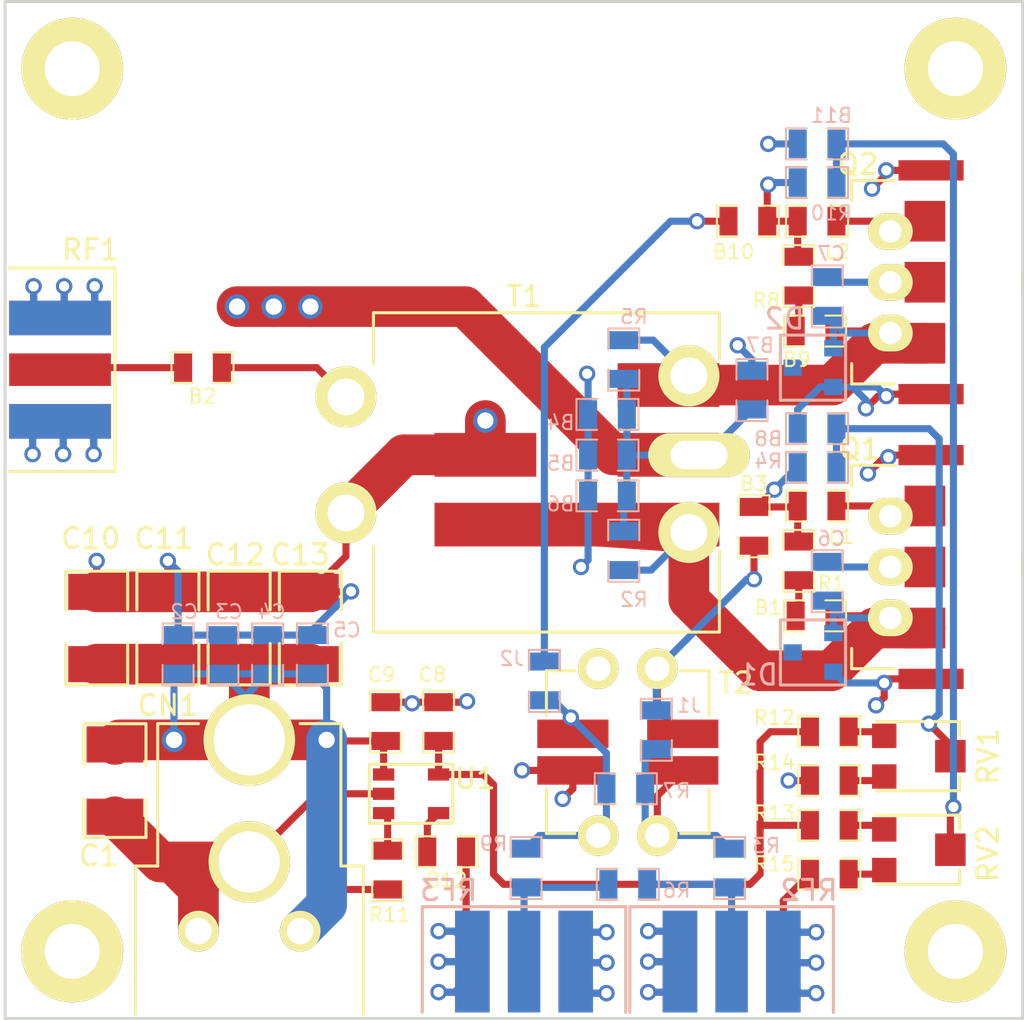
<source format=kicad_pcb>
(kicad_pcb (version 4) (host pcbnew 4.0.1-stable)

  (general
    (links 128)
    (no_connects 0)
    (area 111.50119 74.924999 165.275001 125.35)
    (thickness 1.6)
    (drawings 4)
    (tracks 507)
    (zones 0)
    (modules 61)
    (nets 28)
  )

  (page USLetter)
  (title_block
    (title "HL2 Test PA")
    (date 2016-07-24)
    (rev 1.0)
    (company SofterHardware)
    (comment 1 "KF7O Steve Haynal")
  )

  (layers
    (0 F.Cu signal)
    (1 In1.Cu signal)
    (2 In2.Cu signal)
    (31 B.Cu signal hide)
    (32 B.Adhes user)
    (33 F.Adhes user)
    (34 B.Paste user)
    (35 F.Paste user)
    (36 B.SilkS user)
    (37 F.SilkS user)
    (38 B.Mask user)
    (39 F.Mask user)
    (40 Dwgs.User user)
    (41 Cmts.User user)
    (42 Eco1.User user)
    (43 Eco2.User user)
    (44 Edge.Cuts user)
    (45 Margin user)
    (46 B.CrtYd user)
    (47 F.CrtYd user)
    (48 B.Fab user)
    (49 F.Fab user)
  )

  (setup
    (last_trace_width 0.35)
    (user_trace_width 0.35)
    (user_trace_width 2)
    (user_trace_width 4)
    (trace_clearance 0.2)
    (zone_clearance 0.5)
    (zone_45_only no)
    (trace_min 0.2)
    (segment_width 0.2)
    (edge_width 0.15)
    (via_size 0.6)
    (via_drill 0.3)
    (via_min_size 0.4)
    (via_min_drill 0.3)
    (user_via 0.8 0.5)
    (user_via 1.2 0.8)
    (uvia_size 0.3)
    (uvia_drill 0.1)
    (uvias_allowed no)
    (uvia_min_size 0.2)
    (uvia_min_drill 0.1)
    (pcb_text_width 0.3)
    (pcb_text_size 1.5 1.5)
    (mod_edge_width 0.15)
    (mod_text_size 1 1)
    (mod_text_width 0.15)
    (pad_size 1.8 2.2)
    (pad_drill 1.1)
    (pad_to_mask_clearance 0.2)
    (aux_axis_origin 0 0)
    (visible_elements 7FFEFBFF)
    (pcbplotparams
      (layerselection 0x00030_80000001)
      (usegerberextensions false)
      (excludeedgelayer true)
      (linewidth 0.100000)
      (plotframeref false)
      (viasonmask false)
      (mode 1)
      (useauxorigin false)
      (hpglpennumber 1)
      (hpglpenspeed 20)
      (hpglpendiameter 15)
      (hpglpenoverlay 2)
      (psnegative false)
      (psa4output false)
      (plotreference true)
      (plotvalue true)
      (plotinvisibletext false)
      (padsonsilk false)
      (subtractmaskfromsilk false)
      (outputformat 1)
      (mirror false)
      (drillshape 1)
      (scaleselection 1)
      (outputdirectory ""))
  )

  (net 0 "")
  (net 1 "Net-(B1-Pad1)")
  (net 2 "Net-(B1-Pad2)")
  (net 3 "Net-(B2-Pad1)")
  (net 4 "Net-(B2-Pad2)")
  (net 5 "Net-(B3-Pad1)")
  (net 6 "Net-(B3-Pad2)")
  (net 7 GND)
  (net 8 /Vpa)
  (net 9 "Net-(B9-Pad1)")
  (net 10 "Net-(B9-Pad2)")
  (net 11 "Net-(B10-Pad1)")
  (net 12 "Net-(B10-Pad2)")
  (net 13 "Net-(B12-Pad1)")
  (net 14 "Net-(C8-Pad1)")
  (net 15 "Net-(L1-Pad2)")
  (net 16 "Net-(L2-Pad2)")
  (net 17 "Net-(R3-Pad2)")
  (net 18 "Net-(R6-Pad1)")
  (net 19 "Net-(R11-Pad1)")
  (net 20 /bias0)
  (net 21 /bias1)
  (net 22 "Net-(R12-Pad1)")
  (net 23 "Net-(R13-Pad1)")
  (net 24 "Net-(R14-Pad2)")
  (net 25 "Net-(R15-Pad2)")
  (net 26 "Net-(J1-Pad2)")
  (net 27 "Net-(J2-Pad2)")

  (net_class Default "This is the default net class."
    (clearance 0.2)
    (trace_width 0.2)
    (via_dia 0.6)
    (via_drill 0.3)
    (uvia_dia 0.3)
    (uvia_drill 0.1)
    (add_net /Vpa)
    (add_net /bias0)
    (add_net /bias1)
    (add_net GND)
    (add_net "Net-(B1-Pad1)")
    (add_net "Net-(B1-Pad2)")
    (add_net "Net-(B10-Pad1)")
    (add_net "Net-(B10-Pad2)")
    (add_net "Net-(B12-Pad1)")
    (add_net "Net-(B2-Pad1)")
    (add_net "Net-(B2-Pad2)")
    (add_net "Net-(B3-Pad1)")
    (add_net "Net-(B3-Pad2)")
    (add_net "Net-(B9-Pad1)")
    (add_net "Net-(B9-Pad2)")
    (add_net "Net-(C8-Pad1)")
    (add_net "Net-(J1-Pad2)")
    (add_net "Net-(J2-Pad2)")
    (add_net "Net-(L1-Pad2)")
    (add_net "Net-(L2-Pad2)")
    (add_net "Net-(R11-Pad1)")
    (add_net "Net-(R12-Pad1)")
    (add_net "Net-(R13-Pad1)")
    (add_net "Net-(R14-Pad2)")
    (add_net "Net-(R15-Pad2)")
    (add_net "Net-(R3-Pad2)")
    (add_net "Net-(R6-Pad1)")
  )

  (module HERMESLITE:T1_1LP (layer F.Cu) (tedit 5796F332) (tstamp 5795BBE7)
    (at 145.6 111.9 90)
    (path /5786A6CA)
    (fp_text reference T2 (at 3.4 5.3 180) (layer F.SilkS)
      (effects (font (size 1 1) (thickness 0.15)))
    )
    (fp_text value "1:1 Z" (at -2.4 5.6 90) (layer F.Fab)
      (effects (font (size 1 1) (thickness 0.15)))
    )
    (fp_line (start 4 -2.6) (end 4 -4) (layer F.SilkS) (width 0.15))
    (fp_line (start 4 -4) (end 1.8 -4) (layer F.SilkS) (width 0.15))
    (fp_line (start 1.8 4) (end 4 4) (layer F.SilkS) (width 0.15))
    (fp_line (start 4 4) (end 4 2.6) (layer F.SilkS) (width 0.15))
    (fp_line (start -4 2.6) (end -4 4) (layer F.SilkS) (width 0.15))
    (fp_line (start -4 4) (end -1.8 4) (layer F.SilkS) (width 0.15))
    (fp_line (start -1.8 -4) (end -4 -4) (layer F.SilkS) (width 0.15))
    (fp_line (start -4 -4) (end -4 -2.6) (layer F.SilkS) (width 0.15))
    (pad 1 thru_hole circle (at -4.1 1.45 90) (size 2 2) (drill 1.2) (layers *.Cu *.Mask F.SilkS)
      (net 26 "Net-(J1-Pad2)"))
    (pad 2 thru_hole circle (at -4.1 -1.45 90) (size 2 2) (drill 1.2) (layers *.Cu *.Mask F.SilkS)
      (net 27 "Net-(J2-Pad2)"))
    (pad 4 thru_hole circle (at 4.1 1.45 90) (size 2 2) (drill 1.2) (layers *.Cu *.Mask F.SilkS)
      (net 6 "Net-(B3-Pad2)"))
    (pad 3 smd rect (at -0.9 -2.7 90) (size 1.4 3.5) (layers F.Cu F.Paste F.Mask)
      (net 7 GND))
    (pad 2 smd rect (at 0.9 -2.7 90) (size 1.4 3.5) (layers F.Cu F.Paste F.Mask)
      (net 27 "Net-(J2-Pad2)"))
    (pad 1 smd rect (at -0.9 2.7 90) (size 1.4 3.5) (layers F.Cu F.Paste F.Mask)
      (net 26 "Net-(J1-Pad2)"))
    (pad 4 smd rect (at 0.9 2.7 90) (size 1.4 3.5) (layers F.Cu F.Paste F.Mask)
      (net 6 "Net-(B3-Pad2)"))
    (pad 3 thru_hole circle (at 4.1 -1.45 90) (size 2 2) (drill 1.2) (layers *.Cu *.Mask F.SilkS)
      (net 7 GND))
  )

  (module HERMESLITE:SMD-1210 (layer F.Cu) (tedit 57998F1E) (tstamp 5795B9D8)
    (at 120.4 113.3 270)
    (tags "CMS SM")
    (path /5785B3D4)
    (attr smd)
    (fp_text reference C1 (at 3.7 0.8 360) (layer F.SilkS)
      (effects (font (size 1 1) (thickness 0.15)))
    )
    (fp_text value 22uF (at 0 2.2 270) (layer F.Fab) hide
      (effects (font (size 1 1) (thickness 0.15)))
    )
    (fp_line (start -2.794 -1.524) (end -2.794 1.524) (layer F.SilkS) (width 0.15))
    (fp_line (start 0.889 1.524) (end 2.794 1.524) (layer F.SilkS) (width 0.15))
    (fp_line (start 2.794 1.524) (end 2.794 -1.524) (layer F.SilkS) (width 0.15))
    (fp_line (start 2.794 -1.524) (end 0.889 -1.524) (layer F.SilkS) (width 0.15))
    (fp_line (start -0.762 -1.524) (end -2.794 -1.524) (layer F.SilkS) (width 0.15))
    (fp_line (start -2.794 1.524) (end -0.762 1.524) (layer F.SilkS) (width 0.15))
    (pad 1 smd rect (at -1.778 0 270) (size 1.778 2.794) (layers F.Cu F.Paste F.Mask)
      (net 8 /Vpa))
    (pad 2 smd rect (at 1.778 0 270) (size 1.778 2.794) (layers F.Cu F.Paste F.Mask)
      (net 7 GND))
    (model SMD_Packages.3dshapes/SMD-1210_Pol.wrl
      (at (xyz 0 0 0))
      (scale (xyz 0.2 0.2 0.2))
      (rotate (xyz 0 0 0))
    )
  )

  (module HERMESLITE:SMD-1210 (layer F.Cu) (tedit 57999B0C) (tstamp 5795BA4C)
    (at 119.5 105.8 90)
    (tags "CMS SM")
    (path /579742C5)
    (attr smd)
    (fp_text reference C10 (at 4.4 -0.3 360) (layer F.SilkS)
      (effects (font (size 1 1) (thickness 0.15)))
    )
    (fp_text value 22uF (at 0 2.2 90) (layer F.Fab) hide
      (effects (font (size 1 1) (thickness 0.15)))
    )
    (fp_line (start -2.794 -1.524) (end -2.794 1.524) (layer F.SilkS) (width 0.15))
    (fp_line (start 0.889 1.524) (end 2.794 1.524) (layer F.SilkS) (width 0.15))
    (fp_line (start 2.794 1.524) (end 2.794 -1.524) (layer F.SilkS) (width 0.15))
    (fp_line (start 2.794 -1.524) (end 0.889 -1.524) (layer F.SilkS) (width 0.15))
    (fp_line (start -0.762 -1.524) (end -2.794 -1.524) (layer F.SilkS) (width 0.15))
    (fp_line (start -2.794 1.524) (end -0.762 1.524) (layer F.SilkS) (width 0.15))
    (pad 1 smd rect (at -1.778 0 90) (size 1.778 2.794) (layers F.Cu F.Paste F.Mask)
      (net 8 /Vpa))
    (pad 2 smd rect (at 1.778 0 90) (size 1.778 2.794) (layers F.Cu F.Paste F.Mask)
      (net 7 GND))
    (model SMD_Packages.3dshapes/SMD-1210_Pol.wrl
      (at (xyz 0 0 0))
      (scale (xyz 0.2 0.2 0.2))
      (rotate (xyz 0 0 0))
    )
  )

  (module HERMESLITE:SMD-1210 (layer F.Cu) (tedit 579993CF) (tstamp 5795BA58)
    (at 123 105.8 90)
    (tags "CMS SM")
    (path /5797420D)
    (attr smd)
    (fp_text reference C11 (at 4.4 -0.2 360) (layer F.SilkS)
      (effects (font (size 1 1) (thickness 0.15)))
    )
    (fp_text value 22uF (at 0 2.2 90) (layer F.Fab) hide
      (effects (font (size 1 1) (thickness 0.15)))
    )
    (fp_line (start -2.794 -1.524) (end -2.794 1.524) (layer F.SilkS) (width 0.15))
    (fp_line (start 0.889 1.524) (end 2.794 1.524) (layer F.SilkS) (width 0.15))
    (fp_line (start 2.794 1.524) (end 2.794 -1.524) (layer F.SilkS) (width 0.15))
    (fp_line (start 2.794 -1.524) (end 0.889 -1.524) (layer F.SilkS) (width 0.15))
    (fp_line (start -0.762 -1.524) (end -2.794 -1.524) (layer F.SilkS) (width 0.15))
    (fp_line (start -2.794 1.524) (end -0.762 1.524) (layer F.SilkS) (width 0.15))
    (pad 1 smd rect (at -1.778 0 90) (size 1.778 2.794) (layers F.Cu F.Paste F.Mask)
      (net 8 /Vpa))
    (pad 2 smd rect (at 1.778 0 90) (size 1.778 2.794) (layers F.Cu F.Paste F.Mask)
      (net 7 GND))
    (model SMD_Packages.3dshapes/SMD-1210_Pol.wrl
      (at (xyz 0 0 0))
      (scale (xyz 0.2 0.2 0.2))
      (rotate (xyz 0 0 0))
    )
  )

  (module HERMESLITE:SMD-1210 (layer F.Cu) (tedit 57998F00) (tstamp 5795BA64)
    (at 126.5 105.8 90)
    (tags "CMS SM")
    (path /57974158)
    (attr smd)
    (fp_text reference C12 (at 3.6 -0.2 360) (layer F.SilkS)
      (effects (font (size 1 1) (thickness 0.15)))
    )
    (fp_text value 22uF (at 0 2.2 90) (layer F.Fab) hide
      (effects (font (size 1 1) (thickness 0.15)))
    )
    (fp_line (start -2.794 -1.524) (end -2.794 1.524) (layer F.SilkS) (width 0.15))
    (fp_line (start 0.889 1.524) (end 2.794 1.524) (layer F.SilkS) (width 0.15))
    (fp_line (start 2.794 1.524) (end 2.794 -1.524) (layer F.SilkS) (width 0.15))
    (fp_line (start 2.794 -1.524) (end 0.889 -1.524) (layer F.SilkS) (width 0.15))
    (fp_line (start -0.762 -1.524) (end -2.794 -1.524) (layer F.SilkS) (width 0.15))
    (fp_line (start -2.794 1.524) (end -0.762 1.524) (layer F.SilkS) (width 0.15))
    (pad 1 smd rect (at -1.778 0 90) (size 1.778 2.794) (layers F.Cu F.Paste F.Mask)
      (net 8 /Vpa))
    (pad 2 smd rect (at 1.778 0 90) (size 1.778 2.794) (layers F.Cu F.Paste F.Mask)
      (net 7 GND))
    (model SMD_Packages.3dshapes/SMD-1210_Pol.wrl
      (at (xyz 0 0 0))
      (scale (xyz 0.2 0.2 0.2))
      (rotate (xyz 0 0 0))
    )
  )

  (module HERMESLITE:SMD-1210 (layer F.Cu) (tedit 57998F52) (tstamp 5795BA70)
    (at 130 105.8 90)
    (tags "CMS SM")
    (path /5797409A)
    (attr smd)
    (fp_text reference C13 (at 3.6 -0.5 360) (layer F.SilkS)
      (effects (font (size 1 1) (thickness 0.15)))
    )
    (fp_text value 22uF (at 0 2.2 90) (layer F.Fab) hide
      (effects (font (size 1 1) (thickness 0.15)))
    )
    (fp_line (start -2.794 -1.524) (end -2.794 1.524) (layer F.SilkS) (width 0.15))
    (fp_line (start 0.889 1.524) (end 2.794 1.524) (layer F.SilkS) (width 0.15))
    (fp_line (start 2.794 1.524) (end 2.794 -1.524) (layer F.SilkS) (width 0.15))
    (fp_line (start 2.794 -1.524) (end 0.889 -1.524) (layer F.SilkS) (width 0.15))
    (fp_line (start -0.762 -1.524) (end -2.794 -1.524) (layer F.SilkS) (width 0.15))
    (fp_line (start -2.794 1.524) (end -0.762 1.524) (layer F.SilkS) (width 0.15))
    (pad 1 smd rect (at -1.778 0 90) (size 1.778 2.794) (layers F.Cu F.Paste F.Mask)
      (net 8 /Vpa))
    (pad 2 smd rect (at 1.778 0 90) (size 1.778 2.794) (layers F.Cu F.Paste F.Mask)
      (net 7 GND))
    (model SMD_Packages.3dshapes/SMD-1210_Pol.wrl
      (at (xyz 0 0 0))
      (scale (xyz 0.2 0.2 0.2))
      (rotate (xyz 0 0 0))
    )
  )

  (module HERMESLITE:POWER (layer F.Cu) (tedit 579975BF) (tstamp 5795BA80)
    (at 127 117.3 90)
    (path /579688F8)
    (fp_text reference CN1 (at 7.7 -4 180) (layer F.SilkS)
      (effects (font (size 1 1) (thickness 0.15)))
    )
    (fp_text value CONN_01X02 (at 0 -6.8 90) (layer F.Fab)
      (effects (font (size 1 1) (thickness 0.15)))
    )
    (fp_line (start -0.2 4.5) (end -0.2 5.6) (layer F.SilkS) (width 0.15))
    (fp_line (start -0.2 5.6) (end -7.5 5.6) (layer F.SilkS) (width 0.15))
    (fp_line (start -0.2 -4.5) (end -0.2 -5.6) (layer F.SilkS) (width 0.15))
    (fp_line (start -0.2 -5.6) (end -7.5 -5.6) (layer F.SilkS) (width 0.15))
    (fp_line (start 6.8 2.5) (end 6.8 4.5) (layer F.SilkS) (width 0.15))
    (fp_line (start 6.8 4.5) (end -0.2 4.5) (layer F.SilkS) (width 0.15))
    (fp_line (start -0.2 -4.5) (end 6.8 -4.5) (layer F.SilkS) (width 0.15))
    (fp_line (start 6.8 -4.5) (end 6.8 -2.5) (layer F.SilkS) (width 0.15))
    (pad 2 thru_hole circle (at 0 0 90) (size 4 4) (drill 3) (layers *.Cu *.Mask F.SilkS)
      (net 7 GND))
    (pad 1 thru_hole circle (at 6 0 90) (size 4.5 4.5) (drill 3.5) (layers *.Cu *.Mask F.SilkS)
      (net 8 /Vpa))
    (pad 2 thru_hole circle (at -3.4 -2.5 90) (size 2 2) (drill 1.3) (layers *.Cu *.Mask F.SilkS)
      (net 7 GND))
    (pad 1 thru_hole circle (at -3.4 2.5 90) (size 2 2) (drill 1.3) (layers *.Cu *.Mask F.SilkS)
      (net 8 /Vpa))
  )

  (module HERMESLITE:SOT23_3 (layer B.Cu) (tedit 5796D496) (tstamp 5795BA8B)
    (at 155.7 107 270)
    (path /5795C950)
    (fp_text reference D1 (at 1.1 3.7 360) (layer B.SilkS)
      (effects (font (size 1 1) (thickness 0.15)) (justify mirror))
    )
    (fp_text value DNI (at 0 3.4 270) (layer B.Fab)
      (effects (font (size 1 1) (thickness 0.15)) (justify mirror))
    )
    (fp_line (start 1.6 2.6) (end -1.6 2.6) (layer B.SilkS) (width 0.15))
    (fp_line (start -1.6 2.6) (end -1.6 -0.6) (layer B.SilkS) (width 0.15))
    (fp_line (start -1.6 -0.6) (end 1.6 -0.6) (layer B.SilkS) (width 0.15))
    (fp_line (start 1.6 -0.6) (end 1.6 2.6) (layer B.SilkS) (width 0.15))
    (pad 1 smd rect (at -0.95 0 270) (size 0.8 0.9) (layers B.Cu B.Paste B.Mask)
      (net 1 "Net-(B1-Pad1)"))
    (pad 3 smd rect (at 0 2 270) (size 0.8 0.9) (layers B.Cu B.Paste B.Mask))
    (pad 2 smd rect (at 0.95 0 270) (size 0.8 0.9) (layers B.Cu B.Paste B.Mask)
      (net 7 GND))
  )

  (module HERMESLITE:SOT23_3 (layer B.Cu) (tedit 57999CA8) (tstamp 5795BA96)
    (at 155.7 93 270)
    (path /5795CFB0)
    (fp_text reference D2 (at -2.4 2.4 360) (layer B.SilkS)
      (effects (font (size 1 1) (thickness 0.15)) (justify mirror))
    )
    (fp_text value DNI (at 0 3.4 270) (layer B.Fab)
      (effects (font (size 1 1) (thickness 0.15)) (justify mirror))
    )
    (fp_line (start 1.6 2.6) (end -1.6 2.6) (layer B.SilkS) (width 0.15))
    (fp_line (start -1.6 2.6) (end -1.6 -0.6) (layer B.SilkS) (width 0.15))
    (fp_line (start -1.6 -0.6) (end 1.6 -0.6) (layer B.SilkS) (width 0.15))
    (fp_line (start 1.6 -0.6) (end 1.6 2.6) (layer B.SilkS) (width 0.15))
    (pad 1 smd rect (at -0.95 0 270) (size 0.8 0.9) (layers B.Cu B.Paste B.Mask)
      (net 9 "Net-(B9-Pad1)"))
    (pad 3 smd rect (at 0 2 270) (size 0.8 0.9) (layers B.Cu B.Paste B.Mask))
    (pad 2 smd rect (at 0.95 0 270) (size 0.8 0.9) (layers B.Cu B.Paste B.Mask)
      (net 7 GND))
  )

  (module HERMESLITE:SMAEDGE (layer F.Cu) (tedit 57999BD6) (tstamp 5795BB93)
    (at 115 93.1 270)
    (path /57966642)
    (fp_text reference RF1 (at -5.9 -4.2 360) (layer F.SilkS)
      (effects (font (size 1 1) (thickness 0.15)))
    )
    (fp_text value SMA (at 2.9 -6.1 270) (layer F.Fab) hide
      (effects (font (size 1 1) (thickness 0.15)))
    )
    (fp_line (start -5 -0.2) (end -5 -5.4) (layer F.SilkS) (width 0.15))
    (fp_line (start -5 -5.4) (end 5 -5.4) (layer F.SilkS) (width 0.15))
    (fp_line (start 5 -5.4) (end 5 -0.2) (layer F.SilkS) (width 0.15))
    (pad 1 smd rect (at 0 -2.7 270) (size 1.6 5) (layers F.Cu F.Paste F.Mask)
      (net 3 "Net-(B2-Pad1)"))
    (pad 2 smd rect (at -2.54 -2.7 270) (size 1.7 5) (layers F.Cu F.Paste F.Mask)
      (net 7 GND))
    (pad 2 smd rect (at 2.54 -2.7 270) (size 1.7 5) (layers F.Cu F.Paste F.Mask)
      (net 7 GND))
    (pad 2 smd rect (at 2.54 -2.7 270) (size 1.7 5) (layers *.Paste B.Cu B.Mask)
      (net 7 GND))
    (pad 2 smd rect (at -2.54 -2.7 270) (size 1.7 5) (layers B.Cu B.Paste B.Mask)
      (net 7 GND))
  )

  (module HERMESLITE:SMAEDGE (layer B.Cu) (tedit 57999C7B) (tstamp 5795BB9F)
    (at 150.7 124.9 180)
    (path /57967BED)
    (fp_text reference RF2 (at -3.8 6.2 180) (layer B.SilkS)
      (effects (font (size 1 1) (thickness 0.15)) (justify mirror))
    )
    (fp_text value SMA (at 2.9 6.1 180) (layer B.Fab) hide
      (effects (font (size 1 1) (thickness 0.15)) (justify mirror))
    )
    (fp_line (start -5 0.2) (end -5 5.4) (layer B.SilkS) (width 0.15))
    (fp_line (start -5 5.4) (end 5 5.4) (layer B.SilkS) (width 0.15))
    (fp_line (start 5 5.4) (end 5 0.2) (layer B.SilkS) (width 0.15))
    (pad 1 smd rect (at 0 2.7 180) (size 1.6 5) (layers B.Cu B.Paste B.Mask)
      (net 17 "Net-(R3-Pad2)"))
    (pad 2 smd rect (at -2.54 2.7 180) (size 1.7 5) (layers B.Cu B.Paste B.Mask)
      (net 7 GND))
    (pad 2 smd rect (at 2.54 2.7 180) (size 1.7 5) (layers B.Cu B.Paste B.Mask)
      (net 7 GND))
    (pad 2 smd rect (at 2.54 2.7 180) (size 1.7 5) (layers *.Paste F.Cu F.Mask)
      (net 7 GND))
    (pad 2 smd rect (at -2.54 2.7 180) (size 1.7 5) (layers F.Cu F.Paste F.Mask)
      (net 7 GND))
  )

  (module HERMESLITE:SMAEDGE (layer B.Cu) (tedit 57982D30) (tstamp 5795BBAB)
    (at 140.5 124.9 180)
    (path /579684B3)
    (fp_text reference RF3 (at 3.7 6.2 180) (layer B.SilkS)
      (effects (font (size 1 1) (thickness 0.15)) (justify mirror))
    )
    (fp_text value SMA (at 2.9 6.1 180) (layer B.Fab) hide
      (effects (font (size 1 1) (thickness 0.15)) (justify mirror))
    )
    (fp_line (start -5 0.2) (end -5 5.4) (layer B.SilkS) (width 0.15))
    (fp_line (start -5 5.4) (end 5 5.4) (layer B.SilkS) (width 0.15))
    (fp_line (start 5 5.4) (end 5 0.2) (layer B.SilkS) (width 0.15))
    (pad 1 smd rect (at 0 2.7 180) (size 1.6 5) (layers B.Cu B.Paste B.Mask)
      (net 18 "Net-(R6-Pad1)"))
    (pad 2 smd rect (at -2.54 2.7 180) (size 1.7 5) (layers B.Cu B.Paste B.Mask)
      (net 7 GND))
    (pad 2 smd rect (at 2.54 2.7 180) (size 1.7 5) (layers B.Cu B.Paste B.Mask)
      (net 7 GND))
    (pad 2 smd rect (at 2.54 2.7 180) (size 1.7 5) (layers *.Paste F.Cu F.Mask)
      (net 7 GND))
    (pad 2 smd rect (at -2.54 2.7 180) (size 1.7 5) (layers F.Cu F.Paste F.Mask)
      (net 7 GND))
  )

  (module HERMESLITE:SOT23 (layer F.Cu) (tedit 57999BFE) (tstamp 5795BBF4)
    (at 133.6 113 270)
    (path /5784304C)
    (fp_text reference U1 (at 0.2 -4.5 360) (layer F.SilkS)
      (effects (font (size 1 1) (thickness 0.15)))
    )
    (fp_text value LP2985 (at 0.8 1.8 270) (layer F.Fab)
      (effects (font (size 1 1) (thickness 0.15)))
    )
    (fp_line (start -0.5 -3.4) (end -0.5 0.7) (layer F.SilkS) (width 0.15))
    (fp_line (start -0.5 0.7) (end 2.4 0.7) (layer F.SilkS) (width 0.15))
    (fp_line (start 2.4 0.7) (end 2.4 -3.4) (layer F.SilkS) (width 0.15))
    (fp_line (start 2.4 -3.4) (end -0.5 -3.4) (layer F.SilkS) (width 0.15))
    (pad 1 smd rect (at 0 0 270) (size 0.6 1.05) (layers F.Cu F.Paste F.Mask)
      (net 8 /Vpa))
    (pad 2 smd rect (at 0.95 0 270) (size 0.6 1.05) (layers F.Cu F.Paste F.Mask)
      (net 7 GND))
    (pad 3 smd rect (at 1.9 0 270) (size 0.6 1.05) (layers F.Cu F.Paste F.Mask)
      (net 19 "Net-(R11-Pad1)"))
    (pad 4 smd rect (at 1.9 -2.7 270) (size 0.6 1.05) (layers F.Cu F.Paste F.Mask)
      (net 13 "Net-(B12-Pad1)"))
    (pad 5 smd rect (at 0 -2.7 270) (size 0.6 1.05) (layers F.Cu F.Paste F.Mask)
      (net 14 "Net-(C8-Pad1)"))
  )

  (module HERMESLITE:TPATX (layer F.Cu) (tedit 57999D30) (tstamp 5795BBD3)
    (at 143.1 99 180)
    (path /578786AD)
    (fp_text reference T1 (at 2.6 9.5 180) (layer F.SilkS)
      (effects (font (size 1 1) (thickness 0.15)))
    )
    (fp_text value TRANSF4CTS (at -4.5 9.6 180) (layer F.Fab)
      (effects (font (size 1 1) (thickness 0.15)))
    )
    (fp_line (start 7 -7) (end 10 -7) (layer F.SilkS) (width 0.15))
    (fp_line (start 10 -7) (end 10 -5.3) (layer F.SilkS) (width 0.15))
    (fp_line (start 10 -5.3) (end 10 -2.8) (layer F.SilkS) (width 0.15))
    (fp_line (start -7 6.4) (end -7 8.7) (layer F.SilkS) (width 0.15))
    (fp_line (start -7 8.7) (end 10 8.7) (layer F.SilkS) (width 0.15))
    (fp_line (start 10 8.7) (end 10 6.2) (layer F.SilkS) (width 0.15))
    (fp_line (start -7 -3) (end -7 -7) (layer F.SilkS) (width 0.15))
    (fp_line (start -7 -7) (end 7 -7) (layer F.SilkS) (width 0.15))
    (pad 3 smd rect (at -4.5 5.145 180) (size 5 2.15) (layers F.Cu F.Paste F.Mask)
      (net 9 "Net-(B9-Pad1)"))
    (pad 4 thru_hole circle (at 11.35 4.565 180) (size 3 3) (drill 1.8) (layers *.Cu *.Mask F.SilkS)
      (net 4 "Net-(B2-Pad2)"))
    (pad 2 smd rect (at -4.5 1.715 180) (size 5 2.15) (layers F.Cu F.Paste F.Mask)
      (net 8 /Vpa))
    (pad 1 smd rect (at 0 -1.715 180) (size 14 2.15) (layers F.Cu F.Paste F.Mask)
      (net 1 "Net-(B1-Pad1)"))
    (pad 5 smd rect (at 4.5 1.715 180) (size 5 2.15) (layers F.Cu F.Paste F.Mask)
      (net 7 GND))
    (pad 5 thru_hole circle (at 11.35 -1.135 180) (size 3 3) (drill 1.8) (layers *.Cu *.Mask F.SilkS)
      (net 7 GND))
    (pad 1 thru_hole circle (at -5.5 -2.1 180) (size 3 3) (drill 1.8) (layers *.Cu *.Mask F.SilkS)
      (net 1 "Net-(B1-Pad1)"))
    (pad 3 thru_hole circle (at -5.5 5.6 180) (size 3 3) (drill 1.8) (layers *.Cu *.Mask F.SilkS)
      (net 9 "Net-(B9-Pad1)"))
    (pad 2 thru_hole oval (at -6 1.7 180) (size 5 2.15) (drill oval 2.8 1.4) (layers *.Cu *.Mask F.SilkS)
      (net 8 /Vpa))
  )

  (module HERMESLITE:SMD-0805 (layer F.Cu) (tedit 57999E7E) (tstamp 5796CC20)
    (at 155.5 117.9)
    (path /5796FE64)
    (attr smd)
    (fp_text reference R15 (at -2.7 -0.5) (layer F.SilkS)
      (effects (font (size 0.7 0.7) (thickness 0.1)))
    )
    (fp_text value 0 (at 0 0.381) (layer F.SilkS) hide
      (effects (font (size 0.7 0.7) (thickness 0.1)))
    )
    (fp_line (start -0.508 0.762) (end -1.524 0.762) (layer F.SilkS) (width 0.09906))
    (fp_line (start -1.524 0.762) (end -1.524 -0.762) (layer F.SilkS) (width 0.09906))
    (fp_line (start -1.524 -0.762) (end -0.508 -0.762) (layer F.SilkS) (width 0.09906))
    (fp_line (start 0.508 -0.762) (end 1.524 -0.762) (layer F.SilkS) (width 0.09906))
    (fp_line (start 1.524 -0.762) (end 1.524 0.762) (layer F.SilkS) (width 0.09906))
    (fp_line (start 1.524 0.762) (end 0.508 0.762) (layer F.SilkS) (width 0.09906))
    (pad 1 smd rect (at -0.9525 0) (size 0.889 1.397) (layers F.Cu F.Paste F.Mask)
      (net 7 GND))
    (pad 2 smd rect (at 0.9525 0) (size 0.889 1.397) (layers F.Cu F.Paste F.Mask)
      (net 25 "Net-(R15-Pad2)"))
    (model smd/chip_cms.wrl
      (at (xyz 0 0 0))
      (scale (xyz 0.1 0.1 0.1))
      (rotate (xyz 0 0 0))
    )
  )

  (module HERMESLITE:SMD-0805 (layer F.Cu) (tedit 57999E69) (tstamp 5796CC1A)
    (at 155.5 113.3)
    (path /5796FBEA)
    (attr smd)
    (fp_text reference R14 (at -2.7 -0.9) (layer F.SilkS)
      (effects (font (size 0.7 0.7) (thickness 0.1)))
    )
    (fp_text value 0 (at 0 0.381) (layer F.SilkS) hide
      (effects (font (size 0.7 0.7) (thickness 0.1)))
    )
    (fp_line (start -0.508 0.762) (end -1.524 0.762) (layer F.SilkS) (width 0.09906))
    (fp_line (start -1.524 0.762) (end -1.524 -0.762) (layer F.SilkS) (width 0.09906))
    (fp_line (start -1.524 -0.762) (end -0.508 -0.762) (layer F.SilkS) (width 0.09906))
    (fp_line (start 0.508 -0.762) (end 1.524 -0.762) (layer F.SilkS) (width 0.09906))
    (fp_line (start 1.524 -0.762) (end 1.524 0.762) (layer F.SilkS) (width 0.09906))
    (fp_line (start 1.524 0.762) (end 0.508 0.762) (layer F.SilkS) (width 0.09906))
    (pad 1 smd rect (at -0.9525 0) (size 0.889 1.397) (layers F.Cu F.Paste F.Mask)
      (net 7 GND))
    (pad 2 smd rect (at 0.9525 0) (size 0.889 1.397) (layers F.Cu F.Paste F.Mask)
      (net 24 "Net-(R14-Pad2)"))
    (model smd/chip_cms.wrl
      (at (xyz 0 0 0))
      (scale (xyz 0.1 0.1 0.1))
      (rotate (xyz 0 0 0))
    )
  )

  (module HERMESLITE:SMD-0805 (layer F.Cu) (tedit 57999E77) (tstamp 5796CC14)
    (at 155.5 115.5 180)
    (path /5796FB13)
    (attr smd)
    (fp_text reference R13 (at 2.7 0.6 180) (layer F.SilkS)
      (effects (font (size 0.7 0.7) (thickness 0.1)))
    )
    (fp_text value 0 (at 0 0.381 180) (layer F.SilkS) hide
      (effects (font (size 0.7 0.7) (thickness 0.1)))
    )
    (fp_line (start -0.508 0.762) (end -1.524 0.762) (layer F.SilkS) (width 0.09906))
    (fp_line (start -1.524 0.762) (end -1.524 -0.762) (layer F.SilkS) (width 0.09906))
    (fp_line (start -1.524 -0.762) (end -0.508 -0.762) (layer F.SilkS) (width 0.09906))
    (fp_line (start 0.508 -0.762) (end 1.524 -0.762) (layer F.SilkS) (width 0.09906))
    (fp_line (start 1.524 -0.762) (end 1.524 0.762) (layer F.SilkS) (width 0.09906))
    (fp_line (start 1.524 0.762) (end 0.508 0.762) (layer F.SilkS) (width 0.09906))
    (pad 1 smd rect (at -0.9525 0 180) (size 0.889 1.397) (layers F.Cu F.Paste F.Mask)
      (net 23 "Net-(R13-Pad1)"))
    (pad 2 smd rect (at 0.9525 0 180) (size 0.889 1.397) (layers F.Cu F.Paste F.Mask)
      (net 14 "Net-(C8-Pad1)"))
    (model smd/chip_cms.wrl
      (at (xyz 0 0 0))
      (scale (xyz 0.1 0.1 0.1))
      (rotate (xyz 0 0 0))
    )
  )

  (module HERMESLITE:SMD-0805 (layer F.Cu) (tedit 57999E6F) (tstamp 5796CC0E)
    (at 155.5 110.9 180)
    (path /5796DFEB)
    (attr smd)
    (fp_text reference R12 (at 2.7 0.7 180) (layer F.SilkS)
      (effects (font (size 0.7 0.7) (thickness 0.1)))
    )
    (fp_text value 0 (at 0 0.381 180) (layer F.SilkS) hide
      (effects (font (size 0.7 0.7) (thickness 0.1)))
    )
    (fp_line (start -0.508 0.762) (end -1.524 0.762) (layer F.SilkS) (width 0.09906))
    (fp_line (start -1.524 0.762) (end -1.524 -0.762) (layer F.SilkS) (width 0.09906))
    (fp_line (start -1.524 -0.762) (end -0.508 -0.762) (layer F.SilkS) (width 0.09906))
    (fp_line (start 0.508 -0.762) (end 1.524 -0.762) (layer F.SilkS) (width 0.09906))
    (fp_line (start 1.524 -0.762) (end 1.524 0.762) (layer F.SilkS) (width 0.09906))
    (fp_line (start 1.524 0.762) (end 0.508 0.762) (layer F.SilkS) (width 0.09906))
    (pad 1 smd rect (at -0.9525 0 180) (size 0.889 1.397) (layers F.Cu F.Paste F.Mask)
      (net 22 "Net-(R12-Pad1)"))
    (pad 2 smd rect (at 0.9525 0 180) (size 0.889 1.397) (layers F.Cu F.Paste F.Mask)
      (net 14 "Net-(C8-Pad1)"))
    (model smd/chip_cms.wrl
      (at (xyz 0 0 0))
      (scale (xyz 0.1 0.1 0.1))
      (rotate (xyz 0 0 0))
    )
  )

  (module HERMESLITE:SMD-0805 (layer F.Cu) (tedit 57999BF4) (tstamp 5795BB87)
    (at 133.8 117.7 270)
    (path /5796413A)
    (attr smd)
    (fp_text reference R11 (at 2.2 -0.1 360) (layer F.SilkS)
      (effects (font (size 0.7 0.7) (thickness 0.1)))
    )
    (fp_text value 10K (at 0 0.381 270) (layer F.SilkS) hide
      (effects (font (size 0.7 0.7) (thickness 0.1)))
    )
    (fp_line (start -0.508 0.762) (end -1.524 0.762) (layer F.SilkS) (width 0.09906))
    (fp_line (start -1.524 0.762) (end -1.524 -0.762) (layer F.SilkS) (width 0.09906))
    (fp_line (start -1.524 -0.762) (end -0.508 -0.762) (layer F.SilkS) (width 0.09906))
    (fp_line (start 0.508 -0.762) (end 1.524 -0.762) (layer F.SilkS) (width 0.09906))
    (fp_line (start 1.524 -0.762) (end 1.524 0.762) (layer F.SilkS) (width 0.09906))
    (fp_line (start 1.524 0.762) (end 0.508 0.762) (layer F.SilkS) (width 0.09906))
    (pad 1 smd rect (at -0.9525 0 270) (size 0.889 1.397) (layers F.Cu F.Paste F.Mask)
      (net 19 "Net-(R11-Pad1)"))
    (pad 2 smd rect (at 0.9525 0 270) (size 0.889 1.397) (layers F.Cu F.Paste F.Mask)
      (net 8 /Vpa))
    (model smd/chip_cms.wrl
      (at (xyz 0 0 0))
      (scale (xyz 0.1 0.1 0.1))
      (rotate (xyz 0 0 0))
    )
  )

  (module HERMESLITE:SMD-0805 (layer B.Cu) (tedit 57999CDF) (tstamp 5795BB7A)
    (at 154.9 83.9)
    (path /57864A97)
    (attr smd)
    (fp_text reference R10 (at 0.7 1.5) (layer B.SilkS)
      (effects (font (size 0.7 0.7) (thickness 0.1)) (justify mirror))
    )
    (fp_text value 1K (at 0 -0.381) (layer B.SilkS) hide
      (effects (font (size 0.7 0.7) (thickness 0.1)) (justify mirror))
    )
    (fp_line (start -0.508 -0.762) (end -1.524 -0.762) (layer B.SilkS) (width 0.09906))
    (fp_line (start -1.524 -0.762) (end -1.524 0.762) (layer B.SilkS) (width 0.09906))
    (fp_line (start -1.524 0.762) (end -0.508 0.762) (layer B.SilkS) (width 0.09906))
    (fp_line (start 0.508 0.762) (end 1.524 0.762) (layer B.SilkS) (width 0.09906))
    (fp_line (start 1.524 0.762) (end 1.524 -0.762) (layer B.SilkS) (width 0.09906))
    (fp_line (start 1.524 -0.762) (end 0.508 -0.762) (layer B.SilkS) (width 0.09906))
    (pad 1 smd rect (at -0.9525 0) (size 0.889 1.397) (layers B.Cu B.Paste B.Mask)
      (net 11 "Net-(B10-Pad1)"))
    (pad 2 smd rect (at 0.9525 0) (size 0.889 1.397) (layers B.Cu B.Paste B.Mask)
      (net 21 /bias1))
    (model smd/chip_cms.wrl
      (at (xyz 0 0 0))
      (scale (xyz 0.1 0.1 0.1))
      (rotate (xyz 0 0 0))
    )
  )

  (module HERMESLITE:SMD-0805 (layer B.Cu) (tedit 57999C6F) (tstamp 5795BB6D)
    (at 140.6 117.6 270)
    (path /5786B904)
    (attr smd)
    (fp_text reference R9 (at -1.2 1.6 360) (layer B.SilkS)
      (effects (font (size 0.7 0.7) (thickness 0.1)) (justify mirror))
    )
    (fp_text value 10 (at 0 -0.381 270) (layer B.SilkS) hide
      (effects (font (size 0.7 0.7) (thickness 0.1)) (justify mirror))
    )
    (fp_line (start -0.508 -0.762) (end -1.524 -0.762) (layer B.SilkS) (width 0.09906))
    (fp_line (start -1.524 -0.762) (end -1.524 0.762) (layer B.SilkS) (width 0.09906))
    (fp_line (start -1.524 0.762) (end -0.508 0.762) (layer B.SilkS) (width 0.09906))
    (fp_line (start 0.508 0.762) (end 1.524 0.762) (layer B.SilkS) (width 0.09906))
    (fp_line (start 1.524 0.762) (end 1.524 -0.762) (layer B.SilkS) (width 0.09906))
    (fp_line (start 1.524 -0.762) (end 0.508 -0.762) (layer B.SilkS) (width 0.09906))
    (pad 1 smd rect (at -0.9525 0 270) (size 0.889 1.397) (layers B.Cu B.Paste B.Mask)
      (net 27 "Net-(J2-Pad2)"))
    (pad 2 smd rect (at 0.9525 0 270) (size 0.889 1.397) (layers B.Cu B.Paste B.Mask)
      (net 18 "Net-(R6-Pad1)"))
    (model smd/chip_cms.wrl
      (at (xyz 0 0 0))
      (scale (xyz 0.1 0.1 0.1))
      (rotate (xyz 0 0 0))
    )
  )

  (module HERMESLITE:SMD-0805 (layer F.Cu) (tedit 5796D8FB) (tstamp 5795BB60)
    (at 154 88.5 90)
    (path /57864AA9)
    (attr smd)
    (fp_text reference R8 (at -1.2 -1.6 180) (layer F.SilkS)
      (effects (font (size 0.7 0.7) (thickness 0.1)))
    )
    (fp_text value 270 (at 0 0.381 90) (layer F.SilkS) hide
      (effects (font (size 0.7 0.7) (thickness 0.1)))
    )
    (fp_line (start -0.508 0.762) (end -1.524 0.762) (layer F.SilkS) (width 0.09906))
    (fp_line (start -1.524 0.762) (end -1.524 -0.762) (layer F.SilkS) (width 0.09906))
    (fp_line (start -1.524 -0.762) (end -0.508 -0.762) (layer F.SilkS) (width 0.09906))
    (fp_line (start 0.508 -0.762) (end 1.524 -0.762) (layer F.SilkS) (width 0.09906))
    (fp_line (start 1.524 -0.762) (end 1.524 0.762) (layer F.SilkS) (width 0.09906))
    (fp_line (start 1.524 0.762) (end 0.508 0.762) (layer F.SilkS) (width 0.09906))
    (pad 1 smd rect (at -0.9525 0 90) (size 0.889 1.397) (layers F.Cu F.Paste F.Mask)
      (net 10 "Net-(B9-Pad2)"))
    (pad 2 smd rect (at 0.9525 0 90) (size 0.889 1.397) (layers F.Cu F.Paste F.Mask)
      (net 11 "Net-(B10-Pad1)"))
    (model smd/chip_cms.wrl
      (at (xyz 0 0 0))
      (scale (xyz 0.1 0.1 0.1))
      (rotate (xyz 0 0 0))
    )
  )

  (module HERMESLITE:SMD-0805 (layer B.Cu) (tedit 57999C56) (tstamp 5795BB53)
    (at 145.5 113.7)
    (path /57959FC4)
    (attr smd)
    (fp_text reference R7 (at 2.5 0.1) (layer B.SilkS)
      (effects (font (size 0.7 0.7) (thickness 0.1)) (justify mirror))
    )
    (fp_text value DNI (at 0 -0.381) (layer B.SilkS) hide
      (effects (font (size 0.7 0.7) (thickness 0.1)) (justify mirror))
    )
    (fp_line (start -0.508 -0.762) (end -1.524 -0.762) (layer B.SilkS) (width 0.09906))
    (fp_line (start -1.524 -0.762) (end -1.524 0.762) (layer B.SilkS) (width 0.09906))
    (fp_line (start -1.524 0.762) (end -0.508 0.762) (layer B.SilkS) (width 0.09906))
    (fp_line (start 0.508 0.762) (end 1.524 0.762) (layer B.SilkS) (width 0.09906))
    (fp_line (start 1.524 0.762) (end 1.524 -0.762) (layer B.SilkS) (width 0.09906))
    (fp_line (start 1.524 -0.762) (end 0.508 -0.762) (layer B.SilkS) (width 0.09906))
    (pad 1 smd rect (at -0.9525 0) (size 0.889 1.397) (layers B.Cu B.Paste B.Mask)
      (net 27 "Net-(J2-Pad2)"))
    (pad 2 smd rect (at 0.9525 0) (size 0.889 1.397) (layers B.Cu B.Paste B.Mask)
      (net 26 "Net-(J1-Pad2)"))
    (model smd/chip_cms.wrl
      (at (xyz 0 0 0))
      (scale (xyz 0.1 0.1 0.1))
      (rotate (xyz 0 0 0))
    )
  )

  (module HERMESLITE:SMD-0805 (layer B.Cu) (tedit 5796F44C) (tstamp 5795BB46)
    (at 145.6 118.4)
    (path /5795A3F7)
    (attr smd)
    (fp_text reference R6 (at 2.4 0.3) (layer B.SilkS)
      (effects (font (size 0.7 0.7) (thickness 0.1)) (justify mirror))
    )
    (fp_text value DNI (at 0 -0.381) (layer B.SilkS) hide
      (effects (font (size 0.7 0.7) (thickness 0.1)) (justify mirror))
    )
    (fp_line (start -0.508 -0.762) (end -1.524 -0.762) (layer B.SilkS) (width 0.09906))
    (fp_line (start -1.524 -0.762) (end -1.524 0.762) (layer B.SilkS) (width 0.09906))
    (fp_line (start -1.524 0.762) (end -0.508 0.762) (layer B.SilkS) (width 0.09906))
    (fp_line (start 0.508 0.762) (end 1.524 0.762) (layer B.SilkS) (width 0.09906))
    (fp_line (start 1.524 0.762) (end 1.524 -0.762) (layer B.SilkS) (width 0.09906))
    (fp_line (start 1.524 -0.762) (end 0.508 -0.762) (layer B.SilkS) (width 0.09906))
    (pad 1 smd rect (at -0.9525 0) (size 0.889 1.397) (layers B.Cu B.Paste B.Mask)
      (net 18 "Net-(R6-Pad1)"))
    (pad 2 smd rect (at 0.9525 0) (size 0.889 1.397) (layers B.Cu B.Paste B.Mask)
      (net 17 "Net-(R3-Pad2)"))
    (model smd/chip_cms.wrl
      (at (xyz 0 0 0))
      (scale (xyz 0.1 0.1 0.1))
      (rotate (xyz 0 0 0))
    )
  )

  (module HERMESLITE:SMD-0805 (layer B.Cu) (tedit 5796E8FC) (tstamp 5795BB39)
    (at 145.4 92.6 270)
    (path /578605E7)
    (attr smd)
    (fp_text reference R5 (at -2.1 -0.5 360) (layer B.SilkS)
      (effects (font (size 0.7 0.7) (thickness 0.1)) (justify mirror))
    )
    (fp_text value DNI (at 0 -0.381 270) (layer B.SilkS) hide
      (effects (font (size 0.7 0.7) (thickness 0.1)) (justify mirror))
    )
    (fp_line (start -0.508 -0.762) (end -1.524 -0.762) (layer B.SilkS) (width 0.09906))
    (fp_line (start -1.524 -0.762) (end -1.524 0.762) (layer B.SilkS) (width 0.09906))
    (fp_line (start -1.524 0.762) (end -0.508 0.762) (layer B.SilkS) (width 0.09906))
    (fp_line (start 0.508 0.762) (end 1.524 0.762) (layer B.SilkS) (width 0.09906))
    (fp_line (start 1.524 0.762) (end 1.524 -0.762) (layer B.SilkS) (width 0.09906))
    (fp_line (start 1.524 -0.762) (end 0.508 -0.762) (layer B.SilkS) (width 0.09906))
    (pad 1 smd rect (at -0.9525 0 270) (size 0.889 1.397) (layers B.Cu B.Paste B.Mask)
      (net 9 "Net-(B9-Pad1)"))
    (pad 2 smd rect (at 0.9525 0 270) (size 0.889 1.397) (layers B.Cu B.Paste B.Mask)
      (net 8 /Vpa))
    (model smd/chip_cms.wrl
      (at (xyz 0 0 0))
      (scale (xyz 0.1 0.1 0.1))
      (rotate (xyz 0 0 0))
    )
  )

  (module HERMESLITE:SMD-0805 (layer B.Cu) (tedit 57999CC1) (tstamp 5795BB2C)
    (at 154.9 97.9)
    (path /57859054)
    (attr smd)
    (fp_text reference R4 (at -2.4 -0.3) (layer B.SilkS)
      (effects (font (size 0.7 0.7) (thickness 0.1)) (justify mirror))
    )
    (fp_text value 1K (at 0 -0.381) (layer B.SilkS) hide
      (effects (font (size 0.7 0.7) (thickness 0.1)) (justify mirror))
    )
    (fp_line (start -0.508 -0.762) (end -1.524 -0.762) (layer B.SilkS) (width 0.09906))
    (fp_line (start -1.524 -0.762) (end -1.524 0.762) (layer B.SilkS) (width 0.09906))
    (fp_line (start -1.524 0.762) (end -0.508 0.762) (layer B.SilkS) (width 0.09906))
    (fp_line (start 0.508 0.762) (end 1.524 0.762) (layer B.SilkS) (width 0.09906))
    (fp_line (start 1.524 0.762) (end 1.524 -0.762) (layer B.SilkS) (width 0.09906))
    (fp_line (start 1.524 -0.762) (end 0.508 -0.762) (layer B.SilkS) (width 0.09906))
    (pad 1 smd rect (at -0.9525 0) (size 0.889 1.397) (layers B.Cu B.Paste B.Mask)
      (net 5 "Net-(B3-Pad1)"))
    (pad 2 smd rect (at 0.9525 0) (size 0.889 1.397) (layers B.Cu B.Paste B.Mask)
      (net 20 /bias0))
    (model smd/chip_cms.wrl
      (at (xyz 0 0 0))
      (scale (xyz 0.1 0.1 0.1))
      (rotate (xyz 0 0 0))
    )
  )

  (module HERMESLITE:SMD-0805 (layer B.Cu) (tedit 5796F53D) (tstamp 5795BB1F)
    (at 150.6 117.6 270)
    (path /578577DF)
    (attr smd)
    (fp_text reference R3 (at -1.1 -1.8 360) (layer B.SilkS)
      (effects (font (size 0.7 0.7) (thickness 0.1)) (justify mirror))
    )
    (fp_text value 10 (at 0 -0.381 270) (layer B.SilkS) hide
      (effects (font (size 0.7 0.7) (thickness 0.1)) (justify mirror))
    )
    (fp_line (start -0.508 -0.762) (end -1.524 -0.762) (layer B.SilkS) (width 0.09906))
    (fp_line (start -1.524 -0.762) (end -1.524 0.762) (layer B.SilkS) (width 0.09906))
    (fp_line (start -1.524 0.762) (end -0.508 0.762) (layer B.SilkS) (width 0.09906))
    (fp_line (start 0.508 0.762) (end 1.524 0.762) (layer B.SilkS) (width 0.09906))
    (fp_line (start 1.524 0.762) (end 1.524 -0.762) (layer B.SilkS) (width 0.09906))
    (fp_line (start 1.524 -0.762) (end 0.508 -0.762) (layer B.SilkS) (width 0.09906))
    (pad 1 smd rect (at -0.9525 0 270) (size 0.889 1.397) (layers B.Cu B.Paste B.Mask)
      (net 26 "Net-(J1-Pad2)"))
    (pad 2 smd rect (at 0.9525 0 270) (size 0.889 1.397) (layers B.Cu B.Paste B.Mask)
      (net 17 "Net-(R3-Pad2)"))
    (model smd/chip_cms.wrl
      (at (xyz 0 0 0))
      (scale (xyz 0.1 0.1 0.1))
      (rotate (xyz 0 0 0))
    )
  )

  (module HERMESLITE:SMD-0805 (layer B.Cu) (tedit 5796E8ED) (tstamp 5795BB12)
    (at 145.4 102 270)
    (path /5785EF26)
    (attr smd)
    (fp_text reference R2 (at 2.4 -0.5 360) (layer B.SilkS)
      (effects (font (size 0.7 0.7) (thickness 0.1)) (justify mirror))
    )
    (fp_text value DNI (at 0 -0.381 270) (layer B.SilkS) hide
      (effects (font (size 0.7 0.7) (thickness 0.1)) (justify mirror))
    )
    (fp_line (start -0.508 -0.762) (end -1.524 -0.762) (layer B.SilkS) (width 0.09906))
    (fp_line (start -1.524 -0.762) (end -1.524 0.762) (layer B.SilkS) (width 0.09906))
    (fp_line (start -1.524 0.762) (end -0.508 0.762) (layer B.SilkS) (width 0.09906))
    (fp_line (start 0.508 0.762) (end 1.524 0.762) (layer B.SilkS) (width 0.09906))
    (fp_line (start 1.524 0.762) (end 1.524 -0.762) (layer B.SilkS) (width 0.09906))
    (fp_line (start 1.524 -0.762) (end 0.508 -0.762) (layer B.SilkS) (width 0.09906))
    (pad 1 smd rect (at -0.9525 0 270) (size 0.889 1.397) (layers B.Cu B.Paste B.Mask)
      (net 8 /Vpa))
    (pad 2 smd rect (at 0.9525 0 270) (size 0.889 1.397) (layers B.Cu B.Paste B.Mask)
      (net 1 "Net-(B1-Pad1)"))
    (model smd/chip_cms.wrl
      (at (xyz 0 0 0))
      (scale (xyz 0.1 0.1 0.1))
      (rotate (xyz 0 0 0))
    )
  )

  (module HERMESLITE:SMD-0805 (layer F.Cu) (tedit 57999EB7) (tstamp 5795BB05)
    (at 154 102.5 90)
    (path /5785748F)
    (attr smd)
    (fp_text reference R1 (at -1.1 1.6 180) (layer F.SilkS)
      (effects (font (size 0.7 0.7) (thickness 0.1)))
    )
    (fp_text value 270 (at 0 0.381 90) (layer F.SilkS) hide
      (effects (font (size 0.7 0.7) (thickness 0.1)))
    )
    (fp_line (start -0.508 0.762) (end -1.524 0.762) (layer F.SilkS) (width 0.09906))
    (fp_line (start -1.524 0.762) (end -1.524 -0.762) (layer F.SilkS) (width 0.09906))
    (fp_line (start -1.524 -0.762) (end -0.508 -0.762) (layer F.SilkS) (width 0.09906))
    (fp_line (start 0.508 -0.762) (end 1.524 -0.762) (layer F.SilkS) (width 0.09906))
    (fp_line (start 1.524 -0.762) (end 1.524 0.762) (layer F.SilkS) (width 0.09906))
    (fp_line (start 1.524 0.762) (end 0.508 0.762) (layer F.SilkS) (width 0.09906))
    (pad 1 smd rect (at -0.9525 0 90) (size 0.889 1.397) (layers F.Cu F.Paste F.Mask)
      (net 2 "Net-(B1-Pad2)"))
    (pad 2 smd rect (at 0.9525 0 90) (size 0.889 1.397) (layers F.Cu F.Paste F.Mask)
      (net 5 "Net-(B3-Pad1)"))
    (model smd/chip_cms.wrl
      (at (xyz 0 0 0))
      (scale (xyz 0.1 0.1 0.1))
      (rotate (xyz 0 0 0))
    )
  )

  (module HERMESLITE:SMD-0805 (layer F.Cu) (tedit 57999ED9) (tstamp 5795BACA)
    (at 154.9 85.8)
    (path /57864AB5)
    (attr smd)
    (fp_text reference L2 (at 1 1.5) (layer F.SilkS)
      (effects (font (size 0.7 0.7) (thickness 0.1)))
    )
    (fp_text value 100nH (at 0 0.381) (layer F.SilkS) hide
      (effects (font (size 0.7 0.7) (thickness 0.1)))
    )
    (fp_line (start -0.508 0.762) (end -1.524 0.762) (layer F.SilkS) (width 0.09906))
    (fp_line (start -1.524 0.762) (end -1.524 -0.762) (layer F.SilkS) (width 0.09906))
    (fp_line (start -1.524 -0.762) (end -0.508 -0.762) (layer F.SilkS) (width 0.09906))
    (fp_line (start 0.508 -0.762) (end 1.524 -0.762) (layer F.SilkS) (width 0.09906))
    (fp_line (start 1.524 -0.762) (end 1.524 0.762) (layer F.SilkS) (width 0.09906))
    (fp_line (start 1.524 0.762) (end 0.508 0.762) (layer F.SilkS) (width 0.09906))
    (pad 1 smd rect (at -0.9525 0) (size 0.889 1.397) (layers F.Cu F.Paste F.Mask)
      (net 11 "Net-(B10-Pad1)"))
    (pad 2 smd rect (at 0.9525 0) (size 0.889 1.397) (layers F.Cu F.Paste F.Mask)
      (net 16 "Net-(L2-Pad2)"))
    (model smd/chip_cms.wrl
      (at (xyz 0 0 0))
      (scale (xyz 0.1 0.1 0.1))
      (rotate (xyz 0 0 0))
    )
  )

  (module HERMESLITE:SMD-0805 (layer F.Cu) (tedit 57982FDD) (tstamp 5795BABD)
    (at 154.9 99.8)
    (path /578550B1)
    (attr smd)
    (fp_text reference L1 (at 1.2 1.5) (layer F.SilkS)
      (effects (font (size 0.7 0.7) (thickness 0.1)))
    )
    (fp_text value 100nH (at 0 0.381) (layer F.SilkS) hide
      (effects (font (size 0.7 0.7) (thickness 0.1)))
    )
    (fp_line (start -0.508 0.762) (end -1.524 0.762) (layer F.SilkS) (width 0.09906))
    (fp_line (start -1.524 0.762) (end -1.524 -0.762) (layer F.SilkS) (width 0.09906))
    (fp_line (start -1.524 -0.762) (end -0.508 -0.762) (layer F.SilkS) (width 0.09906))
    (fp_line (start 0.508 -0.762) (end 1.524 -0.762) (layer F.SilkS) (width 0.09906))
    (fp_line (start 1.524 -0.762) (end 1.524 0.762) (layer F.SilkS) (width 0.09906))
    (fp_line (start 1.524 0.762) (end 0.508 0.762) (layer F.SilkS) (width 0.09906))
    (pad 1 smd rect (at -0.9525 0) (size 0.889 1.397) (layers F.Cu F.Paste F.Mask)
      (net 5 "Net-(B3-Pad1)"))
    (pad 2 smd rect (at 0.9525 0) (size 0.889 1.397) (layers F.Cu F.Paste F.Mask)
      (net 15 "Net-(L1-Pad2)"))
    (model smd/chip_cms.wrl
      (at (xyz 0 0 0))
      (scale (xyz 0.1 0.1 0.1))
      (rotate (xyz 0 0 0))
    )
  )

  (module HERMESLITE:SMD-0805 (layer B.Cu) (tedit 57999C63) (tstamp 5795BAB0)
    (at 141.5 108.4 270)
    (path /578E4DB5)
    (attr smd)
    (fp_text reference J2 (at -1.1 1.6 540) (layer B.SilkS)
      (effects (font (size 0.7 0.7) (thickness 0.1)) (justify mirror))
    )
    (fp_text value JNC (at 0 -0.381 270) (layer B.SilkS) hide
      (effects (font (size 0.7 0.7) (thickness 0.1)) (justify mirror))
    )
    (fp_line (start -0.508 -0.762) (end -1.524 -0.762) (layer B.SilkS) (width 0.09906))
    (fp_line (start -1.524 -0.762) (end -1.524 0.762) (layer B.SilkS) (width 0.09906))
    (fp_line (start -1.524 0.762) (end -0.508 0.762) (layer B.SilkS) (width 0.09906))
    (fp_line (start 0.508 0.762) (end 1.524 0.762) (layer B.SilkS) (width 0.09906))
    (fp_line (start 1.524 0.762) (end 1.524 -0.762) (layer B.SilkS) (width 0.09906))
    (fp_line (start 1.524 -0.762) (end 0.508 -0.762) (layer B.SilkS) (width 0.09906))
    (pad 1 smd rect (at -0.9525 0 270) (size 0.889 1.397) (layers B.Cu B.Paste B.Mask)
      (net 12 "Net-(B10-Pad2)"))
    (pad 2 smd rect (at 0.9525 0 270) (size 0.889 1.397) (layers B.Cu B.Paste B.Mask)
      (net 27 "Net-(J2-Pad2)"))
    (model smd/chip_cms.wrl
      (at (xyz 0 0 0))
      (scale (xyz 0.1 0.1 0.1))
      (rotate (xyz 0 0 0))
    )
  )

  (module HERMESLITE:SMD-0805 (layer B.Cu) (tedit 57999C5D) (tstamp 5795BAA3)
    (at 147 110.8 270)
    (path /578E4AD3)
    (attr smd)
    (fp_text reference J1 (at -1.2 -1.6 540) (layer B.SilkS)
      (effects (font (size 0.7 0.7) (thickness 0.1)) (justify mirror))
    )
    (fp_text value JNC (at 0 -0.381 270) (layer B.SilkS) hide
      (effects (font (size 0.7 0.7) (thickness 0.1)) (justify mirror))
    )
    (fp_line (start -0.508 -0.762) (end -1.524 -0.762) (layer B.SilkS) (width 0.09906))
    (fp_line (start -1.524 -0.762) (end -1.524 0.762) (layer B.SilkS) (width 0.09906))
    (fp_line (start -1.524 0.762) (end -0.508 0.762) (layer B.SilkS) (width 0.09906))
    (fp_line (start 0.508 0.762) (end 1.524 0.762) (layer B.SilkS) (width 0.09906))
    (fp_line (start 1.524 0.762) (end 1.524 -0.762) (layer B.SilkS) (width 0.09906))
    (fp_line (start 1.524 -0.762) (end 0.508 -0.762) (layer B.SilkS) (width 0.09906))
    (pad 1 smd rect (at -0.9525 0 270) (size 0.889 1.397) (layers B.Cu B.Paste B.Mask)
      (net 6 "Net-(B3-Pad2)"))
    (pad 2 smd rect (at 0.9525 0 270) (size 0.889 1.397) (layers B.Cu B.Paste B.Mask)
      (net 26 "Net-(J1-Pad2)"))
    (model smd/chip_cms.wrl
      (at (xyz 0 0 0))
      (scale (xyz 0.1 0.1 0.1))
      (rotate (xyz 0 0 0))
    )
  )

  (module HERMESLITE:SMD-0805 (layer F.Cu) (tedit 5799935E) (tstamp 5795BA40)
    (at 133.7 110.4 90)
    (path /578439AB)
    (attr smd)
    (fp_text reference C9 (at 2.3 -0.2 180) (layer F.SilkS)
      (effects (font (size 0.7 0.7) (thickness 0.1)))
    )
    (fp_text value 1uF (at 0 0.381 90) (layer F.SilkS) hide
      (effects (font (size 0.7 0.7) (thickness 0.1)))
    )
    (fp_line (start -0.508 0.762) (end -1.524 0.762) (layer F.SilkS) (width 0.09906))
    (fp_line (start -1.524 0.762) (end -1.524 -0.762) (layer F.SilkS) (width 0.09906))
    (fp_line (start -1.524 -0.762) (end -0.508 -0.762) (layer F.SilkS) (width 0.09906))
    (fp_line (start 0.508 -0.762) (end 1.524 -0.762) (layer F.SilkS) (width 0.09906))
    (fp_line (start 1.524 -0.762) (end 1.524 0.762) (layer F.SilkS) (width 0.09906))
    (fp_line (start 1.524 0.762) (end 0.508 0.762) (layer F.SilkS) (width 0.09906))
    (pad 1 smd rect (at -0.9525 0 90) (size 0.889 1.397) (layers F.Cu F.Paste F.Mask)
      (net 8 /Vpa))
    (pad 2 smd rect (at 0.9525 0 90) (size 0.889 1.397) (layers F.Cu F.Paste F.Mask)
      (net 7 GND))
    (model smd/chip_cms.wrl
      (at (xyz 0 0 0))
      (scale (xyz 0.1 0.1 0.1))
      (rotate (xyz 0 0 0))
    )
  )

  (module HERMESLITE:SMD-0805 (layer F.Cu) (tedit 57999371) (tstamp 5795BA33)
    (at 136.3 110.4 90)
    (path /578462C7)
    (attr smd)
    (fp_text reference C8 (at 2.3 -0.3 180) (layer F.SilkS)
      (effects (font (size 0.7 0.7) (thickness 0.1)))
    )
    (fp_text value 10uF (at 0 0.381 90) (layer F.SilkS) hide
      (effects (font (size 0.7 0.7) (thickness 0.1)))
    )
    (fp_line (start -0.508 0.762) (end -1.524 0.762) (layer F.SilkS) (width 0.09906))
    (fp_line (start -1.524 0.762) (end -1.524 -0.762) (layer F.SilkS) (width 0.09906))
    (fp_line (start -1.524 -0.762) (end -0.508 -0.762) (layer F.SilkS) (width 0.09906))
    (fp_line (start 0.508 -0.762) (end 1.524 -0.762) (layer F.SilkS) (width 0.09906))
    (fp_line (start 1.524 -0.762) (end 1.524 0.762) (layer F.SilkS) (width 0.09906))
    (fp_line (start 1.524 0.762) (end 0.508 0.762) (layer F.SilkS) (width 0.09906))
    (pad 1 smd rect (at -0.9525 0 90) (size 0.889 1.397) (layers F.Cu F.Paste F.Mask)
      (net 14 "Net-(C8-Pad1)"))
    (pad 2 smd rect (at 0.9525 0 90) (size 0.889 1.397) (layers F.Cu F.Paste F.Mask)
      (net 7 GND))
    (model smd/chip_cms.wrl
      (at (xyz 0 0 0))
      (scale (xyz 0.1 0.1 0.1))
      (rotate (xyz 0 0 0))
    )
  )

  (module HERMESLITE:SMD-0805 (layer B.Cu) (tedit 5796D764) (tstamp 5795BA26)
    (at 155.4 89.5 90)
    (path /57864AC1)
    (attr smd)
    (fp_text reference C7 (at 2.1 0.2 180) (layer B.SilkS)
      (effects (font (size 0.7 0.7) (thickness 0.1)) (justify mirror))
    )
    (fp_text value DNI (at 0 -0.381 90) (layer B.SilkS) hide
      (effects (font (size 0.7 0.7) (thickness 0.1)) (justify mirror))
    )
    (fp_line (start -0.508 -0.762) (end -1.524 -0.762) (layer B.SilkS) (width 0.09906))
    (fp_line (start -1.524 -0.762) (end -1.524 0.762) (layer B.SilkS) (width 0.09906))
    (fp_line (start -1.524 0.762) (end -0.508 0.762) (layer B.SilkS) (width 0.09906))
    (fp_line (start 0.508 0.762) (end 1.524 0.762) (layer B.SilkS) (width 0.09906))
    (fp_line (start 1.524 0.762) (end 1.524 -0.762) (layer B.SilkS) (width 0.09906))
    (fp_line (start 1.524 -0.762) (end 0.508 -0.762) (layer B.SilkS) (width 0.09906))
    (pad 1 smd rect (at -0.9525 0 90) (size 0.889 1.397) (layers B.Cu B.Paste B.Mask)
      (net 9 "Net-(B9-Pad1)"))
    (pad 2 smd rect (at 0.9525 0 90) (size 0.889 1.397) (layers B.Cu B.Paste B.Mask)
      (net 7 GND))
    (model smd/chip_cms.wrl
      (at (xyz 0 0 0))
      (scale (xyz 0.1 0.1 0.1))
      (rotate (xyz 0 0 0))
    )
  )

  (module HERMESLITE:SMD-0805 (layer B.Cu) (tedit 5796D778) (tstamp 5795BA19)
    (at 155.4 103.5 90)
    (path /5785AB0F)
    (attr smd)
    (fp_text reference C6 (at 2.1 0.2 180) (layer B.SilkS)
      (effects (font (size 0.7 0.7) (thickness 0.1)) (justify mirror))
    )
    (fp_text value DNI (at 0 -0.381 90) (layer B.SilkS) hide
      (effects (font (size 0.7 0.7) (thickness 0.1)) (justify mirror))
    )
    (fp_line (start -0.508 -0.762) (end -1.524 -0.762) (layer B.SilkS) (width 0.09906))
    (fp_line (start -1.524 -0.762) (end -1.524 0.762) (layer B.SilkS) (width 0.09906))
    (fp_line (start -1.524 0.762) (end -0.508 0.762) (layer B.SilkS) (width 0.09906))
    (fp_line (start 0.508 0.762) (end 1.524 0.762) (layer B.SilkS) (width 0.09906))
    (fp_line (start 1.524 0.762) (end 1.524 -0.762) (layer B.SilkS) (width 0.09906))
    (fp_line (start 1.524 -0.762) (end 0.508 -0.762) (layer B.SilkS) (width 0.09906))
    (pad 1 smd rect (at -0.9525 0 90) (size 0.889 1.397) (layers B.Cu B.Paste B.Mask)
      (net 1 "Net-(B1-Pad1)"))
    (pad 2 smd rect (at 0.9525 0 90) (size 0.889 1.397) (layers B.Cu B.Paste B.Mask)
      (net 7 GND))
    (model smd/chip_cms.wrl
      (at (xyz 0 0 0))
      (scale (xyz 0.1 0.1 0.1))
      (rotate (xyz 0 0 0))
    )
  )

  (module HERMESLITE:SMD-0805 (layer B.Cu) (tedit 57999C44) (tstamp 5795BA0C)
    (at 130.1 107.1 90)
    (path /5785D61C)
    (attr smd)
    (fp_text reference C5 (at 1.2 1.7 180) (layer B.SilkS)
      (effects (font (size 0.7 0.7) (thickness 0.1)) (justify mirror))
    )
    (fp_text value 1uF (at 0 -0.381 90) (layer B.SilkS) hide
      (effects (font (size 0.7 0.7) (thickness 0.1)) (justify mirror))
    )
    (fp_line (start -0.508 -0.762) (end -1.524 -0.762) (layer B.SilkS) (width 0.09906))
    (fp_line (start -1.524 -0.762) (end -1.524 0.762) (layer B.SilkS) (width 0.09906))
    (fp_line (start -1.524 0.762) (end -0.508 0.762) (layer B.SilkS) (width 0.09906))
    (fp_line (start 0.508 0.762) (end 1.524 0.762) (layer B.SilkS) (width 0.09906))
    (fp_line (start 1.524 0.762) (end 1.524 -0.762) (layer B.SilkS) (width 0.09906))
    (fp_line (start 1.524 -0.762) (end 0.508 -0.762) (layer B.SilkS) (width 0.09906))
    (pad 1 smd rect (at -0.9525 0 90) (size 0.889 1.397) (layers B.Cu B.Paste B.Mask)
      (net 8 /Vpa))
    (pad 2 smd rect (at 0.9525 0 90) (size 0.889 1.397) (layers B.Cu B.Paste B.Mask)
      (net 7 GND))
    (model smd/chip_cms.wrl
      (at (xyz 0 0 0))
      (scale (xyz 0.1 0.1 0.1))
      (rotate (xyz 0 0 0))
    )
  )

  (module HERMESLITE:SMD-0805 (layer B.Cu) (tedit 57999C39) (tstamp 5795B9FF)
    (at 127.9 107.1 90)
    (path /5785D597)
    (attr smd)
    (fp_text reference C4 (at 2.1 0.2 180) (layer B.SilkS)
      (effects (font (size 0.7 0.7) (thickness 0.1)) (justify mirror))
    )
    (fp_text value 1uF (at 0 -0.381 90) (layer B.SilkS) hide
      (effects (font (size 0.7 0.7) (thickness 0.1)) (justify mirror))
    )
    (fp_line (start -0.508 -0.762) (end -1.524 -0.762) (layer B.SilkS) (width 0.09906))
    (fp_line (start -1.524 -0.762) (end -1.524 0.762) (layer B.SilkS) (width 0.09906))
    (fp_line (start -1.524 0.762) (end -0.508 0.762) (layer B.SilkS) (width 0.09906))
    (fp_line (start 0.508 0.762) (end 1.524 0.762) (layer B.SilkS) (width 0.09906))
    (fp_line (start 1.524 0.762) (end 1.524 -0.762) (layer B.SilkS) (width 0.09906))
    (fp_line (start 1.524 -0.762) (end 0.508 -0.762) (layer B.SilkS) (width 0.09906))
    (pad 1 smd rect (at -0.9525 0 90) (size 0.889 1.397) (layers B.Cu B.Paste B.Mask)
      (net 8 /Vpa))
    (pad 2 smd rect (at 0.9525 0 90) (size 0.889 1.397) (layers B.Cu B.Paste B.Mask)
      (net 7 GND))
    (model smd/chip_cms.wrl
      (at (xyz 0 0 0))
      (scale (xyz 0.1 0.1 0.1))
      (rotate (xyz 0 0 0))
    )
  )

  (module HERMESLITE:SMD-0805 (layer B.Cu) (tedit 57999C2B) (tstamp 5795B9F2)
    (at 125.7 107.1 90)
    (path /5785D49D)
    (attr smd)
    (fp_text reference C3 (at 2.1 0.3 180) (layer B.SilkS)
      (effects (font (size 0.7 0.7) (thickness 0.1)) (justify mirror))
    )
    (fp_text value 1uF (at 0 -0.381 90) (layer B.SilkS) hide
      (effects (font (size 0.7 0.7) (thickness 0.1)) (justify mirror))
    )
    (fp_line (start -0.508 -0.762) (end -1.524 -0.762) (layer B.SilkS) (width 0.09906))
    (fp_line (start -1.524 -0.762) (end -1.524 0.762) (layer B.SilkS) (width 0.09906))
    (fp_line (start -1.524 0.762) (end -0.508 0.762) (layer B.SilkS) (width 0.09906))
    (fp_line (start 0.508 0.762) (end 1.524 0.762) (layer B.SilkS) (width 0.09906))
    (fp_line (start 1.524 0.762) (end 1.524 -0.762) (layer B.SilkS) (width 0.09906))
    (fp_line (start 1.524 -0.762) (end 0.508 -0.762) (layer B.SilkS) (width 0.09906))
    (pad 1 smd rect (at -0.9525 0 90) (size 0.889 1.397) (layers B.Cu B.Paste B.Mask)
      (net 8 /Vpa))
    (pad 2 smd rect (at 0.9525 0 90) (size 0.889 1.397) (layers B.Cu B.Paste B.Mask)
      (net 7 GND))
    (model smd/chip_cms.wrl
      (at (xyz 0 0 0))
      (scale (xyz 0.1 0.1 0.1))
      (rotate (xyz 0 0 0))
    )
  )

  (module HERMESLITE:SMD-0805 (layer B.Cu) (tedit 57999C1C) (tstamp 5795B9E5)
    (at 123.5 107.1 90)
    (path /5785D37B)
    (attr smd)
    (fp_text reference C2 (at 2.1 0.3 180) (layer B.SilkS)
      (effects (font (size 0.7 0.7) (thickness 0.1)) (justify mirror))
    )
    (fp_text value 1uF (at 0 -0.381 90) (layer B.SilkS) hide
      (effects (font (size 0.7 0.7) (thickness 0.1)) (justify mirror))
    )
    (fp_line (start -0.508 -0.762) (end -1.524 -0.762) (layer B.SilkS) (width 0.09906))
    (fp_line (start -1.524 -0.762) (end -1.524 0.762) (layer B.SilkS) (width 0.09906))
    (fp_line (start -1.524 0.762) (end -0.508 0.762) (layer B.SilkS) (width 0.09906))
    (fp_line (start 0.508 0.762) (end 1.524 0.762) (layer B.SilkS) (width 0.09906))
    (fp_line (start 1.524 0.762) (end 1.524 -0.762) (layer B.SilkS) (width 0.09906))
    (fp_line (start 1.524 -0.762) (end 0.508 -0.762) (layer B.SilkS) (width 0.09906))
    (pad 1 smd rect (at -0.9525 0 90) (size 0.889 1.397) (layers B.Cu B.Paste B.Mask)
      (net 8 /Vpa))
    (pad 2 smd rect (at 0.9525 0 90) (size 0.889 1.397) (layers B.Cu B.Paste B.Mask)
      (net 7 GND))
    (model smd/chip_cms.wrl
      (at (xyz 0 0 0))
      (scale (xyz 0.1 0.1 0.1))
      (rotate (xyz 0 0 0))
    )
  )

  (module HERMESLITE:SMD-0805 (layer F.Cu) (tedit 5796CB05) (tstamp 5795B9CC)
    (at 136.7 116.8)
    (path /57843B91)
    (attr smd)
    (fp_text reference B12 (at 0 1.4) (layer F.SilkS)
      (effects (font (size 0.7 0.7) (thickness 0.1)))
    )
    (fp_text value 0.1uF (at 0 0.381) (layer F.SilkS) hide
      (effects (font (size 0.7 0.7) (thickness 0.1)))
    )
    (fp_line (start -0.508 0.762) (end -1.524 0.762) (layer F.SilkS) (width 0.09906))
    (fp_line (start -1.524 0.762) (end -1.524 -0.762) (layer F.SilkS) (width 0.09906))
    (fp_line (start -1.524 -0.762) (end -0.508 -0.762) (layer F.SilkS) (width 0.09906))
    (fp_line (start 0.508 -0.762) (end 1.524 -0.762) (layer F.SilkS) (width 0.09906))
    (fp_line (start 1.524 -0.762) (end 1.524 0.762) (layer F.SilkS) (width 0.09906))
    (fp_line (start 1.524 0.762) (end 0.508 0.762) (layer F.SilkS) (width 0.09906))
    (pad 1 smd rect (at -0.9525 0) (size 0.889 1.397) (layers F.Cu F.Paste F.Mask)
      (net 13 "Net-(B12-Pad1)"))
    (pad 2 smd rect (at 0.9525 0) (size 0.889 1.397) (layers F.Cu F.Paste F.Mask)
      (net 7 GND))
    (model smd/chip_cms.wrl
      (at (xyz 0 0 0))
      (scale (xyz 0.1 0.1 0.1))
      (rotate (xyz 0 0 0))
    )
  )

  (module HERMESLITE:SMD-0805 (layer B.Cu) (tedit 57999CE5) (tstamp 5795B9BF)
    (at 154.9 82)
    (path /57864A91)
    (attr smd)
    (fp_text reference B11 (at 0.7 -1.4) (layer B.SilkS)
      (effects (font (size 0.7 0.7) (thickness 0.1)) (justify mirror))
    )
    (fp_text value 0.1uF (at 0 -0.381) (layer B.SilkS) hide
      (effects (font (size 0.7 0.7) (thickness 0.1)) (justify mirror))
    )
    (fp_line (start -0.508 -0.762) (end -1.524 -0.762) (layer B.SilkS) (width 0.09906))
    (fp_line (start -1.524 -0.762) (end -1.524 0.762) (layer B.SilkS) (width 0.09906))
    (fp_line (start -1.524 0.762) (end -0.508 0.762) (layer B.SilkS) (width 0.09906))
    (fp_line (start 0.508 0.762) (end 1.524 0.762) (layer B.SilkS) (width 0.09906))
    (fp_line (start 1.524 0.762) (end 1.524 -0.762) (layer B.SilkS) (width 0.09906))
    (fp_line (start 1.524 -0.762) (end 0.508 -0.762) (layer B.SilkS) (width 0.09906))
    (pad 1 smd rect (at -0.9525 0) (size 0.889 1.397) (layers B.Cu B.Paste B.Mask)
      (net 7 GND))
    (pad 2 smd rect (at 0.9525 0) (size 0.889 1.397) (layers B.Cu B.Paste B.Mask)
      (net 21 /bias1))
    (model smd/chip_cms.wrl
      (at (xyz 0 0 0))
      (scale (xyz 0.1 0.1 0.1))
      (rotate (xyz 0 0 0))
    )
  )

  (module HERMESLITE:SMD-0805 (layer F.Cu) (tedit 57999EE1) (tstamp 5795B9B2)
    (at 151.5 85.8 180)
    (path /57864A9D)
    (attr smd)
    (fp_text reference B10 (at 0.7 -1.5 180) (layer F.SilkS)
      (effects (font (size 0.7 0.7) (thickness 0.1)))
    )
    (fp_text value 0.1uF (at 0 0.381 180) (layer F.SilkS) hide
      (effects (font (size 0.7 0.7) (thickness 0.1)))
    )
    (fp_line (start -0.508 0.762) (end -1.524 0.762) (layer F.SilkS) (width 0.09906))
    (fp_line (start -1.524 0.762) (end -1.524 -0.762) (layer F.SilkS) (width 0.09906))
    (fp_line (start -1.524 -0.762) (end -0.508 -0.762) (layer F.SilkS) (width 0.09906))
    (fp_line (start 0.508 -0.762) (end 1.524 -0.762) (layer F.SilkS) (width 0.09906))
    (fp_line (start 1.524 -0.762) (end 1.524 0.762) (layer F.SilkS) (width 0.09906))
    (fp_line (start 1.524 0.762) (end 0.508 0.762) (layer F.SilkS) (width 0.09906))
    (pad 1 smd rect (at -0.9525 0 180) (size 0.889 1.397) (layers F.Cu F.Paste F.Mask)
      (net 11 "Net-(B10-Pad1)"))
    (pad 2 smd rect (at 0.9525 0 180) (size 0.889 1.397) (layers F.Cu F.Paste F.Mask)
      (net 12 "Net-(B10-Pad2)"))
    (model smd/chip_cms.wrl
      (at (xyz 0 0 0))
      (scale (xyz 0.1 0.1 0.1))
      (rotate (xyz 0 0 0))
    )
  )

  (module HERMESLITE:SMD-0805 (layer F.Cu) (tedit 5796D8AA) (tstamp 5795B9A5)
    (at 154.8 91.2 180)
    (path /57864AAF)
    (attr smd)
    (fp_text reference B9 (at 0.9 -1.4 180) (layer F.SilkS)
      (effects (font (size 0.7 0.7) (thickness 0.1)))
    )
    (fp_text value 0.1uF (at 0 0.381 180) (layer F.SilkS) hide
      (effects (font (size 0.7 0.7) (thickness 0.1)))
    )
    (fp_line (start -0.508 0.762) (end -1.524 0.762) (layer F.SilkS) (width 0.09906))
    (fp_line (start -1.524 0.762) (end -1.524 -0.762) (layer F.SilkS) (width 0.09906))
    (fp_line (start -1.524 -0.762) (end -0.508 -0.762) (layer F.SilkS) (width 0.09906))
    (fp_line (start 0.508 -0.762) (end 1.524 -0.762) (layer F.SilkS) (width 0.09906))
    (fp_line (start 1.524 -0.762) (end 1.524 0.762) (layer F.SilkS) (width 0.09906))
    (fp_line (start 1.524 0.762) (end 0.508 0.762) (layer F.SilkS) (width 0.09906))
    (pad 1 smd rect (at -0.9525 0 180) (size 0.889 1.397) (layers F.Cu F.Paste F.Mask)
      (net 9 "Net-(B9-Pad1)"))
    (pad 2 smd rect (at 0.9525 0 180) (size 0.889 1.397) (layers F.Cu F.Paste F.Mask)
      (net 10 "Net-(B9-Pad2)"))
    (model smd/chip_cms.wrl
      (at (xyz 0 0 0))
      (scale (xyz 0.1 0.1 0.1))
      (rotate (xyz 0 0 0))
    )
  )

  (module HERMESLITE:SMD-0805 (layer B.Cu) (tedit 57999CB7) (tstamp 5795B998)
    (at 154.9 96)
    (path /57859132)
    (attr smd)
    (fp_text reference B8 (at -2.4 0.5) (layer B.SilkS)
      (effects (font (size 0.7 0.7) (thickness 0.1)) (justify mirror))
    )
    (fp_text value 0.1uF (at 0 -0.381) (layer B.SilkS) hide
      (effects (font (size 0.7 0.7) (thickness 0.1)) (justify mirror))
    )
    (fp_line (start -0.508 -0.762) (end -1.524 -0.762) (layer B.SilkS) (width 0.09906))
    (fp_line (start -1.524 -0.762) (end -1.524 0.762) (layer B.SilkS) (width 0.09906))
    (fp_line (start -1.524 0.762) (end -0.508 0.762) (layer B.SilkS) (width 0.09906))
    (fp_line (start 0.508 0.762) (end 1.524 0.762) (layer B.SilkS) (width 0.09906))
    (fp_line (start 1.524 0.762) (end 1.524 -0.762) (layer B.SilkS) (width 0.09906))
    (fp_line (start 1.524 -0.762) (end 0.508 -0.762) (layer B.SilkS) (width 0.09906))
    (pad 1 smd rect (at -0.9525 0) (size 0.889 1.397) (layers B.Cu B.Paste B.Mask)
      (net 7 GND))
    (pad 2 smd rect (at 0.9525 0) (size 0.889 1.397) (layers B.Cu B.Paste B.Mask)
      (net 20 /bias0))
    (model smd/chip_cms.wrl
      (at (xyz 0 0 0))
      (scale (xyz 0.1 0.1 0.1))
      (rotate (xyz 0 0 0))
    )
  )

  (module HERMESLITE:SMD-0805 (layer B.Cu) (tedit 57999CC9) (tstamp 5795B98B)
    (at 151.7 94.1 270)
    (path /57861E18)
    (attr smd)
    (fp_text reference B7 (at -2.2 -0.4 360) (layer B.SilkS)
      (effects (font (size 0.7 0.7) (thickness 0.1)) (justify mirror))
    )
    (fp_text value 0.1uF (at 0 -0.381 270) (layer B.SilkS) hide
      (effects (font (size 0.7 0.7) (thickness 0.1)) (justify mirror))
    )
    (fp_line (start -0.508 -0.762) (end -1.524 -0.762) (layer B.SilkS) (width 0.09906))
    (fp_line (start -1.524 -0.762) (end -1.524 0.762) (layer B.SilkS) (width 0.09906))
    (fp_line (start -1.524 0.762) (end -0.508 0.762) (layer B.SilkS) (width 0.09906))
    (fp_line (start 0.508 0.762) (end 1.524 0.762) (layer B.SilkS) (width 0.09906))
    (fp_line (start 1.524 0.762) (end 1.524 -0.762) (layer B.SilkS) (width 0.09906))
    (fp_line (start 1.524 -0.762) (end 0.508 -0.762) (layer B.SilkS) (width 0.09906))
    (pad 1 smd rect (at -0.9525 0 270) (size 0.889 1.397) (layers B.Cu B.Paste B.Mask)
      (net 7 GND))
    (pad 2 smd rect (at 0.9525 0 270) (size 0.889 1.397) (layers B.Cu B.Paste B.Mask)
      (net 8 /Vpa))
    (model smd/chip_cms.wrl
      (at (xyz 0 0 0))
      (scale (xyz 0.1 0.1 0.1))
      (rotate (xyz 0 0 0))
    )
  )

  (module HERMESLITE:SMD-0805 (layer B.Cu) (tedit 5796EA27) (tstamp 5795B97E)
    (at 144.6 99.3)
    (path /57861D84)
    (attr smd)
    (fp_text reference B6 (at -2.3 0.4) (layer B.SilkS)
      (effects (font (size 0.7 0.7) (thickness 0.1)) (justify mirror))
    )
    (fp_text value 0.1uF (at 0 -0.381) (layer B.SilkS) hide
      (effects (font (size 0.7 0.7) (thickness 0.1)) (justify mirror))
    )
    (fp_line (start -0.508 -0.762) (end -1.524 -0.762) (layer B.SilkS) (width 0.09906))
    (fp_line (start -1.524 -0.762) (end -1.524 0.762) (layer B.SilkS) (width 0.09906))
    (fp_line (start -1.524 0.762) (end -0.508 0.762) (layer B.SilkS) (width 0.09906))
    (fp_line (start 0.508 0.762) (end 1.524 0.762) (layer B.SilkS) (width 0.09906))
    (fp_line (start 1.524 0.762) (end 1.524 -0.762) (layer B.SilkS) (width 0.09906))
    (fp_line (start 1.524 -0.762) (end 0.508 -0.762) (layer B.SilkS) (width 0.09906))
    (pad 1 smd rect (at -0.9525 0) (size 0.889 1.397) (layers B.Cu B.Paste B.Mask)
      (net 7 GND))
    (pad 2 smd rect (at 0.9525 0) (size 0.889 1.397) (layers B.Cu B.Paste B.Mask)
      (net 8 /Vpa))
    (model smd/chip_cms.wrl
      (at (xyz 0 0 0))
      (scale (xyz 0.1 0.1 0.1))
      (rotate (xyz 0 0 0))
    )
  )

  (module HERMESLITE:SMD-0805 (layer B.Cu) (tedit 5796E9E4) (tstamp 5795B971)
    (at 144.6 97.3)
    (path /57861C49)
    (attr smd)
    (fp_text reference B5 (at -2.3 0.4) (layer B.SilkS)
      (effects (font (size 0.7 0.7) (thickness 0.1)) (justify mirror))
    )
    (fp_text value 0.1uF (at 0 -0.381) (layer B.SilkS) hide
      (effects (font (size 0.7 0.7) (thickness 0.1)) (justify mirror))
    )
    (fp_line (start -0.508 -0.762) (end -1.524 -0.762) (layer B.SilkS) (width 0.09906))
    (fp_line (start -1.524 -0.762) (end -1.524 0.762) (layer B.SilkS) (width 0.09906))
    (fp_line (start -1.524 0.762) (end -0.508 0.762) (layer B.SilkS) (width 0.09906))
    (fp_line (start 0.508 0.762) (end 1.524 0.762) (layer B.SilkS) (width 0.09906))
    (fp_line (start 1.524 0.762) (end 1.524 -0.762) (layer B.SilkS) (width 0.09906))
    (fp_line (start 1.524 -0.762) (end 0.508 -0.762) (layer B.SilkS) (width 0.09906))
    (pad 1 smd rect (at -0.9525 0) (size 0.889 1.397) (layers B.Cu B.Paste B.Mask)
      (net 7 GND))
    (pad 2 smd rect (at 0.9525 0) (size 0.889 1.397) (layers B.Cu B.Paste B.Mask)
      (net 8 /Vpa))
    (model smd/chip_cms.wrl
      (at (xyz 0 0 0))
      (scale (xyz 0.1 0.1 0.1))
      (rotate (xyz 0 0 0))
    )
  )

  (module HERMESLITE:SMD-0805 (layer B.Cu) (tedit 5796E9FF) (tstamp 5795B964)
    (at 144.6 95.3)
    (path /57861ED7)
    (attr smd)
    (fp_text reference B4 (at -2.3 0.4) (layer B.SilkS)
      (effects (font (size 0.7 0.7) (thickness 0.1)) (justify mirror))
    )
    (fp_text value 0.1uF (at 0 -0.381) (layer B.SilkS) hide
      (effects (font (size 0.7 0.7) (thickness 0.1)) (justify mirror))
    )
    (fp_line (start -0.508 -0.762) (end -1.524 -0.762) (layer B.SilkS) (width 0.09906))
    (fp_line (start -1.524 -0.762) (end -1.524 0.762) (layer B.SilkS) (width 0.09906))
    (fp_line (start -1.524 0.762) (end -0.508 0.762) (layer B.SilkS) (width 0.09906))
    (fp_line (start 0.508 0.762) (end 1.524 0.762) (layer B.SilkS) (width 0.09906))
    (fp_line (start 1.524 0.762) (end 1.524 -0.762) (layer B.SilkS) (width 0.09906))
    (fp_line (start 1.524 -0.762) (end 0.508 -0.762) (layer B.SilkS) (width 0.09906))
    (pad 1 smd rect (at -0.9525 0) (size 0.889 1.397) (layers B.Cu B.Paste B.Mask)
      (net 7 GND))
    (pad 2 smd rect (at 0.9525 0) (size 0.889 1.397) (layers B.Cu B.Paste B.Mask)
      (net 8 /Vpa))
    (model smd/chip_cms.wrl
      (at (xyz 0 0 0))
      (scale (xyz 0.1 0.1 0.1))
      (rotate (xyz 0 0 0))
    )
  )

  (module HERMESLITE:SMD-0805 (layer F.Cu) (tedit 57999EAB) (tstamp 5795B957)
    (at 151.8 100.8 270)
    (path /57858511)
    (attr smd)
    (fp_text reference B3 (at -2.1 0 360) (layer F.SilkS)
      (effects (font (size 0.7 0.7) (thickness 0.1)))
    )
    (fp_text value 0.1uF (at 0 0.381 270) (layer F.SilkS) hide
      (effects (font (size 0.7 0.7) (thickness 0.1)))
    )
    (fp_line (start -0.508 0.762) (end -1.524 0.762) (layer F.SilkS) (width 0.09906))
    (fp_line (start -1.524 0.762) (end -1.524 -0.762) (layer F.SilkS) (width 0.09906))
    (fp_line (start -1.524 -0.762) (end -0.508 -0.762) (layer F.SilkS) (width 0.09906))
    (fp_line (start 0.508 -0.762) (end 1.524 -0.762) (layer F.SilkS) (width 0.09906))
    (fp_line (start 1.524 -0.762) (end 1.524 0.762) (layer F.SilkS) (width 0.09906))
    (fp_line (start 1.524 0.762) (end 0.508 0.762) (layer F.SilkS) (width 0.09906))
    (pad 1 smd rect (at -0.9525 0 270) (size 0.889 1.397) (layers F.Cu F.Paste F.Mask)
      (net 5 "Net-(B3-Pad1)"))
    (pad 2 smd rect (at 0.9525 0 270) (size 0.889 1.397) (layers F.Cu F.Paste F.Mask)
      (net 6 "Net-(B3-Pad2)"))
    (model smd/chip_cms.wrl
      (at (xyz 0 0 0))
      (scale (xyz 0.1 0.1 0.1))
      (rotate (xyz 0 0 0))
    )
  )

  (module HERMESLITE:SMD-0805 (layer F.Cu) (tedit 5796CB05) (tstamp 5795B94A)
    (at 124.7 93)
    (path /578769D8)
    (attr smd)
    (fp_text reference B2 (at 0 1.4) (layer F.SilkS)
      (effects (font (size 0.7 0.7) (thickness 0.1)))
    )
    (fp_text value 0.1uF (at 0 0.381) (layer F.SilkS) hide
      (effects (font (size 0.7 0.7) (thickness 0.1)))
    )
    (fp_line (start -0.508 0.762) (end -1.524 0.762) (layer F.SilkS) (width 0.09906))
    (fp_line (start -1.524 0.762) (end -1.524 -0.762) (layer F.SilkS) (width 0.09906))
    (fp_line (start -1.524 -0.762) (end -0.508 -0.762) (layer F.SilkS) (width 0.09906))
    (fp_line (start 0.508 -0.762) (end 1.524 -0.762) (layer F.SilkS) (width 0.09906))
    (fp_line (start 1.524 -0.762) (end 1.524 0.762) (layer F.SilkS) (width 0.09906))
    (fp_line (start 1.524 0.762) (end 0.508 0.762) (layer F.SilkS) (width 0.09906))
    (pad 1 smd rect (at -0.9525 0) (size 0.889 1.397) (layers F.Cu F.Paste F.Mask)
      (net 3 "Net-(B2-Pad1)"))
    (pad 2 smd rect (at 0.9525 0) (size 0.889 1.397) (layers F.Cu F.Paste F.Mask)
      (net 4 "Net-(B2-Pad2)"))
    (model smd/chip_cms.wrl
      (at (xyz 0 0 0))
      (scale (xyz 0.1 0.1 0.1))
      (rotate (xyz 0 0 0))
    )
  )

  (module HERMESLITE:SMD-0805 (layer F.Cu) (tedit 57999EBE) (tstamp 5795B93D)
    (at 154.8 105.2 180)
    (path /578567F1)
    (attr smd)
    (fp_text reference B1 (at 2.3 0.4 180) (layer F.SilkS)
      (effects (font (size 0.7 0.7) (thickness 0.1)))
    )
    (fp_text value 0.1uF (at 0 0.381 180) (layer F.SilkS) hide
      (effects (font (size 0.7 0.7) (thickness 0.1)))
    )
    (fp_line (start -0.508 0.762) (end -1.524 0.762) (layer F.SilkS) (width 0.09906))
    (fp_line (start -1.524 0.762) (end -1.524 -0.762) (layer F.SilkS) (width 0.09906))
    (fp_line (start -1.524 -0.762) (end -0.508 -0.762) (layer F.SilkS) (width 0.09906))
    (fp_line (start 0.508 -0.762) (end 1.524 -0.762) (layer F.SilkS) (width 0.09906))
    (fp_line (start 1.524 -0.762) (end 1.524 0.762) (layer F.SilkS) (width 0.09906))
    (fp_line (start 1.524 0.762) (end 0.508 0.762) (layer F.SilkS) (width 0.09906))
    (pad 1 smd rect (at -0.9525 0 180) (size 0.889 1.397) (layers F.Cu F.Paste F.Mask)
      (net 1 "Net-(B1-Pad1)"))
    (pad 2 smd rect (at 0.9525 0 180) (size 0.889 1.397) (layers F.Cu F.Paste F.Mask)
      (net 2 "Net-(B1-Pad2)"))
    (model smd/chip_cms.wrl
      (at (xyz 0 0 0))
      (scale (xyz 0.1 0.1 0.1))
      (rotate (xyz 0 0 0))
    )
  )

  (module HERMESLITE:TC33X-2-102E (layer F.Cu) (tedit 57999D3E) (tstamp 5795BBC1)
    (at 158.2 116.7 270)
    (path /579655FB)
    (fp_text reference RV2 (at 0.2 -5.1 270) (layer F.SilkS)
      (effects (font (size 1 1) (thickness 0.15)))
    )
    (fp_text value 1K (at 1 2.2 270) (layer F.Fab) hide
      (effects (font (size 1 1) (thickness 0.15)))
    )
    (fp_line (start 1 -3.7) (end 1.7 -3.7) (layer F.SilkS) (width 0.15))
    (fp_line (start 1.7 -3.7) (end 1.7 0.4) (layer F.SilkS) (width 0.15))
    (fp_line (start -1.7 0.4) (end -1.7 -3.7) (layer F.SilkS) (width 0.15))
    (fp_line (start -1.7 -3.7) (end -1 -3.7) (layer F.SilkS) (width 0.15))
    (pad 1 smd rect (at -1 0 270) (size 1.2 1.2) (layers F.Cu F.Paste F.Mask)
      (net 23 "Net-(R13-Pad1)"))
    (pad 3 smd rect (at 1 0 270) (size 1.2 1.2) (layers F.Cu F.Paste F.Mask)
      (net 25 "Net-(R15-Pad2)"))
    (pad 2 smd rect (at 0 -3.25 270) (size 1.6 1.5) (layers F.Cu F.Paste F.Mask)
      (net 21 /bias1))
  )

  (module HERMESLITE:TC33X-2-102E (layer F.Cu) (tedit 57999D43) (tstamp 5795BBB6)
    (at 158.2 112.1 270)
    (path /57964EE0)
    (fp_text reference RV1 (at 0 -5.1 270) (layer F.SilkS)
      (effects (font (size 1 1) (thickness 0.15)))
    )
    (fp_text value 1K (at 1 2.2 270) (layer F.Fab) hide
      (effects (font (size 1 1) (thickness 0.15)))
    )
    (fp_line (start 1 -3.7) (end 1.7 -3.7) (layer F.SilkS) (width 0.15))
    (fp_line (start 1.7 -3.7) (end 1.7 0.4) (layer F.SilkS) (width 0.15))
    (fp_line (start -1.7 0.4) (end -1.7 -3.7) (layer F.SilkS) (width 0.15))
    (fp_line (start -1.7 -3.7) (end -1 -3.7) (layer F.SilkS) (width 0.15))
    (pad 1 smd rect (at -1 0 270) (size 1.2 1.2) (layers F.Cu F.Paste F.Mask)
      (net 22 "Net-(R12-Pad1)"))
    (pad 3 smd rect (at 1 0 270) (size 1.2 1.2) (layers F.Cu F.Paste F.Mask)
      (net 24 "Net-(R14-Pad2)"))
    (pad 2 smd rect (at 0 -3.25 270) (size 1.6 1.5) (layers F.Cu F.Paste F.Mask)
      (net 20 /bias0))
  )

  (module HERMESLITE:MH_small (layer F.Cu) (tedit 579974D4) (tstamp 57997DD7)
    (at 161.7 78.3)
    (fp_text reference MH (at -0.2 -1.6) (layer F.SilkS) hide
      (effects (font (size 1 1) (thickness 0.15)))
    )
    (fp_text value VAL** (at -4.5 1.6) (layer F.SilkS) hide
      (effects (font (size 1 1) (thickness 0.15)))
    )
    (pad "" np_thru_hole circle (at 0 0) (size 5 5) (drill 2.7) (layers *.Cu *.Mask F.SilkS))
  )

  (module HERMESLITE:MH_small (layer F.Cu) (tedit 579974C9) (tstamp 57997DE5)
    (at 161.7 121.7)
    (fp_text reference MH (at 0 1.5) (layer F.SilkS) hide
      (effects (font (size 1 1) (thickness 0.15)))
    )
    (fp_text value VAL** (at -4.5 1.6) (layer F.SilkS) hide
      (effects (font (size 1 1) (thickness 0.15)))
    )
    (pad "" np_thru_hole circle (at 0 0) (size 5 5) (drill 2.7) (layers *.Cu *.Mask F.SilkS))
  )

  (module HERMESLITE:MH_small (layer F.Cu) (tedit 579974FB) (tstamp 57997E02)
    (at 118.3 78.3)
    (fp_text reference MH (at -0.1 -1.7) (layer F.SilkS) hide
      (effects (font (size 1 1) (thickness 0.15)))
    )
    (fp_text value VAL** (at -4.5 1.6) (layer F.SilkS) hide
      (effects (font (size 1 1) (thickness 0.15)))
    )
    (pad "" np_thru_hole circle (at 0 0) (size 5 5) (drill 2.7) (layers *.Cu *.Mask F.SilkS))
  )

  (module HERMESLITE:MH_small (layer F.Cu) (tedit 57997596) (tstamp 57997E37)
    (at 118.3 121.7)
    (fp_text reference MH (at -0.1 -1.7) (layer F.SilkS) hide
      (effects (font (size 1 1) (thickness 0.15)))
    )
    (fp_text value VAL** (at -4.5 1.6) (layer F.SilkS) hide
      (effects (font (size 1 1) (thickness 0.15)))
    )
    (pad "" np_thru_hole circle (at 0 0) (size 5 5) (drill 2.7) (layers *.Cu *.Mask F.SilkS))
  )

  (module HERMESLITE:MITSUBISHI (layer F.Cu) (tedit 57999EF1) (tstamp 5795BAF8)
    (at 157.2 88.8 270)
    (path /57864ABB)
    (fp_text reference Q2 (at -5.8 0.3 360) (layer F.SilkS)
      (effects (font (size 1 1) (thickness 0.15)))
    )
    (fp_text value LDMOS (at 3 1.5 270) (layer F.Fab)
      (effects (font (size 1 1) (thickness 0.15)))
    )
    (fp_line (start 4 0.6) (end 5 0.6) (layer F.SilkS) (width 0.15))
    (fp_line (start 5 0.6) (end 5 -1.5) (layer F.SilkS) (width 0.15))
    (fp_line (start -5 0.6) (end -4 0.6) (layer F.SilkS) (width 0.15))
    (fp_line (start -5 0.6) (end -5 -1.5) (layer F.SilkS) (width 0.15))
    (fp_line (start -0.4 -7.8) (end 0.4 -7.8) (layer F.SilkS) (width 0.15))
    (pad 3 thru_hole oval (at 2.5 -1.3 90) (size 1.8 2.2) (drill 1.1) (layers *.Cu *.Mask F.SilkS)
      (net 9 "Net-(B9-Pad1)"))
    (pad 1 thru_hole oval (at -2.5 -1.3 90) (size 1.8 2.2) (drill 1.1) (layers *.Cu *.Mask F.SilkS)
      (net 16 "Net-(L2-Pad2)"))
    (pad 2 thru_hole oval (at 0 -1.3 90) (size 1.8 2.2) (drill 1.1) (layers *.Cu *.Mask F.SilkS)
      (net 7 GND))
    (pad 1 smd rect (at -3 -3 90) (size 2 2) (layers F.Cu F.Paste F.Mask)
      (net 16 "Net-(L2-Pad2)"))
    (pad 2 smd rect (at 0 -3 90) (size 2 2) (layers F.Cu F.Paste F.Mask)
      (net 7 GND))
    (pad 3 smd rect (at 3 -3 90) (size 2 2) (layers F.Cu F.Paste F.Mask)
      (net 9 "Net-(B9-Pad1)"))
    (pad 2 smd rect (at -5.5 -3.3 90) (size 1 3.2) (layers F.Cu F.Paste F.Mask)
      (net 7 GND))
    (pad 2 smd rect (at 5.5 -3.3 90) (size 1 3.2) (layers F.Cu F.Paste F.Mask)
      (net 7 GND))
  )

  (module HERMESLITE:MITSUBISHI (layer F.Cu) (tedit 57999E9A) (tstamp 5795BAE1)
    (at 157.2 102.8 270)
    (path /54AE9D92)
    (fp_text reference Q1 (at -5.8 0.2 360) (layer F.SilkS)
      (effects (font (size 1 1) (thickness 0.15)))
    )
    (fp_text value LDMOS (at 3 1.5 270) (layer F.Fab)
      (effects (font (size 1 1) (thickness 0.15)))
    )
    (fp_line (start 4 0.6) (end 5 0.6) (layer F.SilkS) (width 0.15))
    (fp_line (start 5 0.6) (end 5 -1.5) (layer F.SilkS) (width 0.15))
    (fp_line (start -5 0.6) (end -4 0.6) (layer F.SilkS) (width 0.15))
    (fp_line (start -5 0.6) (end -5 -1.5) (layer F.SilkS) (width 0.15))
    (fp_line (start -0.4 -7.8) (end 0.4 -7.8) (layer F.SilkS) (width 0.15))
    (pad 3 thru_hole oval (at 2.5 -1.3 90) (size 1.8 2.2) (drill 1.1) (layers *.Cu *.Mask F.SilkS)
      (net 1 "Net-(B1-Pad1)"))
    (pad 1 thru_hole oval (at -2.5 -1.3 90) (size 1.8 2.2) (drill 1.1) (layers *.Cu *.Mask F.SilkS)
      (net 15 "Net-(L1-Pad2)"))
    (pad 2 thru_hole oval (at 0 -1.3 90) (size 1.8 2.2) (drill 1.1) (layers *.Cu *.Mask F.SilkS)
      (net 7 GND))
    (pad 1 smd rect (at -3 -3 90) (size 2 2) (layers F.Cu F.Paste F.Mask)
      (net 15 "Net-(L1-Pad2)"))
    (pad 2 smd rect (at 0 -3 90) (size 2 2) (layers F.Cu F.Paste F.Mask)
      (net 7 GND))
    (pad 3 smd rect (at 3 -3 90) (size 2 2) (layers F.Cu F.Paste F.Mask)
      (net 1 "Net-(B1-Pad1)"))
    (pad 2 smd rect (at -5.5 -3.3 90) (size 1 3.2) (layers F.Cu F.Paste F.Mask)
      (net 7 GND))
    (pad 2 smd rect (at 5.5 -3.3 90) (size 1 3.2) (layers F.Cu F.Paste F.Mask)
      (net 7 GND))
  )

  (gr_line (start 115 125) (end 165 125) (angle 90) (layer Edge.Cuts) (width 0.15))
  (gr_line (start 165 75) (end 165 125) (angle 90) (layer Edge.Cuts) (width 0.15))
  (gr_line (start 115 75) (end 165 75) (angle 90) (layer Edge.Cuts) (width 0.15))
  (gr_line (start 115 75) (end 115 125) (angle 90) (layer Edge.Cuts) (width 0.15))

  (segment (start 145.4 102.9525) (end 146.7475 102.9525) (width 0.35) (layer B.Cu) (net 1))
  (segment (start 146.7475 102.9525) (end 148.6 101.1) (width 0.35) (layer B.Cu) (net 1) (tstamp 57985629))
  (segment (start 158.5 105.3) (end 156.2475 105.3) (width 0.35) (layer B.Cu) (net 1))
  (segment (start 156.2475 105.3) (end 155.4 104.4525) (width 0.35) (layer B.Cu) (net 1) (tstamp 57984E56))
  (segment (start 155.7 106.05) (end 155.7 104.7525) (width 0.35) (layer B.Cu) (net 1))
  (segment (start 155.7 104.7525) (end 155.4 104.4525) (width 0.35) (layer B.Cu) (net 1) (tstamp 57984E4B))
  (segment (start 160.2 105.8) (end 157.7 105.8) (width 2) (layer F.Cu) (net 1))
  (segment (start 157.7 105.8) (end 155.6 107.9) (width 2) (layer F.Cu) (net 1) (tstamp 57984CFA))
  (segment (start 155.6 107.9) (end 152.1 107.9) (width 2) (layer F.Cu) (net 1) (tstamp 57984D07))
  (segment (start 152.1 107.9) (end 148.6 104.4) (width 2) (layer F.Cu) (net 1) (tstamp 57984D14))
  (segment (start 148.6 104.4) (end 148.6 101.1) (width 2) (layer F.Cu) (net 1) (tstamp 57984D20))
  (segment (start 148.6 101.1) (end 143.1 100.715) (width 2) (layer F.Cu) (net 1) (tstamp 57984D27))
  (segment (start 143.1 100.715) (end 148.215 100.715) (width 2) (layer F.Cu) (net 1))
  (segment (start 148.215 100.715) (end 148.6 101.1) (width 2) (layer F.Cu) (net 1) (tstamp 57984CE6))
  (segment (start 148.6 101.1) (end 143.1 100.715) (width 2) (layer F.Cu) (net 1) (tstamp 57984CEF))
  (segment (start 155.7525 105.2) (end 158.4 105.2) (width 0.35) (layer F.Cu) (net 1))
  (segment (start 158.4 105.2) (end 158.5 105.3) (width 0.35) (layer F.Cu) (net 1) (tstamp 57984BF2))
  (segment (start 154 103.4525) (end 154 105.0475) (width 0.35) (layer F.Cu) (net 2))
  (segment (start 154 105.0475) (end 153.8475 105.2) (width 0.35) (layer F.Cu) (net 2) (tstamp 57984C13))
  (segment (start 123.7475 93) (end 117.8 93) (width 0.35) (layer F.Cu) (net 3))
  (segment (start 117.8 93) (end 117.7 93.1) (width 0.35) (layer F.Cu) (net 3) (tstamp 579986B8))
  (segment (start 125.6525 93) (end 130.315 93) (width 0.35) (layer F.Cu) (net 4))
  (segment (start 130.315 93) (end 131.75 94.435) (width 0.35) (layer F.Cu) (net 4) (tstamp 579986B4))
  (segment (start 151.8 99.8475) (end 151.9525 99.8475) (width 0.35) (layer F.Cu) (net 5))
  (segment (start 151.9525 99.8475) (end 152.8 99) (width 0.35) (layer F.Cu) (net 5) (tstamp 579986C9))
  (segment (start 152.8 99) (end 153.9 97.9) (width 0.35) (layer B.Cu) (net 5) (tstamp 579986CB))
  (via (at 152.8 99) (size 0.8) (drill 0.5) (layers F.Cu B.Cu) (net 5))
  (segment (start 153.9 97.9) (end 153.9475 97.9) (width 0.35) (layer B.Cu) (net 5) (tstamp 579986CC))
  (segment (start 151.8 99.8475) (end 151.8 99.8) (width 0.35) (layer F.Cu) (net 5))
  (segment (start 153.7 97.9) (end 153.9475 97.9) (width 0.35) (layer B.Cu) (net 5) (tstamp 579986C4))
  (segment (start 153.9475 99.8) (end 153.9475 101.495) (width 0.35) (layer F.Cu) (net 5))
  (segment (start 153.9475 101.495) (end 154 101.5475) (width 0.35) (layer F.Cu) (net 5) (tstamp 57984BAD))
  (segment (start 151.8 99.8475) (end 153.9 99.8475) (width 0.35) (layer F.Cu) (net 5))
  (segment (start 153.9 99.8475) (end 153.9475 99.8) (width 0.35) (layer F.Cu) (net 5) (tstamp 57984BA6))
  (segment (start 147.05 107.8) (end 147.05 109.75) (width 0.35) (layer F.Cu) (net 6))
  (segment (start 147.05 109.75) (end 148.3 111) (width 0.35) (layer F.Cu) (net 6) (tstamp 579855DF))
  (segment (start 147 109.8475) (end 147 107.85) (width 0.35) (layer B.Cu) (net 6))
  (segment (start 147 107.85) (end 151.45 103.4) (width 0.35) (layer B.Cu) (net 6) (tstamp 5798559E))
  (segment (start 151.45 103.4) (end 151.8 103.4) (width 0.35) (layer B.Cu) (net 6) (tstamp 579855AA))
  (via (at 151.8 103.4) (size 0.8) (drill 0.5) (layers F.Cu B.Cu) (net 6))
  (segment (start 151.8 103.4) (end 151.8 101.7525) (width 0.35) (layer F.Cu) (net 6) (tstamp 579855B5))
  (via (at 117.85 97.25) (size 0.8) (drill 0.5) (layers F.Cu B.Cu) (net 7) (tstamp 579999AE))
  (segment (start 117.85 95.59) (end 117.85 97.25) (width 0.35) (layer F.Cu) (net 7) (tstamp 579999AD))
  (via (at 116.35 97.25) (size 0.8) (drill 0.5) (layers F.Cu B.Cu) (net 7) (tstamp 579999AA))
  (segment (start 116.35 96.45) (end 116.35 97.25) (width 0.35) (layer F.Cu) (net 7) (tstamp 579999A9))
  (segment (start 117.21 95.59) (end 116.35 96.45) (width 0.35) (layer F.Cu) (net 7) (tstamp 579999A8))
  (segment (start 117.85 95.59) (end 117.21 95.59) (width 0.35) (layer F.Cu) (net 7) (tstamp 579999A7))
  (via (at 119.35 97.25) (size 0.8) (drill 0.5) (layers F.Cu B.Cu) (net 7) (tstamp 579999A6))
  (segment (start 119.35 96.45) (end 119.35 97.25) (width 0.35) (layer F.Cu) (net 7) (tstamp 579999A5))
  (segment (start 118.49 95.59) (end 119.35 96.45) (width 0.35) (layer F.Cu) (net 7) (tstamp 579999A4))
  (segment (start 117.85 95.59) (end 118.49 95.59) (width 0.35) (layer F.Cu) (net 7) (tstamp 579999A3))
  (segment (start 117.21 95.59) (end 117.85 95.59) (width 0.35) (layer B.Cu) (net 7) (tstamp 579999A2))
  (segment (start 116.35 96.45) (end 117.21 95.59) (width 0.35) (layer B.Cu) (net 7) (tstamp 579999A1))
  (segment (start 116.35 97.25) (end 116.35 96.45) (width 0.35) (layer B.Cu) (net 7) (tstamp 579999A0))
  (segment (start 117.85 97.25) (end 117.85 95.59) (width 0.35) (layer B.Cu) (net 7) (tstamp 5799999F))
  (segment (start 118.49 95.59) (end 117.85 95.59) (width 0.35) (layer B.Cu) (net 7) (tstamp 5799999E))
  (segment (start 119.35 96.45) (end 118.49 95.59) (width 0.35) (layer B.Cu) (net 7) (tstamp 5799999D))
  (segment (start 119.35 97.25) (end 119.35 96.45) (width 0.35) (layer B.Cu) (net 7) (tstamp 5799999C))
  (segment (start 119.35 97.25) (end 119.35 96.45) (width 0.35) (layer B.Cu) (net 7) (tstamp 5799999B))
  (segment (start 119.35 96.45) (end 118.49 95.59) (width 0.35) (layer B.Cu) (net 7) (tstamp 5799999A))
  (segment (start 118.49 95.59) (end 117.85 95.59) (width 0.35) (layer B.Cu) (net 7) (tstamp 57999999))
  (segment (start 117.85 97.25) (end 117.85 95.59) (width 0.35) (layer B.Cu) (net 7) (tstamp 57999998))
  (segment (start 116.35 97.25) (end 116.35 96.45) (width 0.35) (layer B.Cu) (net 7) (tstamp 57999997))
  (segment (start 116.35 96.45) (end 117.21 95.59) (width 0.35) (layer B.Cu) (net 7) (tstamp 57999996))
  (segment (start 117.21 95.59) (end 117.85 95.59) (width 0.35) (layer B.Cu) (net 7) (tstamp 57999995))
  (segment (start 117.85 95.59) (end 118.49 95.59) (width 0.35) (layer F.Cu) (net 7) (tstamp 57999994))
  (segment (start 118.49 95.59) (end 119.35 96.45) (width 0.35) (layer F.Cu) (net 7) (tstamp 57999993))
  (segment (start 119.35 96.45) (end 119.35 97.25) (width 0.35) (layer F.Cu) (net 7) (tstamp 57999992))
  (via (at 119.35 97.25) (size 0.8) (drill 0.5) (layers F.Cu B.Cu) (net 7) (tstamp 57999991))
  (segment (start 117.85 95.59) (end 117.21 95.59) (width 0.35) (layer F.Cu) (net 7) (tstamp 57999990))
  (segment (start 117.21 95.59) (end 116.35 96.45) (width 0.35) (layer F.Cu) (net 7) (tstamp 5799998F))
  (segment (start 116.35 96.45) (end 116.35 97.25) (width 0.35) (layer F.Cu) (net 7) (tstamp 5799998E))
  (via (at 116.35 97.25) (size 0.8) (drill 0.5) (layers F.Cu B.Cu) (net 7) (tstamp 5799998D))
  (segment (start 117.85 95.59) (end 117.85 97.25) (width 0.35) (layer F.Cu) (net 7) (tstamp 5799998A))
  (via (at 117.85 97.25) (size 0.8) (drill 0.5) (layers F.Cu B.Cu) (net 7) (tstamp 57999989))
  (via (at 117.9 89) (size 0.8) (drill 0.5) (layers F.Cu B.Cu) (net 7) (tstamp 57999B5E))
  (segment (start 117.9 90.66) (end 117.9 89) (width 0.35) (layer F.Cu) (net 7) (tstamp 57999B5D))
  (via (at 119.4 89) (size 0.8) (drill 0.5) (layers F.Cu B.Cu) (net 7) (tstamp 57999B5C))
  (segment (start 119.4 89.8) (end 119.4 89) (width 0.35) (layer F.Cu) (net 7) (tstamp 57999B5B))
  (segment (start 118.54 90.66) (end 119.4 89.8) (width 0.35) (layer F.Cu) (net 7) (tstamp 57999B5A))
  (segment (start 117.9 90.66) (end 118.54 90.66) (width 0.35) (layer F.Cu) (net 7) (tstamp 57999B59))
  (via (at 116.4 89) (size 0.8) (drill 0.5) (layers F.Cu B.Cu) (net 7) (tstamp 57999B58))
  (segment (start 116.4 89.8) (end 116.4 89) (width 0.35) (layer F.Cu) (net 7) (tstamp 57999B57))
  (segment (start 117.26 90.66) (end 116.4 89.8) (width 0.35) (layer F.Cu) (net 7) (tstamp 57999B56))
  (segment (start 117.9 90.66) (end 117.26 90.66) (width 0.35) (layer F.Cu) (net 7) (tstamp 57999B55))
  (segment (start 118.54 90.66) (end 117.9 90.66) (width 0.35) (layer B.Cu) (net 7) (tstamp 57999B54))
  (segment (start 119.4 89.8) (end 118.54 90.66) (width 0.35) (layer B.Cu) (net 7) (tstamp 57999B53))
  (segment (start 119.4 89) (end 119.4 89.8) (width 0.35) (layer B.Cu) (net 7) (tstamp 57999B52))
  (segment (start 117.9 89) (end 117.9 90.66) (width 0.35) (layer B.Cu) (net 7) (tstamp 57999B51))
  (segment (start 117.26 90.66) (end 117.9 90.66) (width 0.35) (layer B.Cu) (net 7) (tstamp 57999B50))
  (segment (start 116.4 89.8) (end 117.26 90.66) (width 0.35) (layer B.Cu) (net 7) (tstamp 57999B4F))
  (segment (start 116.4 89) (end 116.4 89.8) (width 0.35) (layer B.Cu) (net 7) (tstamp 57999B4E))
  (segment (start 116.4 89) (end 116.4 89.8) (width 0.35) (layer B.Cu) (net 7) (tstamp 57999B4D))
  (segment (start 116.4 89.8) (end 117.26 90.66) (width 0.35) (layer B.Cu) (net 7) (tstamp 57999B4C))
  (segment (start 117.26 90.66) (end 117.9 90.66) (width 0.35) (layer B.Cu) (net 7) (tstamp 57999B4B))
  (segment (start 117.9 89) (end 117.9 90.66) (width 0.35) (layer B.Cu) (net 7) (tstamp 57999B4A))
  (segment (start 119.4 89) (end 119.4 89.8) (width 0.35) (layer B.Cu) (net 7) (tstamp 57999B49))
  (segment (start 119.4 89.8) (end 118.54 90.66) (width 0.35) (layer B.Cu) (net 7) (tstamp 57999B48))
  (segment (start 118.54 90.66) (end 117.9 90.66) (width 0.35) (layer B.Cu) (net 7) (tstamp 57999B47))
  (segment (start 117.9 90.66) (end 117.26 90.66) (width 0.35) (layer F.Cu) (net 7) (tstamp 57999B46))
  (segment (start 117.26 90.66) (end 116.4 89.8) (width 0.35) (layer F.Cu) (net 7) (tstamp 57999B45))
  (segment (start 116.4 89.8) (end 116.4 89) (width 0.35) (layer F.Cu) (net 7) (tstamp 57999B44))
  (via (at 116.4 89) (size 0.8) (drill 0.5) (layers F.Cu B.Cu) (net 7) (tstamp 57999B43))
  (segment (start 117.9 90.66) (end 118.54 90.66) (width 0.35) (layer F.Cu) (net 7) (tstamp 57999B42))
  (segment (start 118.54 90.66) (end 119.4 89.8) (width 0.35) (layer F.Cu) (net 7) (tstamp 57999B41))
  (segment (start 119.4 89.8) (end 119.4 89) (width 0.35) (layer F.Cu) (net 7) (tstamp 57999B40))
  (via (at 119.4 89) (size 0.8) (drill 0.5) (layers F.Cu B.Cu) (net 7) (tstamp 57999B3F))
  (segment (start 117.9 90.66) (end 117.9 89) (width 0.35) (layer F.Cu) (net 7) (tstamp 57999B3E))
  (via (at 117.9 89) (size 0.8) (drill 0.5) (layers F.Cu B.Cu) (net 7) (tstamp 57999B3D))
  (segment (start 154.5475 113.3) (end 153.5 113.3) (width 0.35) (layer F.Cu) (net 7))
  (via (at 153.5 113.3) (size 0.8) (drill 0.5) (layers F.Cu B.Cu) (net 7))
  (segment (start 153.24 122.2) (end 153.24 119.2075) (width 0.35) (layer F.Cu) (net 7))
  (segment (start 153.24 119.2075) (end 154.5475 117.9) (width 0.35) (layer F.Cu) (net 7) (tstamp 57999ADB))
  (via (at 154.85 122.25) (size 0.8) (drill 0.5) (layers F.Cu B.Cu) (net 7) (tstamp 57999AA6))
  (segment (start 153.19 122.25) (end 154.85 122.25) (width 0.35) (layer F.Cu) (net 7) (tstamp 57999AA5))
  (via (at 154.85 123.75) (size 0.8) (drill 0.5) (layers F.Cu B.Cu) (net 7) (tstamp 57999AA4))
  (segment (start 154.05 123.75) (end 154.85 123.75) (width 0.35) (layer F.Cu) (net 7) (tstamp 57999AA3))
  (segment (start 153.19 122.89) (end 154.05 123.75) (width 0.35) (layer F.Cu) (net 7) (tstamp 57999AA2))
  (segment (start 153.19 122.25) (end 153.19 122.89) (width 0.35) (layer F.Cu) (net 7) (tstamp 57999AA1))
  (via (at 154.85 120.75) (size 0.8) (drill 0.5) (layers F.Cu B.Cu) (net 7) (tstamp 57999AA0))
  (segment (start 154.05 120.75) (end 154.85 120.75) (width 0.35) (layer F.Cu) (net 7) (tstamp 57999A9F))
  (segment (start 153.19 121.61) (end 154.05 120.75) (width 0.35) (layer F.Cu) (net 7) (tstamp 57999A9E))
  (segment (start 153.19 122.25) (end 153.19 121.61) (width 0.35) (layer F.Cu) (net 7) (tstamp 57999A9D))
  (segment (start 153.19 122.89) (end 153.19 122.25) (width 0.35) (layer B.Cu) (net 7) (tstamp 57999A9C))
  (segment (start 154.05 123.75) (end 153.19 122.89) (width 0.35) (layer B.Cu) (net 7) (tstamp 57999A9B))
  (segment (start 154.85 123.75) (end 154.05 123.75) (width 0.35) (layer B.Cu) (net 7) (tstamp 57999A9A))
  (segment (start 154.85 122.25) (end 153.19 122.25) (width 0.35) (layer B.Cu) (net 7) (tstamp 57999A99))
  (segment (start 153.19 121.61) (end 153.19 122.25) (width 0.35) (layer B.Cu) (net 7) (tstamp 57999A98))
  (segment (start 154.05 120.75) (end 153.19 121.61) (width 0.35) (layer B.Cu) (net 7) (tstamp 57999A97))
  (segment (start 154.85 120.75) (end 154.05 120.75) (width 0.35) (layer B.Cu) (net 7) (tstamp 57999A96))
  (segment (start 154.85 120.75) (end 154.05 120.75) (width 0.35) (layer B.Cu) (net 7) (tstamp 57999A95))
  (segment (start 154.05 120.75) (end 153.19 121.61) (width 0.35) (layer B.Cu) (net 7) (tstamp 57999A94))
  (segment (start 153.19 121.61) (end 153.19 122.25) (width 0.35) (layer B.Cu) (net 7) (tstamp 57999A93))
  (segment (start 154.85 122.25) (end 153.19 122.25) (width 0.35) (layer B.Cu) (net 7) (tstamp 57999A92))
  (segment (start 154.85 123.75) (end 154.05 123.75) (width 0.35) (layer B.Cu) (net 7) (tstamp 57999A91))
  (segment (start 154.05 123.75) (end 153.19 122.89) (width 0.35) (layer B.Cu) (net 7) (tstamp 57999A90))
  (segment (start 153.19 122.89) (end 153.19 122.25) (width 0.35) (layer B.Cu) (net 7) (tstamp 57999A8F))
  (segment (start 153.19 122.25) (end 153.19 121.61) (width 0.35) (layer F.Cu) (net 7) (tstamp 57999A8E))
  (segment (start 153.19 121.61) (end 154.05 120.75) (width 0.35) (layer F.Cu) (net 7) (tstamp 57999A8D))
  (segment (start 154.05 120.75) (end 154.85 120.75) (width 0.35) (layer F.Cu) (net 7) (tstamp 57999A8C))
  (via (at 154.85 120.75) (size 0.8) (drill 0.5) (layers F.Cu B.Cu) (net 7) (tstamp 57999A8B))
  (segment (start 153.19 122.25) (end 153.19 122.89) (width 0.35) (layer F.Cu) (net 7) (tstamp 57999A8A))
  (segment (start 153.19 122.89) (end 154.05 123.75) (width 0.35) (layer F.Cu) (net 7) (tstamp 57999A89))
  (segment (start 154.05 123.75) (end 154.85 123.75) (width 0.35) (layer F.Cu) (net 7) (tstamp 57999A88))
  (via (at 154.85 123.75) (size 0.8) (drill 0.5) (layers F.Cu B.Cu) (net 7) (tstamp 57999A87))
  (segment (start 153.19 122.25) (end 154.85 122.25) (width 0.35) (layer F.Cu) (net 7) (tstamp 57999A86))
  (via (at 154.85 122.25) (size 0.8) (drill 0.5) (layers F.Cu B.Cu) (net 7) (tstamp 57999A85))
  (via (at 144.55 122.25) (size 0.8) (drill 0.5) (layers F.Cu B.Cu) (net 7) (tstamp 57999A7B))
  (segment (start 142.89 122.25) (end 144.55 122.25) (width 0.35) (layer F.Cu) (net 7) (tstamp 57999A7A))
  (via (at 144.55 123.75) (size 0.8) (drill 0.5) (layers F.Cu B.Cu) (net 7) (tstamp 57999A79))
  (segment (start 143.75 123.75) (end 144.55 123.75) (width 0.35) (layer F.Cu) (net 7) (tstamp 57999A78))
  (segment (start 142.89 122.89) (end 143.75 123.75) (width 0.35) (layer F.Cu) (net 7) (tstamp 57999A77))
  (segment (start 142.89 122.25) (end 142.89 122.89) (width 0.35) (layer F.Cu) (net 7) (tstamp 57999A76))
  (via (at 144.55 120.75) (size 0.8) (drill 0.5) (layers F.Cu B.Cu) (net 7) (tstamp 57999A75))
  (segment (start 143.75 120.75) (end 144.55 120.75) (width 0.35) (layer F.Cu) (net 7) (tstamp 57999A74))
  (segment (start 142.89 121.61) (end 143.75 120.75) (width 0.35) (layer F.Cu) (net 7) (tstamp 57999A73))
  (segment (start 142.89 122.25) (end 142.89 121.61) (width 0.35) (layer F.Cu) (net 7) (tstamp 57999A72))
  (segment (start 142.89 122.89) (end 142.89 122.25) (width 0.35) (layer B.Cu) (net 7) (tstamp 57999A71))
  (segment (start 143.75 123.75) (end 142.89 122.89) (width 0.35) (layer B.Cu) (net 7) (tstamp 57999A70))
  (segment (start 144.55 123.75) (end 143.75 123.75) (width 0.35) (layer B.Cu) (net 7) (tstamp 57999A6F))
  (segment (start 144.55 122.25) (end 142.89 122.25) (width 0.35) (layer B.Cu) (net 7) (tstamp 57999A6E))
  (segment (start 142.89 121.61) (end 142.89 122.25) (width 0.35) (layer B.Cu) (net 7) (tstamp 57999A6D))
  (segment (start 143.75 120.75) (end 142.89 121.61) (width 0.35) (layer B.Cu) (net 7) (tstamp 57999A6C))
  (segment (start 144.55 120.75) (end 143.75 120.75) (width 0.35) (layer B.Cu) (net 7) (tstamp 57999A6B))
  (segment (start 144.55 120.75) (end 143.75 120.75) (width 0.35) (layer B.Cu) (net 7) (tstamp 57999A6A))
  (segment (start 143.75 120.75) (end 142.89 121.61) (width 0.35) (layer B.Cu) (net 7) (tstamp 57999A69))
  (segment (start 142.89 121.61) (end 142.89 122.25) (width 0.35) (layer B.Cu) (net 7) (tstamp 57999A68))
  (segment (start 144.55 122.25) (end 142.89 122.25) (width 0.35) (layer B.Cu) (net 7) (tstamp 57999A67))
  (segment (start 144.55 123.75) (end 143.75 123.75) (width 0.35) (layer B.Cu) (net 7) (tstamp 57999A66))
  (segment (start 143.75 123.75) (end 142.89 122.89) (width 0.35) (layer B.Cu) (net 7) (tstamp 57999A65))
  (segment (start 142.89 122.89) (end 142.89 122.25) (width 0.35) (layer B.Cu) (net 7) (tstamp 57999A64))
  (segment (start 142.89 122.25) (end 142.89 121.61) (width 0.35) (layer F.Cu) (net 7) (tstamp 57999A63))
  (segment (start 142.89 121.61) (end 143.75 120.75) (width 0.35) (layer F.Cu) (net 7) (tstamp 57999A62))
  (segment (start 143.75 120.75) (end 144.55 120.75) (width 0.35) (layer F.Cu) (net 7) (tstamp 57999A61))
  (via (at 144.55 120.75) (size 0.8) (drill 0.5) (layers F.Cu B.Cu) (net 7) (tstamp 57999A60))
  (segment (start 142.89 122.25) (end 142.89 122.89) (width 0.35) (layer F.Cu) (net 7) (tstamp 57999A5F))
  (segment (start 142.89 122.89) (end 143.75 123.75) (width 0.35) (layer F.Cu) (net 7) (tstamp 57999A5E))
  (segment (start 143.75 123.75) (end 144.55 123.75) (width 0.35) (layer F.Cu) (net 7) (tstamp 57999A5D))
  (via (at 144.55 123.75) (size 0.8) (drill 0.5) (layers F.Cu B.Cu) (net 7) (tstamp 57999A5C))
  (segment (start 142.89 122.25) (end 144.55 122.25) (width 0.35) (layer F.Cu) (net 7) (tstamp 57999A5B))
  (via (at 144.55 122.25) (size 0.8) (drill 0.5) (layers F.Cu B.Cu) (net 7) (tstamp 57999A5A))
  (via (at 146.6 122.2) (size 0.8) (drill 0.5) (layers F.Cu B.Cu) (net 7) (tstamp 579999F3))
  (segment (start 148.26 122.2) (end 146.6 122.2) (width 0.35) (layer F.Cu) (net 7) (tstamp 579999F2))
  (via (at 146.6 120.7) (size 0.8) (drill 0.5) (layers F.Cu B.Cu) (net 7) (tstamp 579999F1))
  (segment (start 147.4 120.7) (end 146.6 120.7) (width 0.35) (layer F.Cu) (net 7) (tstamp 579999F0))
  (segment (start 148.26 121.56) (end 147.4 120.7) (width 0.35) (layer F.Cu) (net 7) (tstamp 579999EF))
  (segment (start 148.26 122.2) (end 148.26 121.56) (width 0.35) (layer F.Cu) (net 7) (tstamp 579999EE))
  (via (at 146.6 123.7) (size 0.8) (drill 0.5) (layers F.Cu B.Cu) (net 7) (tstamp 579999ED))
  (segment (start 147.4 123.7) (end 146.6 123.7) (width 0.35) (layer F.Cu) (net 7) (tstamp 579999EC))
  (segment (start 148.26 122.84) (end 147.4 123.7) (width 0.35) (layer F.Cu) (net 7) (tstamp 579999EB))
  (segment (start 148.26 122.2) (end 148.26 122.84) (width 0.35) (layer F.Cu) (net 7) (tstamp 579999EA))
  (segment (start 148.26 121.56) (end 148.26 122.2) (width 0.35) (layer B.Cu) (net 7) (tstamp 579999E9))
  (segment (start 147.4 120.7) (end 148.26 121.56) (width 0.35) (layer B.Cu) (net 7) (tstamp 579999E8))
  (segment (start 146.6 120.7) (end 147.4 120.7) (width 0.35) (layer B.Cu) (net 7) (tstamp 579999E7))
  (segment (start 146.6 122.2) (end 148.26 122.2) (width 0.35) (layer B.Cu) (net 7) (tstamp 579999E6))
  (segment (start 148.26 122.84) (end 148.26 122.2) (width 0.35) (layer B.Cu) (net 7) (tstamp 579999E5))
  (segment (start 147.4 123.7) (end 148.26 122.84) (width 0.35) (layer B.Cu) (net 7) (tstamp 579999E4))
  (segment (start 146.6 123.7) (end 147.4 123.7) (width 0.35) (layer B.Cu) (net 7) (tstamp 579999E3))
  (segment (start 146.6 123.7) (end 147.4 123.7) (width 0.35) (layer B.Cu) (net 7) (tstamp 579999E2))
  (segment (start 147.4 123.7) (end 148.26 122.84) (width 0.35) (layer B.Cu) (net 7) (tstamp 579999E1))
  (segment (start 148.26 122.84) (end 148.26 122.2) (width 0.35) (layer B.Cu) (net 7) (tstamp 579999E0))
  (segment (start 146.6 122.2) (end 148.26 122.2) (width 0.35) (layer B.Cu) (net 7) (tstamp 579999DF))
  (segment (start 146.6 120.7) (end 147.4 120.7) (width 0.35) (layer B.Cu) (net 7) (tstamp 579999DE))
  (segment (start 147.4 120.7) (end 148.26 121.56) (width 0.35) (layer B.Cu) (net 7) (tstamp 579999DD))
  (segment (start 148.26 121.56) (end 148.26 122.2) (width 0.35) (layer B.Cu) (net 7) (tstamp 579999DC))
  (segment (start 148.26 122.2) (end 148.26 122.84) (width 0.35) (layer F.Cu) (net 7) (tstamp 579999DB))
  (segment (start 148.26 122.84) (end 147.4 123.7) (width 0.35) (layer F.Cu) (net 7) (tstamp 579999DA))
  (segment (start 147.4 123.7) (end 146.6 123.7) (width 0.35) (layer F.Cu) (net 7) (tstamp 579999D9))
  (via (at 146.6 123.7) (size 0.8) (drill 0.5) (layers F.Cu B.Cu) (net 7) (tstamp 579999D8))
  (segment (start 148.26 122.2) (end 148.26 121.56) (width 0.35) (layer F.Cu) (net 7) (tstamp 579999D7))
  (segment (start 148.26 121.56) (end 147.4 120.7) (width 0.35) (layer F.Cu) (net 7) (tstamp 579999D6))
  (segment (start 147.4 120.7) (end 146.6 120.7) (width 0.35) (layer F.Cu) (net 7) (tstamp 579999D5))
  (via (at 146.6 120.7) (size 0.8) (drill 0.5) (layers F.Cu B.Cu) (net 7) (tstamp 579999D4))
  (segment (start 148.26 122.2) (end 146.6 122.2) (width 0.35) (layer F.Cu) (net 7) (tstamp 579999D3))
  (via (at 146.6 122.2) (size 0.8) (drill 0.5) (layers F.Cu B.Cu) (net 7) (tstamp 579999D2))
  (via (at 136.3 122.2) (size 0.8) (drill 0.5) (layers F.Cu B.Cu) (net 7) (tstamp 57999939))
  (segment (start 137.96 122.2) (end 136.3 122.2) (width 0.35) (layer F.Cu) (net 7) (tstamp 57999938))
  (segment (start 137.6525 121.8925) (end 137.96 122.2) (width 0.35) (layer F.Cu) (net 7) (tstamp 57999937))
  (segment (start 137.6525 116.8) (end 137.6525 121.8925) (width 0.35) (layer F.Cu) (net 7) (tstamp 57999936))
  (via (at 136.3 120.7) (size 0.8) (drill 0.5) (layers F.Cu B.Cu) (net 7) (tstamp 57999935))
  (segment (start 137.1 120.7) (end 136.3 120.7) (width 0.35) (layer F.Cu) (net 7) (tstamp 57999934))
  (segment (start 137.96 121.56) (end 137.1 120.7) (width 0.35) (layer F.Cu) (net 7) (tstamp 57999933))
  (segment (start 137.96 122.2) (end 137.96 121.56) (width 0.35) (layer F.Cu) (net 7) (tstamp 57999932))
  (via (at 136.3 123.7) (size 0.8) (drill 0.5) (layers F.Cu B.Cu) (net 7) (tstamp 57999931))
  (segment (start 137.1 123.7) (end 136.3 123.7) (width 0.35) (layer F.Cu) (net 7) (tstamp 57999930))
  (segment (start 137.96 122.84) (end 137.1 123.7) (width 0.35) (layer F.Cu) (net 7) (tstamp 5799992F))
  (segment (start 137.96 122.2) (end 137.96 122.84) (width 0.35) (layer F.Cu) (net 7) (tstamp 5799992E))
  (segment (start 137.96 121.56) (end 137.96 122.2) (width 0.35) (layer B.Cu) (net 7) (tstamp 5799992D))
  (segment (start 137.1 120.7) (end 137.96 121.56) (width 0.35) (layer B.Cu) (net 7) (tstamp 5799992C))
  (segment (start 136.3 120.7) (end 137.1 120.7) (width 0.35) (layer B.Cu) (net 7) (tstamp 5799992B))
  (segment (start 136.3 122.2) (end 137.96 122.2) (width 0.35) (layer B.Cu) (net 7) (tstamp 5799992A))
  (segment (start 137.96 122.84) (end 137.96 122.2) (width 0.35) (layer B.Cu) (net 7) (tstamp 57999929))
  (segment (start 137.1 123.7) (end 137.96 122.84) (width 0.35) (layer B.Cu) (net 7) (tstamp 57999928))
  (segment (start 136.3 123.7) (end 137.1 123.7) (width 0.35) (layer B.Cu) (net 7) (tstamp 57999927))
  (segment (start 143.6475 99.3) (end 143.6475 102.4525) (width 0.35) (layer B.Cu) (net 7))
  (segment (start 143.6475 102.4525) (end 143.3 102.8) (width 0.35) (layer B.Cu) (net 7) (tstamp 579998E3))
  (via (at 143.3 102.8) (size 0.8) (drill 0.5) (layers F.Cu B.Cu) (net 7))
  (segment (start 143.6475 95.3) (end 143.6475 93.3475) (width 0.35) (layer B.Cu) (net 7))
  (segment (start 143.6475 93.3475) (end 143.6 93.3) (width 0.35) (layer B.Cu) (net 7) (tstamp 579998D2))
  (via (at 143.6 93.3) (size 0.8) (drill 0.5) (layers F.Cu B.Cu) (net 7))
  (segment (start 138.6 97.285) (end 138.6 95.6) (width 2) (layer F.Cu) (net 7))
  (via (at 138.6 95.6) (size 1.2) (drill 0.8) (layers F.Cu B.Cu) (net 7))
  (segment (start 138.6 97.285) (end 138.6 97) (width 2) (layer F.Cu) (net 7))
  (segment (start 138.6 97.285) (end 134.6 97.285) (width 2) (layer F.Cu) (net 7))
  (segment (start 134.6 97.285) (end 131.75 100.135) (width 2) (layer F.Cu) (net 7) (tstamp 57999878))
  (segment (start 143.6475 95.3) (end 143.6475 97.3) (width 0.35) (layer B.Cu) (net 7))
  (segment (start 143.6475 97.3) (end 143.6475 99.3) (width 0.35) (layer B.Cu) (net 7) (tstamp 5799985F))
  (segment (start 151.7 93.1475) (end 151.7 92.6) (width 0.35) (layer B.Cu) (net 7))
  (segment (start 151.7 92.6) (end 151 91.9) (width 0.35) (layer B.Cu) (net 7) (tstamp 57999841))
  (via (at 151 91.9) (size 0.8) (drill 0.5) (layers F.Cu B.Cu) (net 7))
  (segment (start 157.3 95) (end 157.3 94.6) (width 0.35) (layer B.Cu) (net 7))
  (segment (start 157.3 94.6) (end 156.65 93.95) (width 0.35) (layer B.Cu) (net 7) (tstamp 57999833))
  (segment (start 155.7 93.95) (end 155.05 93.95) (width 0.35) (layer B.Cu) (net 7))
  (segment (start 155.05 93.95) (end 153.9475 95.0525) (width 0.35) (layer B.Cu) (net 7) (tstamp 5799981D))
  (segment (start 153.9475 95.0525) (end 153.9475 96) (width 0.35) (layer B.Cu) (net 7) (tstamp 57999823))
  (segment (start 155.7 93.95) (end 156.65 93.95) (width 0.35) (layer B.Cu) (net 7))
  (segment (start 156.65 93.95) (end 157.85 93.95) (width 0.35) (layer B.Cu) (net 7) (tstamp 57999838))
  (segment (start 157.85 93.95) (end 158.3 94.4) (width 0.35) (layer B.Cu) (net 7) (tstamp 579997C0))
  (via (at 158.3 94.4) (size 0.8) (drill 0.5) (layers F.Cu B.Cu) (net 7))
  (segment (start 158.5 102.8) (end 160.2 102.8) (width 0.35) (layer F.Cu) (net 7))
  (segment (start 158.5 88.8) (end 160.2 88.8) (width 0.35) (layer F.Cu) (net 7))
  (segment (start 153.9475 82) (end 152.5 82) (width 0.35) (layer B.Cu) (net 7))
  (via (at 152.5 82) (size 0.8) (drill 0.5) (layers F.Cu B.Cu) (net 7))
  (segment (start 158.3 83.3) (end 158.3 83.5) (width 0.35) (layer F.Cu) (net 7))
  (segment (start 158.3 83.5) (end 157.6 84.2) (width 0.35) (layer F.Cu) (net 7) (tstamp 57999705))
  (via (at 157.6 84.2) (size 0.8) (drill 0.5) (layers F.Cu B.Cu) (net 7))
  (segment (start 160.5 83.3) (end 158.3 83.3) (width 0.35) (layer F.Cu) (net 7))
  (via (at 158.3 83.3) (size 0.8) (drill 0.5) (layers F.Cu B.Cu) (net 7))
  (segment (start 158.2 108.5) (end 158.2 109.2) (width 0.35) (layer F.Cu) (net 7))
  (segment (start 158.2 109.2) (end 157.8 109.6) (width 0.35) (layer F.Cu) (net 7) (tstamp 579996CD))
  (via (at 157.8 109.6) (size 0.8) (drill 0.5) (layers F.Cu B.Cu) (net 7))
  (segment (start 160.5 108.3) (end 158.4 108.3) (width 0.35) (layer F.Cu) (net 7))
  (segment (start 158.4 108.3) (end 158.2 108.5) (width 0.35) (layer F.Cu) (net 7) (tstamp 579996B5))
  (via (at 158.2 108.5) (size 0.8) (drill 0.5) (layers F.Cu B.Cu) (net 7))
  (segment (start 158.4 97.4) (end 158.2 97.4) (width 0.35) (layer F.Cu) (net 7))
  (segment (start 158.2 97.4) (end 157.4 98.2) (width 0.35) (layer F.Cu) (net 7) (tstamp 57999694))
  (via (at 157.4 98.2) (size 0.8) (drill 0.5) (layers F.Cu B.Cu) (net 7))
  (segment (start 158.3 94.4) (end 157.9 94.4) (width 0.35) (layer F.Cu) (net 7))
  (segment (start 157.9 94.4) (end 157.3 95) (width 0.35) (layer F.Cu) (net 7) (tstamp 5799967B))
  (via (at 157.3 95) (size 0.8) (drill 0.5) (layers F.Cu B.Cu) (net 7))
  (segment (start 160.5 97.3) (end 158.5 97.3) (width 0.35) (layer F.Cu) (net 7))
  (segment (start 158.5 97.3) (end 158.4 97.4) (width 0.35) (layer F.Cu) (net 7) (tstamp 5799966C))
  (via (at 158.4 97.4) (size 0.8) (drill 0.5) (layers F.Cu B.Cu) (net 7))
  (segment (start 160.5 94.3) (end 158.4 94.3) (width 0.35) (layer F.Cu) (net 7))
  (segment (start 158.4 94.3) (end 158.3 94.4) (width 0.35) (layer F.Cu) (net 7) (tstamp 57999639))
  (segment (start 142.9 112.8) (end 142.9 113.7) (width 0.35) (layer F.Cu) (net 7))
  (segment (start 142.9 113.7) (end 142.4 114.2) (width 0.35) (layer F.Cu) (net 7) (tstamp 57999602))
  (via (at 142.4 114.2) (size 0.8) (drill 0.5) (layers F.Cu B.Cu) (net 7))
  (segment (start 142.9 112.8) (end 140.4 112.8) (width 0.35) (layer F.Cu) (net 7))
  (via (at 140.4 112.8) (size 0.8) (drill 0.5) (layers F.Cu B.Cu) (net 7))
  (segment (start 133.6 113.95) (end 130.35 113.95) (width 0.35) (layer F.Cu) (net 7))
  (segment (start 130.35 113.95) (end 127 117.3) (width 0.35) (layer F.Cu) (net 7) (tstamp 5799958C))
  (segment (start 133.7 109.4475) (end 134.9475 109.4475) (width 0.35) (layer F.Cu) (net 7))
  (segment (start 134.9475 109.4475) (end 135 109.5) (width 0.35) (layer F.Cu) (net 7) (tstamp 57999538))
  (via (at 135 109.5) (size 0.8) (drill 0.5) (layers F.Cu B.Cu) (net 7))
  (segment (start 136.3 109.4475) (end 137.6525 109.4475) (width 0.35) (layer F.Cu) (net 7))
  (segment (start 137.6525 109.4475) (end 137.7 109.4) (width 0.35) (layer F.Cu) (net 7) (tstamp 57999523))
  (via (at 137.7 109.4) (size 0.8) (drill 0.5) (layers F.Cu B.Cu) (net 7))
  (segment (start 136.3 123.7) (end 137.1 123.7) (width 0.35) (layer B.Cu) (net 7))
  (segment (start 137.1 123.7) (end 137.96 122.84) (width 0.35) (layer B.Cu) (net 7) (tstamp 579994FD))
  (segment (start 137.96 122.84) (end 137.96 122.2) (width 0.35) (layer B.Cu) (net 7) (tstamp 57999505))
  (segment (start 136.3 122.2) (end 137.96 122.2) (width 0.35) (layer B.Cu) (net 7))
  (segment (start 136.3 120.7) (end 137.1 120.7) (width 0.35) (layer B.Cu) (net 7))
  (segment (start 137.1 120.7) (end 137.96 121.56) (width 0.35) (layer B.Cu) (net 7) (tstamp 579994E8))
  (segment (start 137.96 121.56) (end 137.96 122.2) (width 0.35) (layer B.Cu) (net 7) (tstamp 579994F5))
  (segment (start 137.96 122.2) (end 137.96 122.84) (width 0.35) (layer F.Cu) (net 7))
  (segment (start 137.96 122.84) (end 137.1 123.7) (width 0.35) (layer F.Cu) (net 7) (tstamp 579994BB))
  (segment (start 137.1 123.7) (end 136.3 123.7) (width 0.35) (layer F.Cu) (net 7) (tstamp 579994D7))
  (via (at 136.3 123.7) (size 0.8) (drill 0.5) (layers F.Cu B.Cu) (net 7))
  (segment (start 137.96 122.2) (end 137.96 121.56) (width 0.35) (layer F.Cu) (net 7))
  (segment (start 137.96 121.56) (end 137.1 120.7) (width 0.35) (layer F.Cu) (net 7) (tstamp 57999488))
  (segment (start 137.1 120.7) (end 136.3 120.7) (width 0.35) (layer F.Cu) (net 7) (tstamp 579994A3))
  (via (at 136.3 120.7) (size 0.8) (drill 0.5) (layers F.Cu B.Cu) (net 7))
  (segment (start 137.6525 116.8) (end 137.6525 121.8925) (width 0.35) (layer F.Cu) (net 7))
  (segment (start 137.6525 121.8925) (end 137.96 122.2) (width 0.35) (layer F.Cu) (net 7) (tstamp 5799946B))
  (segment (start 137.96 122.2) (end 136.3 122.2) (width 0.35) (layer F.Cu) (net 7))
  (via (at 136.3 122.2) (size 0.8) (drill 0.5) (layers F.Cu B.Cu) (net 7))
  (segment (start 124.5 120.7) (end 124.5 118.6) (width 2) (layer F.Cu) (net 7))
  (segment (start 124.5 118.6) (end 123.2 117.3) (width 2) (layer F.Cu) (net 7) (tstamp 579993FD))
  (segment (start 127 117.3) (end 123.2 117.3) (width 2) (layer F.Cu) (net 7))
  (segment (start 123.2 117.3) (end 122.622 117.3) (width 2) (layer F.Cu) (net 7) (tstamp 57999402))
  (segment (start 122.622 117.3) (end 120.4 115.078) (width 2) (layer F.Cu) (net 7) (tstamp 579993F6))
  (segment (start 130.1 106.1475) (end 130.1 105.9) (width 0.35) (layer B.Cu) (net 7))
  (segment (start 130.1 105.9) (end 132 104) (width 0.35) (layer B.Cu) (net 7) (tstamp 579993BB))
  (segment (start 123.5 106.1475) (end 123.5 103) (width 0.35) (layer B.Cu) (net 7))
  (segment (start 123.5 103) (end 123 102.5) (width 0.35) (layer B.Cu) (net 7) (tstamp 579993B3))
  (segment (start 133.7 109.4475) (end 136.3 109.4475) (width 0.35) (layer F.Cu) (net 7))
  (segment (start 130 104.022) (end 131.978 104.022) (width 0.35) (layer F.Cu) (net 7))
  (segment (start 131.978 104.022) (end 132 104) (width 0.35) (layer F.Cu) (net 7) (tstamp 57999323))
  (via (at 132 104) (size 0.8) (drill 0.5) (layers F.Cu B.Cu) (net 7))
  (segment (start 123.5 106.1475) (end 125.7 106.1475) (width 0.35) (layer B.Cu) (net 7))
  (segment (start 125.7 106.1475) (end 127.9 106.1475) (width 0.35) (layer B.Cu) (net 7) (tstamp 579992F9))
  (segment (start 127.9 106.1475) (end 130.1 106.1475) (width 0.35) (layer B.Cu) (net 7) (tstamp 579992FD))
  (segment (start 123 104.022) (end 123 102.5) (width 0.35) (layer F.Cu) (net 7))
  (via (at 123 102.5) (size 0.8) (drill 0.5) (layers F.Cu B.Cu) (net 7))
  (segment (start 119.5 104.022) (end 119.5 102.5) (width 0.35) (layer F.Cu) (net 7))
  (via (at 119.5 102.5) (size 0.8) (drill 0.5) (layers F.Cu B.Cu) (net 7))
  (segment (start 131.75 100.135) (end 131.75 102.272) (width 0.35) (layer F.Cu) (net 7))
  (segment (start 131.75 102.272) (end 130 104.022) (width 0.35) (layer F.Cu) (net 7) (tstamp 5799927F))
  (segment (start 119.5 104.022) (end 123 104.022) (width 2) (layer F.Cu) (net 7))
  (segment (start 123 104.022) (end 126.5 104.022) (width 2) (layer F.Cu) (net 7) (tstamp 57998FD6))
  (segment (start 126.5 104.022) (end 130 104.022) (width 2) (layer F.Cu) (net 7) (tstamp 57998FDC))
  (segment (start 158.5 88.8) (end 155.6525 88.8) (width 0.35) (layer B.Cu) (net 7))
  (segment (start 155.6525 88.8) (end 155.4 88.5475) (width 0.35) (layer B.Cu) (net 7) (tstamp 57984E96))
  (segment (start 158.2 108.5) (end 156.25 108.5) (width 0.35) (layer B.Cu) (net 7) (tstamp 579996BF))
  (segment (start 156.25 108.5) (end 155.7 107.95) (width 0.35) (layer B.Cu) (net 7) (tstamp 57984E70))
  (segment (start 158.5 102.8) (end 155.6525 102.8) (width 0.35) (layer B.Cu) (net 7))
  (segment (start 155.6525 102.8) (end 155.4 102.5475) (width 0.35) (layer B.Cu) (net 7) (tstamp 57984E60))
  (segment (start 130.8 111.3) (end 130.8 119.4) (width 2) (layer B.Cu) (net 8))
  (segment (start 130.8 119.4) (end 129.5 120.7) (width 2) (layer B.Cu) (net 8) (tstamp 57999575))
  (segment (start 133.8 118.6525) (end 131.5475 118.6525) (width 0.35) (layer F.Cu) (net 8))
  (segment (start 131.5475 118.6525) (end 129.5 120.7) (width 0.35) (layer F.Cu) (net 8) (tstamp 57999384))
  (segment (start 127 111.3) (end 127 108.9525) (width 0.35) (layer B.Cu) (net 8))
  (segment (start 127 108.9525) (end 127.9 108.0525) (width 0.35) (layer B.Cu) (net 8) (tstamp 5799910C))
  (segment (start 130.8 111.3) (end 130.8 108.7525) (width 0.35) (layer B.Cu) (net 8))
  (segment (start 130.8 108.7525) (end 130.1 108.0525) (width 0.35) (layer B.Cu) (net 8) (tstamp 57999107))
  (segment (start 123.3 111.3) (end 123.3 108.2525) (width 0.35) (layer B.Cu) (net 8))
  (segment (start 123.3 108.2525) (end 123.5 108.0525) (width 0.35) (layer B.Cu) (net 8) (tstamp 57999102))
  (segment (start 127 111.3) (end 127 109.3525) (width 0.35) (layer B.Cu) (net 8))
  (segment (start 127 109.3525) (end 125.7 108.0525) (width 0.35) (layer B.Cu) (net 8) (tstamp 579990F5))
  (segment (start 123.5 108.0525) (end 125.7 108.0525) (width 0.35) (layer B.Cu) (net 8))
  (segment (start 125.7 108.0525) (end 127.9 108.0525) (width 0.35) (layer B.Cu) (net 8) (tstamp 579990D0))
  (segment (start 127.9 108.0525) (end 130.1 108.0525) (width 0.35) (layer B.Cu) (net 8) (tstamp 579990D1))
  (segment (start 133.7 111.3525) (end 130.8525 111.3525) (width 0.35) (layer F.Cu) (net 8))
  (segment (start 130.8525 111.3525) (end 130.8 111.3) (width 0.35) (layer F.Cu) (net 8) (tstamp 579990AD))
  (segment (start 127 111.3) (end 127 108.078) (width 2) (layer F.Cu) (net 8))
  (segment (start 127 108.078) (end 126.5 107.578) (width 2) (layer F.Cu) (net 8) (tstamp 5799908B))
  (segment (start 123.3 111.3) (end 120.622 111.3) (width 2) (layer F.Cu) (net 8))
  (segment (start 120.622 111.3) (end 120.4 111.522) (width 2) (layer F.Cu) (net 8) (tstamp 57999078))
  (segment (start 127 111.3) (end 123.3 111.3) (width 2) (layer F.Cu) (net 8))
  (segment (start 130.8 111.3) (end 127 111.3) (width 2) (layer F.Cu) (net 8))
  (segment (start 129.5 120.7) (end 129.5 120.6) (width 2) (layer In2.Cu) (net 8))
  (segment (start 129.5 120.6) (end 130.8 119.3) (width 2) (layer In2.Cu) (net 8) (tstamp 57999042))
  (segment (start 130.8 119.3) (end 130.8 111.3) (width 2) (layer In2.Cu) (net 8) (tstamp 57999046))
  (segment (start 127 111.3) (end 130.8 111.3) (width 2) (layer In2.Cu) (net 8))
  (via (at 130.8 111.3) (size 1.2) (drill 0.8) (layers F.Cu B.Cu) (net 8))
  (segment (start 127 111.3) (end 123.3 111.3) (width 2) (layer In2.Cu) (net 8))
  (via (at 123.3 111.3) (size 1.2) (drill 0.8) (layers F.Cu B.Cu) (net 8))
  (segment (start 119.5 107.578) (end 123 107.578) (width 2) (layer F.Cu) (net 8))
  (segment (start 123 107.578) (end 126.5 107.578) (width 2) (layer F.Cu) (net 8) (tstamp 57998FE8))
  (segment (start 126.5 107.578) (end 130 107.578) (width 2) (layer F.Cu) (net 8) (tstamp 57998FEA))
  (segment (start 130 90) (end 126.4 90) (width 2) (layer In2.Cu) (net 8))
  (segment (start 127 111.3) (end 127 91.2) (width 4) (layer In2.Cu) (net 8))
  (segment (start 127 91.2) (end 128.2 90) (width 4) (layer In2.Cu) (net 8) (tstamp 579986F5))
  (via (at 128.2 90) (size 1.2) (drill 0.8) (layers F.Cu B.Cu) (net 8))
  (segment (start 128.2 90) (end 126.4 90) (width 2) (layer F.Cu) (net 8))
  (via (at 126.4 90) (size 1.2) (drill 0.8) (layers F.Cu B.Cu) (net 8))
  (segment (start 130 90) (end 128.2 90) (width 2) (layer F.Cu) (net 8))
  (segment (start 139.4 91.8) (end 137.6 90) (width 2) (layer F.Cu) (net 8))
  (segment (start 137.6 90) (end 130 90) (width 2) (layer F.Cu) (net 8) (tstamp 579986D8))
  (via (at 130 90) (size 1.2) (drill 0.8) (layers F.Cu B.Cu) (net 8))
  (segment (start 147.6 97.285) (end 144.885 97.285) (width 2) (layer F.Cu) (net 8))
  (segment (start 144.885 97.285) (end 139.4 91.8) (width 2) (layer F.Cu) (net 8) (tstamp 579986D5))
  (segment (start 149.1 97.3) (end 149.4525 97.3) (width 0.35) (layer B.Cu) (net 8))
  (segment (start 149.4525 97.3) (end 151.7 95.0525) (width 0.35) (layer B.Cu) (net 8) (tstamp 579986BC))
  (segment (start 133.6 113) (end 133.6 111.4525) (width 0.35) (layer F.Cu) (net 8))
  (segment (start 133.6 111.4525) (end 133.7 111.3525) (width 0.35) (layer F.Cu) (net 8) (tstamp 579986A4))
  (segment (start 149.1 97.3) (end 145.5525 97.3) (width 0.35) (layer B.Cu) (net 8))
  (segment (start 145.5525 95.3) (end 145.5525 93.705) (width 0.35) (layer B.Cu) (net 8))
  (segment (start 145.5525 93.705) (end 145.4 93.5525) (width 0.35) (layer B.Cu) (net 8) (tstamp 57985680))
  (segment (start 145.5525 97.3) (end 145.5525 95.3) (width 0.35) (layer B.Cu) (net 8))
  (segment (start 145.5525 99.3) (end 145.5525 97.3) (width 0.35) (layer B.Cu) (net 8))
  (segment (start 145.4 101.0475) (end 145.4 99.4525) (width 0.35) (layer B.Cu) (net 8))
  (segment (start 145.4 99.4525) (end 145.5525 99.3) (width 0.35) (layer B.Cu) (net 8) (tstamp 57985677))
  (segment (start 145.4 91.6475) (end 146.8475 91.6475) (width 0.35) (layer B.Cu) (net 9))
  (segment (start 146.8475 91.6475) (end 148.6 93.4) (width 0.35) (layer B.Cu) (net 9) (tstamp 5798561D))
  (segment (start 158.5 91.3) (end 156.2475 91.3) (width 0.35) (layer B.Cu) (net 9))
  (segment (start 156.2475 91.3) (end 155.4 90.4525) (width 0.35) (layer B.Cu) (net 9) (tstamp 57984E91))
  (segment (start 155.7 92.05) (end 155.7 90.7525) (width 0.35) (layer B.Cu) (net 9))
  (segment (start 155.7 90.7525) (end 155.4 90.4525) (width 0.35) (layer B.Cu) (net 9) (tstamp 57984E8B))
  (segment (start 147.6 93.855) (end 155.645 93.855) (width 2) (layer F.Cu) (net 9))
  (segment (start 155.645 93.855) (end 157.7 91.8) (width 2) (layer F.Cu) (net 9) (tstamp 57984DBC))
  (segment (start 157.7 91.8) (end 160.2 91.8) (width 2) (layer F.Cu) (net 9) (tstamp 57984DD7))
  (segment (start 147.6 93.855) (end 148.145 93.855) (width 2) (layer F.Cu) (net 9))
  (segment (start 148.145 93.855) (end 148.6 93.4) (width 2) (layer F.Cu) (net 9) (tstamp 57984D62))
  (segment (start 148.6 93.4) (end 147.6 93.855) (width 2) (layer F.Cu) (net 9) (tstamp 57984D68))
  (segment (start 155.7525 91.2) (end 158.4 91.2) (width 0.35) (layer F.Cu) (net 9))
  (segment (start 158.4 91.2) (end 158.5 91.3) (width 0.35) (layer F.Cu) (net 9) (tstamp 57984BF8))
  (segment (start 154 89.4525) (end 154 91.0475) (width 0.35) (layer F.Cu) (net 10))
  (segment (start 154 91.0475) (end 153.8475 91.2) (width 0.35) (layer F.Cu) (net 10) (tstamp 57984C1A))
  (segment (start 152.4525 85.8) (end 152.4525 84.0475) (width 0.35) (layer F.Cu) (net 11))
  (segment (start 152.6 83.9) (end 153.9475 83.9) (width 0.35) (layer B.Cu) (net 11) (tstamp 57985238))
  (segment (start 152.5 84) (end 152.6 83.9) (width 0.35) (layer B.Cu) (net 11) (tstamp 57985237))
  (via (at 152.5 84) (size 0.8) (drill 0.5) (layers F.Cu B.Cu) (net 11))
  (segment (start 152.4525 84.0475) (end 152.5 84) (width 0.35) (layer F.Cu) (net 11) (tstamp 5798522F))
  (segment (start 152.4525 85.8) (end 153.9475 85.8) (width 0.35) (layer F.Cu) (net 11))
  (segment (start 153.9475 85.8) (end 153.9475 87.495) (width 0.35) (layer F.Cu) (net 11))
  (segment (start 153.9475 87.495) (end 154 87.5475) (width 0.35) (layer F.Cu) (net 11) (tstamp 57984C2E))
  (segment (start 141.5 107.4475) (end 141.5 92) (width 0.35) (layer B.Cu) (net 12))
  (segment (start 149 85.8) (end 150.5475 85.8) (width 0.35) (layer F.Cu) (net 12) (tstamp 579856E6))
  (via (at 149 85.8) (size 0.8) (drill 0.5) (layers F.Cu B.Cu) (net 12))
  (segment (start 147.7 85.8) (end 149 85.8) (width 0.35) (layer B.Cu) (net 12) (tstamp 579856E1))
  (segment (start 141.5 92) (end 147.7 85.8) (width 0.35) (layer B.Cu) (net 12) (tstamp 579856D9))
  (segment (start 135.7475 116.8) (end 135.7475 115.4525) (width 0.35) (layer F.Cu) (net 13))
  (segment (start 135.7475 115.4525) (end 136.3 114.9) (width 0.35) (layer F.Cu) (net 13) (tstamp 5799869D))
  (segment (start 136.3 111.3525) (end 136.3 113) (width 0.35) (layer F.Cu) (net 14))
  (segment (start 154.5475 115.5) (end 152.1 115.5) (width 0.35) (layer F.Cu) (net 14))
  (segment (start 136.3 113) (end 138.5 113) (width 0.35) (layer F.Cu) (net 14))
  (segment (start 152.6 110.9) (end 154.5475 110.9) (width 0.35) (layer F.Cu) (net 14) (tstamp 57998688))
  (segment (start 152.1 111.4) (end 152.6 110.9) (width 0.35) (layer F.Cu) (net 14) (tstamp 57998687))
  (segment (start 152.1 117.9) (end 152.1 115.5) (width 0.35) (layer F.Cu) (net 14) (tstamp 57998686))
  (segment (start 152.1 115.5) (end 152.1 111.4) (width 0.35) (layer F.Cu) (net 14) (tstamp 5799868D))
  (segment (start 151.6 118.4) (end 152.1 117.9) (width 0.35) (layer F.Cu) (net 14) (tstamp 57998685))
  (segment (start 139.5 118.4) (end 151.6 118.4) (width 0.35) (layer F.Cu) (net 14) (tstamp 57998684))
  (segment (start 139 117.9) (end 139.5 118.4) (width 0.35) (layer F.Cu) (net 14) (tstamp 57998683))
  (segment (start 139 113.5) (end 139 117.9) (width 0.35) (layer F.Cu) (net 14) (tstamp 57998682))
  (segment (start 138.5 113) (end 139 113.5) (width 0.35) (layer F.Cu) (net 14) (tstamp 57998681))
  (segment (start 155.8525 99.8) (end 158 99.8) (width 0.35) (layer F.Cu) (net 15))
  (segment (start 158 99.8) (end 158.5 100.3) (width 0.35) (layer F.Cu) (net 15) (tstamp 57984B91))
  (segment (start 160.2 99.8) (end 159 99.8) (width 0.35) (layer F.Cu) (net 15))
  (segment (start 159 99.8) (end 158.5 100.3) (width 0.35) (layer F.Cu) (net 15) (tstamp 57984B8C))
  (segment (start 155.8525 85.8) (end 158 85.8) (width 0.35) (layer F.Cu) (net 16))
  (segment (start 158 85.8) (end 158.5 86.3) (width 0.35) (layer F.Cu) (net 16) (tstamp 57984BDB))
  (segment (start 160.2 85.8) (end 159 85.8) (width 0.35) (layer F.Cu) (net 16))
  (segment (start 159 85.8) (end 158.5 86.3) (width 0.35) (layer F.Cu) (net 16) (tstamp 57984BD6))
  (segment (start 146.5525 118.4) (end 150.4475 118.4) (width 0.35) (layer B.Cu) (net 17))
  (segment (start 150.4475 118.4) (end 150.6 118.5525) (width 0.35) (layer B.Cu) (net 17) (tstamp 579854B2))
  (segment (start 150.7 122.2) (end 150.7 118.6525) (width 0.35) (layer B.Cu) (net 17))
  (segment (start 150.7 118.6525) (end 150.6 118.5525) (width 0.35) (layer B.Cu) (net 17) (tstamp 579854A1))
  (segment (start 140.6 118.5525) (end 144.495 118.5525) (width 0.35) (layer B.Cu) (net 18))
  (segment (start 144.495 118.5525) (end 144.6475 118.4) (width 0.35) (layer B.Cu) (net 18) (tstamp 579854AC))
  (segment (start 140.5 122.2) (end 140.5 118.6525) (width 0.35) (layer B.Cu) (net 18))
  (segment (start 140.5 118.6525) (end 140.6 118.5525) (width 0.35) (layer B.Cu) (net 18) (tstamp 579854A6))
  (segment (start 133.8 116.7475) (end 133.8 115.1) (width 0.35) (layer F.Cu) (net 19))
  (segment (start 133.8 115.1) (end 133.6 114.9) (width 0.35) (layer F.Cu) (net 19) (tstamp 579986A1))
  (segment (start 155.8525 96) (end 160.4 96) (width 0.35) (layer B.Cu) (net 20))
  (segment (start 160.4 110.5) (end 161.45 111.55) (width 0.35) (layer F.Cu) (net 20) (tstamp 57998593))
  (via (at 160.4 110.5) (size 0.8) (drill 0.5) (layers F.Cu B.Cu) (net 20))
  (segment (start 160.9 110) (end 160.4 110.5) (width 0.35) (layer B.Cu) (net 20) (tstamp 57998591))
  (segment (start 160.9 96.5) (end 160.9 110) (width 0.35) (layer B.Cu) (net 20) (tstamp 57998590))
  (segment (start 160.4 96) (end 160.9 96.5) (width 0.35) (layer B.Cu) (net 20) (tstamp 5799858F))
  (segment (start 155.8525 97.9) (end 155.8525 96) (width 0.35) (layer B.Cu) (net 20))
  (segment (start 161.45 111.55) (end 161.45 112.1) (width 0.35) (layer F.Cu) (net 20) (tstamp 57998594))
  (segment (start 155.8525 82) (end 161.1 82) (width 0.35) (layer B.Cu) (net 21))
  (segment (start 161.45 114.75) (end 161.45 116.7) (width 0.35) (layer F.Cu) (net 21) (tstamp 5799859E))
  (segment (start 161.6 114.6) (end 161.45 114.75) (width 0.35) (layer F.Cu) (net 21) (tstamp 5799859D))
  (via (at 161.6 114.6) (size 0.8) (drill 0.5) (layers F.Cu B.Cu) (net 21))
  (segment (start 161.6 82.5) (end 161.6 114.6) (width 0.35) (layer B.Cu) (net 21) (tstamp 5799859B))
  (segment (start 161.1 82) (end 161.6 82.5) (width 0.35) (layer B.Cu) (net 21) (tstamp 5799859A))
  (segment (start 155.8525 83.9) (end 155.8525 82) (width 0.35) (layer B.Cu) (net 21))
  (segment (start 156.4525 110.9) (end 158 110.9) (width 0.35) (layer F.Cu) (net 22))
  (segment (start 158 110.9) (end 158.2 111.1) (width 0.35) (layer F.Cu) (net 22) (tstamp 57998691))
  (segment (start 156.4525 115.5) (end 158 115.5) (width 0.35) (layer F.Cu) (net 23))
  (segment (start 158 115.5) (end 158.2 115.7) (width 0.35) (layer F.Cu) (net 23) (tstamp 57998697))
  (segment (start 156.4525 113.3) (end 158 113.3) (width 0.35) (layer F.Cu) (net 24))
  (segment (start 158 113.3) (end 158.2 113.1) (width 0.35) (layer F.Cu) (net 24) (tstamp 5799869A))
  (segment (start 156.4525 117.9) (end 158 117.9) (width 0.35) (layer F.Cu) (net 25))
  (segment (start 158 117.9) (end 158.2 117.7) (width 0.35) (layer F.Cu) (net 25) (tstamp 57998694))
  (segment (start 147.05 116) (end 147.05 114.05) (width 0.35) (layer F.Cu) (net 26))
  (segment (start 147.05 114.05) (end 148.3 112.8) (width 0.35) (layer F.Cu) (net 26) (tstamp 579855D9))
  (segment (start 146.4525 113.7) (end 146.4525 112.3) (width 0.35) (layer B.Cu) (net 26))
  (segment (start 146.4525 112.3) (end 147 111.7525) (width 0.35) (layer B.Cu) (net 26) (tstamp 579855C9))
  (segment (start 146.4525 113.7) (end 146.4525 115.4025) (width 0.35) (layer B.Cu) (net 26))
  (segment (start 146.4525 115.4025) (end 147.05 116) (width 0.35) (layer B.Cu) (net 26) (tstamp 579854D2))
  (segment (start 147.05 116) (end 149.9525 116) (width 0.35) (layer B.Cu) (net 26))
  (segment (start 149.9525 116) (end 150.6 116.6475) (width 0.35) (layer B.Cu) (net 26) (tstamp 579854C5))
  (segment (start 141.5 109.3525) (end 141.9525 109.3525) (width 0.35) (layer B.Cu) (net 27))
  (segment (start 141.9525 109.3525) (end 142.8 110.2) (width 0.35) (layer B.Cu) (net 27) (tstamp 57985576))
  (segment (start 144.5475 113.7) (end 144.5475 111.9475) (width 0.35) (layer B.Cu) (net 27))
  (segment (start 142.8 110.2) (end 142.9 110.3) (width 0.35) (layer F.Cu) (net 27) (tstamp 5798556C))
  (via (at 142.8 110.2) (size 0.8) (drill 0.5) (layers F.Cu B.Cu) (net 27))
  (segment (start 144.5475 111.9475) (end 142.8 110.2) (width 0.35) (layer B.Cu) (net 27) (tstamp 5798555E))
  (segment (start 142.9 110.3) (end 142.9 111) (width 0.35) (layer F.Cu) (net 27) (tstamp 5798556D))
  (segment (start 144.5475 113.7) (end 144.5475 115.6025) (width 0.35) (layer B.Cu) (net 27))
  (segment (start 144.5475 115.6025) (end 144.15 116) (width 0.35) (layer B.Cu) (net 27) (tstamp 579854CE))
  (segment (start 144.15 116) (end 141.2475 116) (width 0.35) (layer B.Cu) (net 27))
  (segment (start 141.2475 116) (end 140.6 116.6475) (width 0.35) (layer B.Cu) (net 27) (tstamp 579854BA))

  (zone (net 7) (net_name GND) (layer In1.Cu) (tstamp 5799915E) (hatch edge 0.508)
    (connect_pads (clearance 0.5))
    (min_thickness 0.2)
    (fill yes (arc_segments 16) (thermal_gap 0.4) (thermal_bridge_width 0.8))
    (polygon
      (pts
        (xy 115 75) (xy 115 125) (xy 165 125) (xy 165 75)
      )
    )
    (filled_polygon
      (pts
        (xy 159.07348 76.541698) (xy 158.600539 77.680667) (xy 158.599463 78.913923) (xy 159.070415 80.053715) (xy 159.941698 80.92652)
        (xy 161.080667 81.399461) (xy 162.313923 81.400537) (xy 163.453715 80.929585) (xy 164.325 80.059819) (xy 164.325 119.941692)
        (xy 163.458302 119.07348) (xy 162.319333 118.600539) (xy 161.086077 118.599463) (xy 159.946285 119.070415) (xy 159.07348 119.941698)
        (xy 158.600539 121.080667) (xy 158.599463 122.313923) (xy 159.070415 123.453715) (xy 159.940181 124.325) (xy 120.058308 124.325)
        (xy 120.92652 123.458302) (xy 121.399461 122.319333) (xy 121.399842 121.882261) (xy 123.742003 121.882261) (xy 123.861218 122.089598)
        (xy 124.441618 122.228273) (xy 125.030907 122.134281) (xy 125.138782 122.089598) (xy 125.257997 121.882261) (xy 124.5 121.124264)
        (xy 123.742003 121.882261) (xy 121.399842 121.882261) (xy 121.400537 121.086077) (xy 121.216891 120.641618) (xy 122.971727 120.641618)
        (xy 123.065719 121.230907) (xy 123.110402 121.338782) (xy 123.317739 121.457997) (xy 124.075736 120.7) (xy 124.924264 120.7)
        (xy 125.682261 121.457997) (xy 125.889598 121.338782) (xy 125.966514 121.016863) (xy 127.899723 121.016863) (xy 128.142795 121.605143)
        (xy 128.592489 122.055623) (xy 129.180344 122.299722) (xy 129.816863 122.300277) (xy 130.405143 122.057205) (xy 130.855623 121.607511)
        (xy 131.099722 121.019656) (xy 131.100277 120.383137) (xy 130.857205 119.794857) (xy 130.407511 119.344377) (xy 129.819656 119.100278)
        (xy 129.183137 119.099723) (xy 128.594857 119.342795) (xy 128.144377 119.792489) (xy 127.900278 120.380344) (xy 127.899723 121.016863)
        (xy 125.966514 121.016863) (xy 126.028273 120.758382) (xy 125.934281 120.169093) (xy 125.889598 120.061218) (xy 125.682261 119.942003)
        (xy 124.924264 120.7) (xy 124.075736 120.7) (xy 123.317739 119.942003) (xy 123.110402 120.061218) (xy 122.971727 120.641618)
        (xy 121.216891 120.641618) (xy 120.929585 119.946285) (xy 120.501787 119.517739) (xy 123.742003 119.517739) (xy 124.5 120.275736)
        (xy 125.257997 119.517739) (xy 125.138782 119.310402) (xy 124.730981 119.212966) (xy 125.511298 119.212966) (xy 125.754866 119.52417)
        (xy 126.7008 119.831357) (xy 127.692284 119.753168) (xy 128.245134 119.52417) (xy 128.488702 119.212966) (xy 127 117.724264)
        (xy 125.511298 119.212966) (xy 124.730981 119.212966) (xy 124.558382 119.171727) (xy 123.969093 119.265719) (xy 123.861218 119.310402)
        (xy 123.742003 119.517739) (xy 120.501787 119.517739) (xy 120.058302 119.07348) (xy 118.919333 118.600539) (xy 117.686077 118.599463)
        (xy 116.546285 119.070415) (xy 115.675 119.940181) (xy 115.675 117.0008) (xy 124.468643 117.0008) (xy 124.546832 117.992284)
        (xy 124.77583 118.545134) (xy 125.087034 118.788702) (xy 126.575736 117.3) (xy 127.424264 117.3) (xy 128.912966 118.788702)
        (xy 129.22417 118.545134) (xy 129.531357 117.5992) (xy 129.453168 116.607716) (xy 129.332693 116.316863) (xy 142.549723 116.316863)
        (xy 142.792795 116.905143) (xy 143.242489 117.355623) (xy 143.830344 117.599722) (xy 144.466863 117.600277) (xy 145.055143 117.357205)
        (xy 145.505623 116.907511) (xy 145.599931 116.680394) (xy 145.692795 116.905143) (xy 146.142489 117.355623) (xy 146.730344 117.599722)
        (xy 147.366863 117.600277) (xy 147.955143 117.357205) (xy 148.405623 116.907511) (xy 148.649722 116.319656) (xy 148.650277 115.683137)
        (xy 148.407205 115.094857) (xy 148.110906 114.79804) (xy 160.599827 114.79804) (xy 160.751747 115.165714) (xy 161.032806 115.447264)
        (xy 161.400215 115.599826) (xy 161.79804 115.600173) (xy 162.165714 115.448253) (xy 162.447264 115.167194) (xy 162.599826 114.799785)
        (xy 162.600173 114.40196) (xy 162.448253 114.034286) (xy 162.167194 113.752736) (xy 161.799785 113.600174) (xy 161.40196 113.599827)
        (xy 161.034286 113.751747) (xy 160.752736 114.032806) (xy 160.600174 114.400215) (xy 160.599827 114.79804) (xy 148.110906 114.79804)
        (xy 147.957511 114.644377) (xy 147.369656 114.400278) (xy 146.733137 114.399723) (xy 146.144857 114.642795) (xy 145.694377 115.092489)
        (xy 145.600069 115.319606) (xy 145.507205 115.094857) (xy 145.057511 114.644377) (xy 144.469656 114.400278) (xy 143.833137 114.399723)
        (xy 143.244857 114.642795) (xy 142.794377 115.092489) (xy 142.550278 115.680344) (xy 142.549723 116.316863) (xy 129.332693 116.316863)
        (xy 129.22417 116.054866) (xy 128.912966 115.811298) (xy 127.424264 117.3) (xy 126.575736 117.3) (xy 125.087034 115.811298)
        (xy 124.77583 116.054866) (xy 124.468643 117.0008) (xy 115.675 117.0008) (xy 115.675 115.387034) (xy 125.511298 115.387034)
        (xy 127 116.875736) (xy 128.488702 115.387034) (xy 128.245134 115.07583) (xy 127.2992 114.768643) (xy 126.307716 114.846832)
        (xy 125.754866 115.07583) (xy 125.511298 115.387034) (xy 115.675 115.387034) (xy 115.675 111.537647) (xy 122.099793 111.537647)
        (xy 122.282097 111.978857) (xy 122.619367 112.316717) (xy 123.060258 112.499791) (xy 123.537647 112.500207) (xy 123.978857 112.317903)
        (xy 124.232333 112.06487) (xy 124.582479 112.912286) (xy 125.383497 113.714704) (xy 126.430613 114.149504) (xy 127.564413 114.150494)
        (xy 128.612286 113.717521) (xy 129.414704 112.916503) (xy 129.7976 111.994387) (xy 130.119367 112.316717) (xy 130.560258 112.499791)
        (xy 131.037647 112.500207) (xy 131.478857 112.317903) (xy 131.816717 111.980633) (xy 131.999791 111.539742) (xy 132.000207 111.062353)
        (xy 131.817903 110.621143) (xy 131.59519 110.39804) (xy 141.799827 110.39804) (xy 141.951747 110.765714) (xy 142.232806 111.047264)
        (xy 142.600215 111.199826) (xy 142.99804 111.200173) (xy 143.365714 111.048253) (xy 143.647264 110.767194) (xy 143.675979 110.69804)
        (xy 159.399827 110.69804) (xy 159.551747 111.065714) (xy 159.832806 111.347264) (xy 160.200215 111.499826) (xy 160.59804 111.500173)
        (xy 160.965714 111.348253) (xy 161.247264 111.067194) (xy 161.399826 110.699785) (xy 161.400173 110.30196) (xy 161.248253 109.934286)
        (xy 160.967194 109.652736) (xy 160.599785 109.500174) (xy 160.20196 109.499827) (xy 159.834286 109.651747) (xy 159.552736 109.932806)
        (xy 159.400174 110.300215) (xy 159.399827 110.69804) (xy 143.675979 110.69804) (xy 143.799826 110.399785) (xy 143.800173 110.00196)
        (xy 143.648253 109.634286) (xy 143.367194 109.352736) (xy 142.999785 109.200174) (xy 142.60196 109.199827) (xy 142.234286 109.351747)
        (xy 141.952736 109.632806) (xy 141.800174 110.000215) (xy 141.799827 110.39804) (xy 131.59519 110.39804) (xy 131.480633 110.283283)
        (xy 131.039742 110.100209) (xy 130.562353 110.099793) (xy 130.121143 110.282097) (xy 129.796869 110.605805) (xy 129.417521 109.687714)
        (xy 128.713299 108.982261) (xy 143.392003 108.982261) (xy 143.511218 109.189598) (xy 144.091618 109.328273) (xy 144.680907 109.234281)
        (xy 144.788782 109.189598) (xy 144.907997 108.982261) (xy 144.15 108.224264) (xy 143.392003 108.982261) (xy 128.713299 108.982261)
        (xy 128.616503 108.885296) (xy 127.569387 108.450496) (xy 126.435587 108.449506) (xy 125.387714 108.882479) (xy 124.585296 109.683497)
        (xy 124.231777 110.534866) (xy 123.980633 110.283283) (xy 123.539742 110.100209) (xy 123.062353 110.099793) (xy 122.621143 110.282097)
        (xy 122.283283 110.619367) (xy 122.100209 111.060258) (xy 122.099793 111.537647) (xy 115.675 111.537647) (xy 115.675 107.741618)
        (xy 142.621727 107.741618) (xy 142.715719 108.330907) (xy 142.760402 108.438782) (xy 142.967739 108.557997) (xy 143.725736 107.8)
        (xy 144.574264 107.8) (xy 145.332261 108.557997) (xy 145.539598 108.438782) (xy 145.555404 108.37263) (xy 145.692795 108.705143)
        (xy 146.142489 109.155623) (xy 146.730344 109.399722) (xy 147.366863 109.400277) (xy 147.955143 109.157205) (xy 148.405623 108.707511)
        (xy 148.649722 108.119656) (xy 148.650277 107.483137) (xy 148.407205 106.894857) (xy 147.957511 106.444377) (xy 147.369656 106.200278)
        (xy 146.733137 106.199723) (xy 146.144857 106.442795) (xy 145.694377 106.892489) (xy 145.561168 107.213292) (xy 145.539598 107.161218)
        (xy 145.332261 107.042003) (xy 144.574264 107.8) (xy 143.725736 107.8) (xy 142.967739 107.042003) (xy 142.760402 107.161218)
        (xy 142.621727 107.741618) (xy 115.675 107.741618) (xy 115.675 106.617739) (xy 143.392003 106.617739) (xy 144.15 107.375736)
        (xy 144.907997 106.617739) (xy 144.788782 106.410402) (xy 144.208382 106.271727) (xy 143.619093 106.365719) (xy 143.511218 106.410402)
        (xy 143.392003 106.617739) (xy 115.675 106.617739) (xy 115.675 105.3) (xy 156.766695 105.3) (xy 156.880876 105.874025)
        (xy 157.206035 106.36066) (xy 157.69267 106.685819) (xy 158.266695 106.8) (xy 158.733305 106.8) (xy 159.30733 106.685819)
        (xy 159.793965 106.36066) (xy 160.119124 105.874025) (xy 160.233305 105.3) (xy 160.119124 104.725975) (xy 159.793965 104.23934)
        (xy 159.405819 103.979989) (xy 159.511147 103.932283) (xy 159.882708 103.535681) (xy 160.003713 103.310227) (xy 159.939203 103.1)
        (xy 158.8 103.1) (xy 158.8 103.12) (xy 158.2 103.12) (xy 158.2 103.1) (xy 157.060797 103.1)
        (xy 156.996287 103.310227) (xy 157.117292 103.535681) (xy 157.488853 103.932283) (xy 157.594181 103.979989) (xy 157.206035 104.23934)
        (xy 156.880876 104.725975) (xy 156.766695 105.3) (xy 115.675 105.3) (xy 115.675 103.59804) (xy 150.799827 103.59804)
        (xy 150.951747 103.965714) (xy 151.232806 104.247264) (xy 151.600215 104.399826) (xy 151.99804 104.400173) (xy 152.365714 104.248253)
        (xy 152.647264 103.967194) (xy 152.799826 103.599785) (xy 152.800173 103.20196) (xy 152.648253 102.834286) (xy 152.367194 102.552736)
        (xy 151.999785 102.400174) (xy 151.60196 102.399827) (xy 151.234286 102.551747) (xy 150.952736 102.832806) (xy 150.800174 103.200215)
        (xy 150.799827 103.59804) (xy 115.675 103.59804) (xy 115.675 101.683936) (xy 130.625328 101.683936) (xy 130.807146 101.943118)
        (xy 131.570854 102.166298) (xy 132.361834 102.080231) (xy 132.692854 101.943118) (xy 132.874672 101.683936) (xy 132.706619 101.515883)
        (xy 146.499637 101.515883) (xy 146.818669 102.288) (xy 147.408893 102.879255) (xy 148.180452 103.199634) (xy 149.015883 103.200363)
        (xy 149.788 102.881331) (xy 150.379255 102.291107) (xy 150.699634 101.519548) (xy 150.700363 100.684117) (xy 150.54165 100.3)
        (xy 156.766695 100.3) (xy 156.880876 100.874025) (xy 157.206035 101.36066) (xy 157.594181 101.620011) (xy 157.488853 101.667717)
        (xy 157.117292 102.064319) (xy 156.996287 102.289773) (xy 157.060797 102.5) (xy 158.2 102.5) (xy 158.2 102.48)
        (xy 158.8 102.48) (xy 158.8 102.5) (xy 159.939203 102.5) (xy 160.003713 102.289773) (xy 159.882708 102.064319)
        (xy 159.511147 101.667717) (xy 159.405819 101.620011) (xy 159.793965 101.36066) (xy 160.119124 100.874025) (xy 160.233305 100.3)
        (xy 160.119124 99.725975) (xy 159.793965 99.23934) (xy 159.30733 98.914181) (xy 158.733305 98.8) (xy 158.266695 98.8)
        (xy 157.69267 98.914181) (xy 157.206035 99.23934) (xy 156.880876 99.725975) (xy 156.766695 100.3) (xy 150.54165 100.3)
        (xy 150.381331 99.912) (xy 149.791107 99.320745) (xy 149.495601 99.19804) (xy 151.799827 99.19804) (xy 151.951747 99.565714)
        (xy 152.232806 99.847264) (xy 152.600215 99.999826) (xy 152.99804 100.000173) (xy 153.365714 99.848253) (xy 153.647264 99.567194)
        (xy 153.799826 99.199785) (xy 153.800173 98.80196) (xy 153.648253 98.434286) (xy 153.367194 98.152736) (xy 152.999785 98.000174)
        (xy 152.60196 97.999827) (xy 152.234286 98.151747) (xy 151.952736 98.432806) (xy 151.800174 98.800215) (xy 151.799827 99.19804)
        (xy 149.495601 99.19804) (xy 149.019548 99.000366) (xy 148.184117 98.999637) (xy 147.412 99.318669) (xy 146.820745 99.908893)
        (xy 146.500366 100.680452) (xy 146.499637 101.515883) (xy 132.706619 101.515883) (xy 131.75 100.559264) (xy 130.625328 101.683936)
        (xy 115.675 101.683936) (xy 115.675 99.955854) (xy 129.718702 99.955854) (xy 129.804769 100.746834) (xy 129.941882 101.077854)
        (xy 130.201064 101.259672) (xy 131.325736 100.135) (xy 132.174264 100.135) (xy 133.298936 101.259672) (xy 133.558118 101.077854)
        (xy 133.781298 100.314146) (xy 133.695231 99.523166) (xy 133.558118 99.192146) (xy 133.298936 99.010328) (xy 132.174264 100.135)
        (xy 131.325736 100.135) (xy 130.201064 99.010328) (xy 129.941882 99.192146) (xy 129.718702 99.955854) (xy 115.675 99.955854)
        (xy 115.675 98.586064) (xy 130.625328 98.586064) (xy 131.75 99.710736) (xy 132.874672 98.586064) (xy 132.692854 98.326882)
        (xy 131.929146 98.103702) (xy 131.138166 98.189769) (xy 130.807146 98.326882) (xy 130.625328 98.586064) (xy 115.675 98.586064)
        (xy 115.675 97.3) (xy 145.939267 97.3) (xy 146.066769 97.940995) (xy 146.429863 98.484404) (xy 146.973272 98.847498)
        (xy 147.614267 98.975) (xy 150.585733 98.975) (xy 151.226728 98.847498) (xy 151.770137 98.484404) (xy 152.133231 97.940995)
        (xy 152.260733 97.3) (xy 152.133231 96.659005) (xy 151.770137 96.115596) (xy 151.226728 95.752502) (xy 150.585733 95.625)
        (xy 147.614267 95.625) (xy 146.973272 95.752502) (xy 146.429863 96.115596) (xy 146.066769 96.659005) (xy 145.939267 97.3)
        (xy 115.675 97.3) (xy 115.675 94.850883) (xy 129.649637 94.850883) (xy 129.968669 95.623) (xy 130.558893 96.214255)
        (xy 131.330452 96.534634) (xy 132.165883 96.535363) (xy 132.938 96.216331) (xy 133.529255 95.626107) (xy 133.849634 94.854548)
        (xy 133.850363 94.019117) (xy 133.766389 93.815883) (xy 146.499637 93.815883) (xy 146.818669 94.588) (xy 147.408893 95.179255)
        (xy 148.180452 95.499634) (xy 149.015883 95.500363) (xy 149.788 95.181331) (xy 150.379255 94.591107) (xy 150.699634 93.819548)
        (xy 150.700363 92.984117) (xy 150.381331 92.212) (xy 149.791107 91.620745) (xy 149.019548 91.300366) (xy 148.600114 91.3)
        (xy 156.766695 91.3) (xy 156.880876 91.874025) (xy 157.206035 92.36066) (xy 157.69267 92.685819) (xy 158.266695 92.8)
        (xy 158.733305 92.8) (xy 159.30733 92.685819) (xy 159.793965 92.36066) (xy 160.119124 91.874025) (xy 160.233305 91.3)
        (xy 160.119124 90.725975) (xy 159.793965 90.23934) (xy 159.405819 89.979989) (xy 159.511147 89.932283) (xy 159.882708 89.535681)
        (xy 160.003713 89.310227) (xy 159.939203 89.1) (xy 158.8 89.1) (xy 158.8 89.12) (xy 158.2 89.12)
        (xy 158.2 89.1) (xy 157.060797 89.1) (xy 156.996287 89.310227) (xy 157.117292 89.535681) (xy 157.488853 89.932283)
        (xy 157.594181 89.979989) (xy 157.206035 90.23934) (xy 156.880876 90.725975) (xy 156.766695 91.3) (xy 148.600114 91.3)
        (xy 148.184117 91.299637) (xy 147.412 91.618669) (xy 146.820745 92.208893) (xy 146.500366 92.980452) (xy 146.499637 93.815883)
        (xy 133.766389 93.815883) (xy 133.531331 93.247) (xy 132.941107 92.655745) (xy 132.169548 92.335366) (xy 131.334117 92.334637)
        (xy 130.562 92.653669) (xy 129.970745 93.243893) (xy 129.650366 94.015452) (xy 129.649637 94.850883) (xy 115.675 94.850883)
        (xy 115.675 90.237647) (xy 125.199793 90.237647) (xy 125.382097 90.678857) (xy 125.719367 91.016717) (xy 126.160258 91.199791)
        (xy 126.637647 91.200207) (xy 127.078857 91.017903) (xy 127.30009 90.797056) (xy 127.519367 91.016717) (xy 127.960258 91.199791)
        (xy 128.437647 91.200207) (xy 128.878857 91.017903) (xy 129.10009 90.797056) (xy 129.319367 91.016717) (xy 129.760258 91.199791)
        (xy 130.237647 91.200207) (xy 130.678857 91.017903) (xy 131.016717 90.680633) (xy 131.199791 90.239742) (xy 131.200207 89.762353)
        (xy 131.017903 89.321143) (xy 130.680633 88.983283) (xy 130.239742 88.800209) (xy 129.762353 88.799793) (xy 129.321143 88.982097)
        (xy 129.09991 89.202944) (xy 128.880633 88.983283) (xy 128.439742 88.800209) (xy 127.962353 88.799793) (xy 127.521143 88.982097)
        (xy 127.29991 89.202944) (xy 127.080633 88.983283) (xy 126.639742 88.800209) (xy 126.162353 88.799793) (xy 125.721143 88.982097)
        (xy 125.383283 89.319367) (xy 125.200209 89.760258) (xy 125.199793 90.237647) (xy 115.675 90.237647) (xy 115.675 85.99804)
        (xy 147.999827 85.99804) (xy 148.151747 86.365714) (xy 148.432806 86.647264) (xy 148.800215 86.799826) (xy 149.19804 86.800173)
        (xy 149.565714 86.648253) (xy 149.847264 86.367194) (xy 149.875165 86.3) (xy 156.766695 86.3) (xy 156.880876 86.874025)
        (xy 157.206035 87.36066) (xy 157.594181 87.620011) (xy 157.488853 87.667717) (xy 157.117292 88.064319) (xy 156.996287 88.289773)
        (xy 157.060797 88.5) (xy 158.2 88.5) (xy 158.2 88.48) (xy 158.8 88.48) (xy 158.8 88.5)
        (xy 159.939203 88.5) (xy 160.003713 88.289773) (xy 159.882708 88.064319) (xy 159.511147 87.667717) (xy 159.405819 87.620011)
        (xy 159.793965 87.36066) (xy 160.119124 86.874025) (xy 160.233305 86.3) (xy 160.119124 85.725975) (xy 159.793965 85.23934)
        (xy 159.30733 84.914181) (xy 158.733305 84.8) (xy 158.266695 84.8) (xy 157.69267 84.914181) (xy 157.206035 85.23934)
        (xy 156.880876 85.725975) (xy 156.766695 86.3) (xy 149.875165 86.3) (xy 149.999826 85.999785) (xy 150.000173 85.60196)
        (xy 149.848253 85.234286) (xy 149.567194 84.952736) (xy 149.199785 84.800174) (xy 148.80196 84.799827) (xy 148.434286 84.951747)
        (xy 148.152736 85.232806) (xy 148.000174 85.600215) (xy 147.999827 85.99804) (xy 115.675 85.99804) (xy 115.675 84.19804)
        (xy 151.499827 84.19804) (xy 151.651747 84.565714) (xy 151.932806 84.847264) (xy 152.300215 84.999826) (xy 152.69804 85.000173)
        (xy 153.065714 84.848253) (xy 153.347264 84.567194) (xy 153.499826 84.199785) (xy 153.500173 83.80196) (xy 153.348253 83.434286)
        (xy 153.067194 83.152736) (xy 152.699785 83.000174) (xy 152.30196 82.999827) (xy 151.934286 83.151747) (xy 151.652736 83.432806)
        (xy 151.500174 83.800215) (xy 151.499827 84.19804) (xy 115.675 84.19804) (xy 115.675 80.058308) (xy 116.541698 80.92652)
        (xy 117.680667 81.399461) (xy 118.913923 81.400537) (xy 120.053715 80.929585) (xy 120.92652 80.058302) (xy 121.399461 78.919333)
        (xy 121.400537 77.686077) (xy 120.929585 76.546285) (xy 120.059819 75.675) (xy 159.941692 75.675)
      )
    )
  )
  (zone (net 7) (net_name GND) (layer In2.Cu) (tstamp 5799915E) (hatch edge 0.508)
    (connect_pads (clearance 0.5))
    (min_thickness 0.2)
    (fill yes (arc_segments 16) (thermal_gap 0.4) (thermal_bridge_width 0.8))
    (polygon
      (pts
        (xy 115 75) (xy 115 125) (xy 165 125) (xy 165 75)
      )
    )
    (filled_polygon
      (pts
        (xy 159.07348 76.541698) (xy 158.600539 77.680667) (xy 158.599463 78.913923) (xy 159.070415 80.053715) (xy 159.941698 80.92652)
        (xy 161.080667 81.399461) (xy 162.313923 81.400537) (xy 163.453715 80.929585) (xy 164.325 80.059819) (xy 164.325 119.941692)
        (xy 163.458302 119.07348) (xy 162.319333 118.600539) (xy 161.086077 118.599463) (xy 159.946285 119.070415) (xy 159.07348 119.941698)
        (xy 158.600539 121.080667) (xy 158.599463 122.313923) (xy 159.070415 123.453715) (xy 159.940181 124.325) (xy 120.058308 124.325)
        (xy 120.92652 123.458302) (xy 121.399461 122.319333) (xy 121.399842 121.882261) (xy 123.742003 121.882261) (xy 123.861218 122.089598)
        (xy 124.441618 122.228273) (xy 125.030907 122.134281) (xy 125.138782 122.089598) (xy 125.257997 121.882261) (xy 124.5 121.124264)
        (xy 123.742003 121.882261) (xy 121.399842 121.882261) (xy 121.400537 121.086077) (xy 121.216891 120.641618) (xy 122.971727 120.641618)
        (xy 123.065719 121.230907) (xy 123.110402 121.338782) (xy 123.317739 121.457997) (xy 124.075736 120.7) (xy 124.924264 120.7)
        (xy 125.682261 121.457997) (xy 125.889598 121.338782) (xy 126.028273 120.758382) (xy 125.934281 120.169093) (xy 125.889598 120.061218)
        (xy 125.682261 119.942003) (xy 124.924264 120.7) (xy 124.075736 120.7) (xy 123.317739 119.942003) (xy 123.110402 120.061218)
        (xy 122.971727 120.641618) (xy 121.216891 120.641618) (xy 120.929585 119.946285) (xy 120.501787 119.517739) (xy 123.742003 119.517739)
        (xy 124.5 120.275736) (xy 125.257997 119.517739) (xy 125.138782 119.310402) (xy 124.558382 119.171727) (xy 123.969093 119.265719)
        (xy 123.861218 119.310402) (xy 123.742003 119.517739) (xy 120.501787 119.517739) (xy 120.058302 119.07348) (xy 118.919333 118.600539)
        (xy 117.686077 118.599463) (xy 116.546285 119.070415) (xy 115.675 119.940181) (xy 115.675 117.0008) (xy 124.468643 117.0008)
        (xy 124.546832 117.992284) (xy 124.77583 118.545134) (xy 125.087034 118.788702) (xy 126.575736 117.3) (xy 125.087034 115.811298)
        (xy 124.77583 116.054866) (xy 124.468643 117.0008) (xy 115.675 117.0008) (xy 115.675 115.387034) (xy 125.511298 115.387034)
        (xy 127 116.875736) (xy 128.488702 115.387034) (xy 128.245134 115.07583) (xy 127.2992 114.768643) (xy 126.307716 114.846832)
        (xy 125.754866 115.07583) (xy 125.511298 115.387034) (xy 115.675 115.387034) (xy 115.675 111.3) (xy 121.7 111.3)
        (xy 121.821793 111.912293) (xy 122.168629 112.431371) (xy 122.687707 112.778207) (xy 123.3 112.9) (xy 124.577403 112.9)
        (xy 124.582479 112.912286) (xy 125.383497 113.714704) (xy 126.430613 114.149504) (xy 127.564413 114.150494) (xy 128.612286 113.717521)
        (xy 129.2 113.130832) (xy 129.2 116.035949) (xy 128.912966 115.811298) (xy 127.424264 117.3) (xy 127.438407 117.314143)
        (xy 127.014143 117.738407) (xy 127 117.724264) (xy 125.511298 119.212966) (xy 125.754866 119.52417) (xy 126.7008 119.831357)
        (xy 127.692284 119.753168) (xy 128.245134 119.52417) (xy 128.488701 119.212968) (xy 128.556496 119.280763) (xy 128.368629 119.468629)
        (xy 128.167969 119.768938) (xy 128.144377 119.792489) (xy 128.131481 119.823547) (xy 128.021793 119.987706) (xy 128.021793 119.987707)
        (xy 127.983613 120.179652) (xy 127.900278 120.380344) (xy 127.900087 120.599563) (xy 127.9 120.6) (xy 127.9 120.699177)
        (xy 127.899723 121.016863) (xy 128.142795 121.605143) (xy 128.592489 122.055623) (xy 129.180344 122.299722) (xy 129.816863 122.300277)
        (xy 130.405143 122.057205) (xy 130.855623 121.607511) (xy 130.926911 121.435831) (xy 131.931371 120.431371) (xy 132.278207 119.912293)
        (xy 132.4 119.3) (xy 132.4 116.316863) (xy 142.549723 116.316863) (xy 142.792795 116.905143) (xy 143.242489 117.355623)
        (xy 143.830344 117.599722) (xy 144.466863 117.600277) (xy 145.055143 117.357205) (xy 145.505623 116.907511) (xy 145.599931 116.680394)
        (xy 145.692795 116.905143) (xy 146.142489 117.355623) (xy 146.730344 117.599722) (xy 147.366863 117.600277) (xy 147.955143 117.357205)
        (xy 148.405623 116.907511) (xy 148.649722 116.319656) (xy 148.650277 115.683137) (xy 148.407205 115.094857) (xy 148.110906 114.79804)
        (xy 160.599827 114.79804) (xy 160.751747 115.165714) (xy 161.032806 115.447264) (xy 161.400215 115.599826) (xy 161.79804 115.600173)
        (xy 162.165714 115.448253) (xy 162.447264 115.167194) (xy 162.599826 114.799785) (xy 162.600173 114.40196) (xy 162.448253 114.034286)
        (xy 162.167194 113.752736) (xy 161.799785 113.600174) (xy 161.40196 113.599827) (xy 161.034286 113.751747) (xy 160.752736 114.032806)
        (xy 160.600174 114.400215) (xy 160.599827 114.79804) (xy 148.110906 114.79804) (xy 147.957511 114.644377) (xy 147.369656 114.400278)
        (xy 146.733137 114.399723) (xy 146.144857 114.642795) (xy 145.694377 115.092489) (xy 145.600069 115.319606) (xy 145.507205 115.094857)
        (xy 145.057511 114.644377) (xy 144.469656 114.400278) (xy 143.833137 114.399723) (xy 143.244857 114.642795) (xy 142.794377 115.092489)
        (xy 142.550278 115.680344) (xy 142.549723 116.316863) (xy 132.4 116.316863) (xy 132.4 111.3) (xy 132.278207 110.687707)
        (xy 132.084659 110.39804) (xy 141.799827 110.39804) (xy 141.951747 110.765714) (xy 142.232806 111.047264) (xy 142.600215 111.199826)
        (xy 142.99804 111.200173) (xy 143.365714 111.048253) (xy 143.647264 110.767194) (xy 143.675979 110.69804) (xy 159.399827 110.69804)
        (xy 159.551747 111.065714) (xy 159.832806 111.347264) (xy 160.200215 111.499826) (xy 160.59804 111.500173) (xy 160.965714 111.348253)
        (xy 161.247264 111.067194) (xy 161.399826 110.699785) (xy 161.400173 110.30196) (xy 161.248253 109.934286) (xy 160.967194 109.652736)
        (xy 160.599785 109.500174) (xy 160.20196 109.499827) (xy 159.834286 109.651747) (xy 159.552736 109.932806) (xy 159.400174 110.300215)
        (xy 159.399827 110.69804) (xy 143.675979 110.69804) (xy 143.799826 110.399785) (xy 143.800173 110.00196) (xy 143.648253 109.634286)
        (xy 143.367194 109.352736) (xy 142.999785 109.200174) (xy 142.60196 109.199827) (xy 142.234286 109.351747) (xy 141.952736 109.632806)
        (xy 141.800174 110.000215) (xy 141.799827 110.39804) (xy 132.084659 110.39804) (xy 131.931371 110.168629) (xy 131.412293 109.821793)
        (xy 130.8 109.7) (xy 129.6 109.7) (xy 129.6 108.982261) (xy 143.392003 108.982261) (xy 143.511218 109.189598)
        (xy 144.091618 109.328273) (xy 144.680907 109.234281) (xy 144.788782 109.189598) (xy 144.907997 108.982261) (xy 144.15 108.224264)
        (xy 143.392003 108.982261) (xy 129.6 108.982261) (xy 129.6 107.741618) (xy 142.621727 107.741618) (xy 142.715719 108.330907)
        (xy 142.760402 108.438782) (xy 142.967739 108.557997) (xy 143.725736 107.8) (xy 144.574264 107.8) (xy 145.332261 108.557997)
        (xy 145.539598 108.438782) (xy 145.555404 108.37263) (xy 145.692795 108.705143) (xy 146.142489 109.155623) (xy 146.730344 109.399722)
        (xy 147.366863 109.400277) (xy 147.955143 109.157205) (xy 148.405623 108.707511) (xy 148.649722 108.119656) (xy 148.650277 107.483137)
        (xy 148.407205 106.894857) (xy 147.957511 106.444377) (xy 147.369656 106.200278) (xy 146.733137 106.199723) (xy 146.144857 106.442795)
        (xy 145.694377 106.892489) (xy 145.561168 107.213292) (xy 145.539598 107.161218) (xy 145.332261 107.042003) (xy 144.574264 107.8)
        (xy 143.725736 107.8) (xy 142.967739 107.042003) (xy 142.760402 107.161218) (xy 142.621727 107.741618) (xy 129.6 107.741618)
        (xy 129.6 106.617739) (xy 143.392003 106.617739) (xy 144.15 107.375736) (xy 144.907997 106.617739) (xy 144.788782 106.410402)
        (xy 144.208382 106.271727) (xy 143.619093 106.365719) (xy 143.511218 106.410402) (xy 143.392003 106.617739) (xy 129.6 106.617739)
        (xy 129.6 105.3) (xy 156.766695 105.3) (xy 156.880876 105.874025) (xy 157.206035 106.36066) (xy 157.69267 106.685819)
        (xy 158.266695 106.8) (xy 158.733305 106.8) (xy 159.30733 106.685819) (xy 159.793965 106.36066) (xy 160.119124 105.874025)
        (xy 160.233305 105.3) (xy 160.119124 104.725975) (xy 159.793965 104.23934) (xy 159.405819 103.979989) (xy 159.511147 103.932283)
        (xy 159.882708 103.535681) (xy 160.003713 103.310227) (xy 159.939203 103.1) (xy 158.8 103.1) (xy 158.8 103.12)
        (xy 158.2 103.12) (xy 158.2 103.1) (xy 157.060797 103.1) (xy 156.996287 103.310227) (xy 157.117292 103.535681)
        (xy 157.488853 103.932283) (xy 157.594181 103.979989) (xy 157.206035 104.23934) (xy 156.880876 104.725975) (xy 156.766695 105.3)
        (xy 129.6 105.3) (xy 129.6 103.59804) (xy 150.799827 103.59804) (xy 150.951747 103.965714) (xy 151.232806 104.247264)
        (xy 151.600215 104.399826) (xy 151.99804 104.400173) (xy 152.365714 104.248253) (xy 152.647264 103.967194) (xy 152.799826 103.599785)
        (xy 152.800173 103.20196) (xy 152.648253 102.834286) (xy 152.367194 102.552736) (xy 151.999785 102.400174) (xy 151.60196 102.399827)
        (xy 151.234286 102.551747) (xy 150.952736 102.832806) (xy 150.800174 103.200215) (xy 150.799827 103.59804) (xy 129.6 103.59804)
        (xy 129.6 101.683936) (xy 130.625328 101.683936) (xy 130.807146 101.943118) (xy 131.570854 102.166298) (xy 132.361834 102.080231)
        (xy 132.692854 101.943118) (xy 132.874672 101.683936) (xy 132.706619 101.515883) (xy 146.499637 101.515883) (xy 146.818669 102.288)
        (xy 147.408893 102.879255) (xy 148.180452 103.199634) (xy 149.015883 103.200363) (xy 149.788 102.881331) (xy 150.379255 102.291107)
        (xy 150.699634 101.519548) (xy 150.700363 100.684117) (xy 150.54165 100.3) (xy 156.766695 100.3) (xy 156.880876 100.874025)
        (xy 157.206035 101.36066) (xy 157.594181 101.620011) (xy 157.488853 101.667717) (xy 157.117292 102.064319) (xy 156.996287 102.289773)
        (xy 157.060797 102.5) (xy 158.2 102.5) (xy 158.2 102.48) (xy 158.8 102.48) (xy 158.8 102.5)
        (xy 159.939203 102.5) (xy 160.003713 102.289773) (xy 159.882708 102.064319) (xy 159.511147 101.667717) (xy 159.405819 101.620011)
        (xy 159.793965 101.36066) (xy 160.119124 100.874025) (xy 160.233305 100.3) (xy 160.119124 99.725975) (xy 159.793965 99.23934)
        (xy 159.30733 98.914181) (xy 158.733305 98.8) (xy 158.266695 98.8) (xy 157.69267 98.914181) (xy 157.206035 99.23934)
        (xy 156.880876 99.725975) (xy 156.766695 100.3) (xy 150.54165 100.3) (xy 150.381331 99.912) (xy 149.791107 99.320745)
        (xy 149.495601 99.19804) (xy 151.799827 99.19804) (xy 151.951747 99.565714) (xy 152.232806 99.847264) (xy 152.600215 99.999826)
        (xy 152.99804 100.000173) (xy 153.365714 99.848253) (xy 153.647264 99.567194) (xy 153.799826 99.199785) (xy 153.800173 98.80196)
        (xy 153.648253 98.434286) (xy 153.367194 98.152736) (xy 152.999785 98.000174) (xy 152.60196 97.999827) (xy 152.234286 98.151747)
        (xy 151.952736 98.432806) (xy 151.800174 98.800215) (xy 151.799827 99.19804) (xy 149.495601 99.19804) (xy 149.019548 99.000366)
        (xy 148.184117 98.999637) (xy 147.412 99.318669) (xy 146.820745 99.908893) (xy 146.500366 100.680452) (xy 146.499637 101.515883)
        (xy 132.706619 101.515883) (xy 131.75 100.559264) (xy 130.625328 101.683936) (xy 129.6 101.683936) (xy 129.6 99.955854)
        (xy 129.718702 99.955854) (xy 129.804769 100.746834) (xy 129.941882 101.077854) (xy 130.201064 101.259672) (xy 131.325736 100.135)
        (xy 132.174264 100.135) (xy 133.298936 101.259672) (xy 133.558118 101.077854) (xy 133.781298 100.314146) (xy 133.695231 99.523166)
        (xy 133.558118 99.192146) (xy 133.298936 99.010328) (xy 132.174264 100.135) (xy 131.325736 100.135) (xy 130.201064 99.010328)
        (xy 129.941882 99.192146) (xy 129.718702 99.955854) (xy 129.6 99.955854) (xy 129.6 98.586064) (xy 130.625328 98.586064)
        (xy 131.75 99.710736) (xy 132.874672 98.586064) (xy 132.692854 98.326882) (xy 131.929146 98.103702) (xy 131.138166 98.189769)
        (xy 130.807146 98.326882) (xy 130.625328 98.586064) (xy 129.6 98.586064) (xy 129.6 97.3) (xy 145.939267 97.3)
        (xy 146.066769 97.940995) (xy 146.429863 98.484404) (xy 146.973272 98.847498) (xy 147.614267 98.975) (xy 150.585733 98.975)
        (xy 151.226728 98.847498) (xy 151.770137 98.484404) (xy 152.133231 97.940995) (xy 152.260733 97.3) (xy 152.133231 96.659005)
        (xy 151.770137 96.115596) (xy 151.226728 95.752502) (xy 150.585733 95.625) (xy 147.614267 95.625) (xy 146.973272 95.752502)
        (xy 146.429863 96.115596) (xy 146.066769 96.659005) (xy 145.939267 97.3) (xy 129.6 97.3) (xy 129.6 94.850883)
        (xy 129.649637 94.850883) (xy 129.968669 95.623) (xy 130.558893 96.214255) (xy 131.330452 96.534634) (xy 132.165883 96.535363)
        (xy 132.938 96.216331) (xy 133.529255 95.626107) (xy 133.849634 94.854548) (xy 133.850363 94.019117) (xy 133.766389 93.815883)
        (xy 146.499637 93.815883) (xy 146.818669 94.588) (xy 147.408893 95.179255) (xy 148.180452 95.499634) (xy 149.015883 95.500363)
        (xy 149.788 95.181331) (xy 150.379255 94.591107) (xy 150.699634 93.819548) (xy 150.700363 92.984117) (xy 150.381331 92.212)
        (xy 149.791107 91.620745) (xy 149.019548 91.300366) (xy 148.600114 91.3) (xy 156.766695 91.3) (xy 156.880876 91.874025)
        (xy 157.206035 92.36066) (xy 157.69267 92.685819) (xy 158.266695 92.8) (xy 158.733305 92.8) (xy 159.30733 92.685819)
        (xy 159.793965 92.36066) (xy 160.119124 91.874025) (xy 160.233305 91.3) (xy 160.119124 90.725975) (xy 159.793965 90.23934)
        (xy 159.405819 89.979989) (xy 159.511147 89.932283) (xy 159.882708 89.535681) (xy 160.003713 89.310227) (xy 159.939203 89.1)
        (xy 158.8 89.1) (xy 158.8 89.12) (xy 158.2 89.12) (xy 158.2 89.1) (xy 157.060797 89.1)
        (xy 156.996287 89.310227) (xy 157.117292 89.535681) (xy 157.488853 89.932283) (xy 157.594181 89.979989) (xy 157.206035 90.23934)
        (xy 156.880876 90.725975) (xy 156.766695 91.3) (xy 148.600114 91.3) (xy 148.184117 91.299637) (xy 147.412 91.618669)
        (xy 146.820745 92.208893) (xy 146.500366 92.980452) (xy 146.499637 93.815883) (xy 133.766389 93.815883) (xy 133.531331 93.247)
        (xy 132.941107 92.655745) (xy 132.169548 92.335366) (xy 131.334117 92.334637) (xy 130.562 92.653669) (xy 129.970745 93.243893)
        (xy 129.650366 94.015452) (xy 129.649637 94.850883) (xy 129.6 94.850883) (xy 129.6 92.276955) (xy 130.038477 91.838478)
        (xy 130.228146 91.554619) (xy 130.612293 91.478207) (xy 131.131371 91.131371) (xy 131.478207 90.612293) (xy 131.6 90)
        (xy 131.478207 89.387707) (xy 131.131371 88.868629) (xy 130.612293 88.521793) (xy 130.228145 88.445381) (xy 130.038477 88.161523)
        (xy 129.194977 87.597913) (xy 128.2 87.4) (xy 127.205023 87.597913) (xy 126.361522 88.161523) (xy 126.054276 88.468769)
        (xy 125.787707 88.521793) (xy 125.268629 88.868629) (xy 124.921793 89.387707) (xy 124.827593 89.861283) (xy 124.597913 90.205023)
        (xy 124.399999 91.2) (xy 124.4 91.200005) (xy 124.4 109.7) (xy 123.3 109.7) (xy 122.687707 109.821793)
        (xy 122.168629 110.168629) (xy 121.821793 110.687707) (xy 121.7 111.3) (xy 115.675 111.3) (xy 115.675 85.99804)
        (xy 147.999827 85.99804) (xy 148.151747 86.365714) (xy 148.432806 86.647264) (xy 148.800215 86.799826) (xy 149.19804 86.800173)
        (xy 149.565714 86.648253) (xy 149.847264 86.367194) (xy 149.875165 86.3) (xy 156.766695 86.3) (xy 156.880876 86.874025)
        (xy 157.206035 87.36066) (xy 157.594181 87.620011) (xy 157.488853 87.667717) (xy 157.117292 88.064319) (xy 156.996287 88.289773)
        (xy 157.060797 88.5) (xy 158.2 88.5) (xy 158.2 88.48) (xy 158.8 88.48) (xy 158.8 88.5)
        (xy 159.939203 88.5) (xy 160.003713 88.289773) (xy 159.882708 88.064319) (xy 159.511147 87.667717) (xy 159.405819 87.620011)
        (xy 159.793965 87.36066) (xy 160.119124 86.874025) (xy 160.233305 86.3) (xy 160.119124 85.725975) (xy 159.793965 85.23934)
        (xy 159.30733 84.914181) (xy 158.733305 84.8) (xy 158.266695 84.8) (xy 157.69267 84.914181) (xy 157.206035 85.23934)
        (xy 156.880876 85.725975) (xy 156.766695 86.3) (xy 149.875165 86.3) (xy 149.999826 85.999785) (xy 150.000173 85.60196)
        (xy 149.848253 85.234286) (xy 149.567194 84.952736) (xy 149.199785 84.800174) (xy 148.80196 84.799827) (xy 148.434286 84.951747)
        (xy 148.152736 85.232806) (xy 148.000174 85.600215) (xy 147.999827 85.99804) (xy 115.675 85.99804) (xy 115.675 84.19804)
        (xy 151.499827 84.19804) (xy 151.651747 84.565714) (xy 151.932806 84.847264) (xy 152.300215 84.999826) (xy 152.69804 85.000173)
        (xy 153.065714 84.848253) (xy 153.347264 84.567194) (xy 153.499826 84.199785) (xy 153.500173 83.80196) (xy 153.348253 83.434286)
        (xy 153.067194 83.152736) (xy 152.699785 83.000174) (xy 152.30196 82.999827) (xy 151.934286 83.151747) (xy 151.652736 83.432806)
        (xy 151.500174 83.800215) (xy 151.499827 84.19804) (xy 115.675 84.19804) (xy 115.675 80.058308) (xy 116.541698 80.92652)
        (xy 117.680667 81.399461) (xy 118.913923 81.400537) (xy 120.053715 80.929585) (xy 120.92652 80.058302) (xy 121.399461 78.919333)
        (xy 121.400537 77.686077) (xy 120.929585 76.546285) (xy 120.059819 75.675) (xy 159.941692 75.675)
      )
    )
  )
)

</source>
